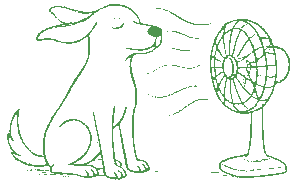
<source format=gbo>
%TF.GenerationSoftware,KiCad,Pcbnew,9.0.6*%
%TF.CreationDate,2025-11-11T11:50:19+01:00*%
%TF.ProjectId,tankuhr,74616e6b-7568-4722-9e6b-696361645f70,rev?*%
%TF.SameCoordinates,Original*%
%TF.FileFunction,Legend,Bot*%
%TF.FilePolarity,Positive*%
%FSLAX46Y46*%
G04 Gerber Fmt 4.6, Leading zero omitted, Abs format (unit mm)*
G04 Created by KiCad (PCBNEW 9.0.6) date 2025-11-11 11:50:19*
%MOMM*%
%LPD*%
G01*
G04 APERTURE LIST*
G04 Aperture macros list*
%AMRoundRect*
0 Rectangle with rounded corners*
0 $1 Rounding radius*
0 $2 $3 $4 $5 $6 $7 $8 $9 X,Y pos of 4 corners*
0 Add a 4 corners polygon primitive as box body*
4,1,4,$2,$3,$4,$5,$6,$7,$8,$9,$2,$3,0*
0 Add four circle primitives for the rounded corners*
1,1,$1+$1,$2,$3*
1,1,$1+$1,$4,$5*
1,1,$1+$1,$6,$7*
1,1,$1+$1,$8,$9*
0 Add four rect primitives between the rounded corners*
20,1,$1+$1,$2,$3,$4,$5,0*
20,1,$1+$1,$4,$5,$6,$7,0*
20,1,$1+$1,$6,$7,$8,$9,0*
20,1,$1+$1,$8,$9,$2,$3,0*%
G04 Aperture macros list end*
%ADD10C,0.000000*%
%ADD11RoundRect,0.250000X0.650000X0.650000X-0.650000X0.650000X-0.650000X-0.650000X0.650000X-0.650000X0*%
%ADD12C,1.800000*%
%ADD13R,1.700000X1.700000*%
%ADD14C,1.700000*%
%ADD15C,2.200000*%
G04 APERTURE END LIST*
D10*
%TO.C,G\u002A\u002A\u002A*%
G36*
X48556629Y-58038837D02*
G01*
X48555988Y-58038900D01*
X48557102Y-58036384D01*
X48556629Y-58038837D01*
G37*
G36*
X33687231Y-65754077D02*
G01*
X33677462Y-65763846D01*
X33667692Y-65754077D01*
X33677462Y-65744308D01*
X33687231Y-65754077D01*
G37*
G36*
X33921692Y-63194538D02*
G01*
X33911923Y-63204308D01*
X33902154Y-63194538D01*
X33911923Y-63184769D01*
X33921692Y-63194538D01*
G37*
G36*
X34058462Y-62022231D02*
G01*
X34048692Y-62032000D01*
X34038923Y-62022231D01*
X34048692Y-62012461D01*
X34058462Y-62022231D01*
G37*
G36*
X34097538Y-61690077D02*
G01*
X34087769Y-61699846D01*
X34078000Y-61690077D01*
X34087769Y-61680308D01*
X34097538Y-61690077D01*
G37*
G36*
X34234308Y-66789615D02*
G01*
X34224538Y-66799384D01*
X34214769Y-66789615D01*
X34224538Y-66779846D01*
X34234308Y-66789615D01*
G37*
G36*
X34527385Y-66731000D02*
G01*
X34517615Y-66740769D01*
X34507846Y-66731000D01*
X34517615Y-66721231D01*
X34527385Y-66731000D01*
G37*
G36*
X34566462Y-64484077D02*
G01*
X34556692Y-64493846D01*
X34546923Y-64484077D01*
X34556692Y-64474308D01*
X34566462Y-64484077D01*
G37*
G36*
X34625077Y-66262077D02*
G01*
X34615308Y-66271846D01*
X34605538Y-66262077D01*
X34615308Y-66252308D01*
X34625077Y-66262077D01*
G37*
G36*
X34742308Y-66809154D02*
G01*
X34732538Y-66818923D01*
X34722769Y-66809154D01*
X34732538Y-66799384D01*
X34742308Y-66809154D01*
G37*
G36*
X35015846Y-65187461D02*
G01*
X35006077Y-65197231D01*
X34996308Y-65187461D01*
X35006077Y-65177692D01*
X35015846Y-65187461D01*
G37*
G36*
X35172154Y-66223000D02*
G01*
X35162385Y-66232769D01*
X35152615Y-66223000D01*
X35162385Y-66213231D01*
X35172154Y-66223000D01*
G37*
G36*
X35230769Y-66750538D02*
G01*
X35221000Y-66760308D01*
X35211231Y-66750538D01*
X35221000Y-66740769D01*
X35230769Y-66750538D01*
G37*
G36*
X35269846Y-66223000D02*
G01*
X35260077Y-66232769D01*
X35250308Y-66223000D01*
X35260077Y-66213231D01*
X35269846Y-66223000D01*
G37*
G36*
X35269846Y-66887308D02*
G01*
X35260077Y-66897077D01*
X35250308Y-66887308D01*
X35260077Y-66877538D01*
X35269846Y-66887308D01*
G37*
G36*
X35445692Y-66262077D02*
G01*
X35435923Y-66271846D01*
X35426154Y-66262077D01*
X35435923Y-66252308D01*
X35445692Y-66262077D01*
G37*
G36*
X35523846Y-66262077D02*
G01*
X35514077Y-66271846D01*
X35504308Y-66262077D01*
X35514077Y-66252308D01*
X35523846Y-66262077D01*
G37*
G36*
X35777846Y-67082692D02*
G01*
X35768077Y-67092461D01*
X35758308Y-67082692D01*
X35768077Y-67072923D01*
X35777846Y-67082692D01*
G37*
G36*
X35953692Y-66926384D02*
G01*
X35943923Y-66936154D01*
X35934154Y-66926384D01*
X35943923Y-66916615D01*
X35953692Y-66926384D01*
G37*
G36*
X36012308Y-66926384D02*
G01*
X36002538Y-66936154D01*
X35992769Y-66926384D01*
X36002538Y-66916615D01*
X36012308Y-66926384D01*
G37*
G36*
X36051385Y-67082692D02*
G01*
X36041615Y-67092461D01*
X36031846Y-67082692D01*
X36041615Y-67072923D01*
X36051385Y-67082692D01*
G37*
G36*
X36070923Y-65070231D02*
G01*
X36061154Y-65080000D01*
X36051385Y-65070231D01*
X36061154Y-65060461D01*
X36070923Y-65070231D01*
G37*
G36*
X36090462Y-67082692D02*
G01*
X36080692Y-67092461D01*
X36070923Y-67082692D01*
X36080692Y-67072923D01*
X36090462Y-67082692D01*
G37*
G36*
X36129538Y-65480538D02*
G01*
X36119769Y-65490308D01*
X36110000Y-65480538D01*
X36119769Y-65470769D01*
X36129538Y-65480538D01*
G37*
G36*
X36520308Y-62706077D02*
G01*
X36510538Y-62715846D01*
X36500769Y-62706077D01*
X36510538Y-62696308D01*
X36520308Y-62706077D01*
G37*
G36*
X36618000Y-62569308D02*
G01*
X36608231Y-62579077D01*
X36598462Y-62569308D01*
X36608231Y-62559538D01*
X36618000Y-62569308D01*
G37*
G36*
X36637538Y-66731000D02*
G01*
X36627769Y-66740769D01*
X36618000Y-66731000D01*
X36627769Y-66721231D01*
X36637538Y-66731000D01*
G37*
G36*
X36735231Y-55711308D02*
G01*
X36725462Y-55721077D01*
X36715692Y-55711308D01*
X36725462Y-55701538D01*
X36735231Y-55711308D01*
G37*
G36*
X36813385Y-55730846D02*
G01*
X36803615Y-55740615D01*
X36793846Y-55730846D01*
X36803615Y-55721077D01*
X36813385Y-55730846D01*
G37*
G36*
X36852462Y-55730846D02*
G01*
X36842692Y-55740615D01*
X36832923Y-55730846D01*
X36842692Y-55721077D01*
X36852462Y-55730846D01*
G37*
G36*
X37282308Y-61494692D02*
G01*
X37272538Y-61504461D01*
X37262769Y-61494692D01*
X37272538Y-61484923D01*
X37282308Y-61494692D01*
G37*
G36*
X37399538Y-54050538D02*
G01*
X37389769Y-54060308D01*
X37380000Y-54050538D01*
X37389769Y-54040769D01*
X37399538Y-54050538D01*
G37*
G36*
X37653538Y-54265461D02*
G01*
X37643769Y-54275231D01*
X37634000Y-54265461D01*
X37643769Y-54255692D01*
X37653538Y-54265461D01*
G37*
G36*
X37770769Y-61064846D02*
G01*
X37761000Y-61074615D01*
X37751231Y-61064846D01*
X37761000Y-61055077D01*
X37770769Y-61064846D01*
G37*
G36*
X37868462Y-60928077D02*
G01*
X37858692Y-60937846D01*
X37848923Y-60928077D01*
X37858692Y-60918308D01*
X37868462Y-60928077D01*
G37*
G36*
X38102923Y-66320692D02*
G01*
X38093154Y-66330461D01*
X38083385Y-66320692D01*
X38093154Y-66310923D01*
X38102923Y-66320692D01*
G37*
G36*
X38181077Y-67121769D02*
G01*
X38171308Y-67131538D01*
X38161538Y-67121769D01*
X38171308Y-67112000D01*
X38181077Y-67121769D01*
G37*
G36*
X38317846Y-60283308D02*
G01*
X38308077Y-60293077D01*
X38298308Y-60283308D01*
X38308077Y-60273538D01*
X38317846Y-60283308D01*
G37*
G36*
X38454615Y-60009769D02*
G01*
X38444846Y-60019538D01*
X38435077Y-60009769D01*
X38444846Y-60000000D01*
X38454615Y-60009769D01*
G37*
G36*
X38474154Y-59951154D02*
G01*
X38464385Y-59960923D01*
X38454615Y-59951154D01*
X38464385Y-59941384D01*
X38474154Y-59951154D01*
G37*
G36*
X38493692Y-59912077D02*
G01*
X38483923Y-59921846D01*
X38474154Y-59912077D01*
X38483923Y-59902308D01*
X38493692Y-59912077D01*
G37*
G36*
X38532769Y-59833923D02*
G01*
X38523000Y-59843692D01*
X38513231Y-59833923D01*
X38523000Y-59824154D01*
X38532769Y-59833923D01*
G37*
G36*
X38630462Y-53249461D02*
G01*
X38620692Y-53259231D01*
X38610923Y-53249461D01*
X38620692Y-53239692D01*
X38630462Y-53249461D01*
G37*
G36*
X38747692Y-54148231D02*
G01*
X38737923Y-54158000D01*
X38728154Y-54148231D01*
X38737923Y-54138461D01*
X38747692Y-54148231D01*
G37*
G36*
X38747692Y-54382692D02*
G01*
X38737923Y-54392461D01*
X38728154Y-54382692D01*
X38737923Y-54372923D01*
X38747692Y-54382692D01*
G37*
G36*
X38943077Y-66183923D02*
G01*
X38933308Y-66193692D01*
X38923538Y-66183923D01*
X38933308Y-66174154D01*
X38943077Y-66183923D01*
G37*
G36*
X39294769Y-58173154D02*
G01*
X39285000Y-58182923D01*
X39275231Y-58173154D01*
X39285000Y-58163384D01*
X39294769Y-58173154D01*
G37*
G36*
X39705077Y-53464384D02*
G01*
X39695308Y-53474154D01*
X39685538Y-53464384D01*
X39695308Y-53454615D01*
X39705077Y-53464384D01*
G37*
G36*
X39783231Y-65285154D02*
G01*
X39773462Y-65294923D01*
X39763692Y-65285154D01*
X39773462Y-65275384D01*
X39783231Y-65285154D01*
G37*
G36*
X40017692Y-64347308D02*
G01*
X40007923Y-64357077D01*
X39998154Y-64347308D01*
X40007923Y-64337538D01*
X40017692Y-64347308D01*
G37*
G36*
X40349846Y-65949461D02*
G01*
X40340077Y-65959231D01*
X40330308Y-65949461D01*
X40340077Y-65939692D01*
X40349846Y-65949461D01*
G37*
G36*
X40642923Y-65949461D02*
G01*
X40633154Y-65959231D01*
X40623385Y-65949461D01*
X40633154Y-65939692D01*
X40642923Y-65949461D01*
G37*
G36*
X40682000Y-64230077D02*
G01*
X40672231Y-64239846D01*
X40662462Y-64230077D01*
X40672231Y-64220308D01*
X40682000Y-64230077D01*
G37*
G36*
X40760154Y-65949461D02*
G01*
X40750385Y-65959231D01*
X40740615Y-65949461D01*
X40750385Y-65939692D01*
X40760154Y-65949461D01*
G37*
G36*
X40779692Y-64503615D02*
G01*
X40769923Y-64513384D01*
X40760154Y-64503615D01*
X40769923Y-64493846D01*
X40779692Y-64503615D01*
G37*
G36*
X40799231Y-65949461D02*
G01*
X40789462Y-65959231D01*
X40779692Y-65949461D01*
X40789462Y-65939692D01*
X40799231Y-65949461D01*
G37*
G36*
X40896923Y-53015000D02*
G01*
X40887154Y-53024769D01*
X40877385Y-53015000D01*
X40887154Y-53005231D01*
X40896923Y-53015000D01*
G37*
G36*
X40896923Y-64073769D02*
G01*
X40887154Y-64083538D01*
X40877385Y-64073769D01*
X40887154Y-64064000D01*
X40896923Y-64073769D01*
G37*
G36*
X40975077Y-65969000D02*
G01*
X40965308Y-65978769D01*
X40955538Y-65969000D01*
X40965308Y-65959231D01*
X40975077Y-65969000D01*
G37*
G36*
X41072769Y-66086231D02*
G01*
X41063000Y-66096000D01*
X41053231Y-66086231D01*
X41063000Y-66076461D01*
X41072769Y-66086231D01*
G37*
G36*
X41209538Y-67297615D02*
G01*
X41199769Y-67307384D01*
X41190000Y-67297615D01*
X41199769Y-67287846D01*
X41209538Y-67297615D01*
G37*
G36*
X42108308Y-63253154D02*
G01*
X42098538Y-63262923D01*
X42088769Y-63253154D01*
X42098538Y-63243384D01*
X42108308Y-63253154D01*
G37*
G36*
X42127846Y-53874692D02*
G01*
X42118077Y-53884461D01*
X42108308Y-53874692D01*
X42118077Y-53864923D01*
X42127846Y-53874692D01*
G37*
G36*
X42166923Y-53855154D02*
G01*
X42157154Y-53864923D01*
X42147385Y-53855154D01*
X42157154Y-53845384D01*
X42166923Y-53855154D01*
G37*
G36*
X42186462Y-63155461D02*
G01*
X42176692Y-63165231D01*
X42166923Y-63155461D01*
X42176692Y-63145692D01*
X42186462Y-63155461D01*
G37*
G36*
X42342769Y-62999154D02*
G01*
X42333000Y-63008923D01*
X42323231Y-62999154D01*
X42333000Y-62989384D01*
X42342769Y-62999154D01*
G37*
G36*
X42381846Y-53835615D02*
G01*
X42372077Y-53845384D01*
X42362308Y-53835615D01*
X42372077Y-53825846D01*
X42381846Y-53835615D01*
G37*
G36*
X42440462Y-53855154D02*
G01*
X42430692Y-53864923D01*
X42420923Y-53855154D01*
X42430692Y-53845384D01*
X42440462Y-53855154D01*
G37*
G36*
X42557692Y-53874692D02*
G01*
X42547923Y-53884461D01*
X42538154Y-53874692D01*
X42547923Y-53864923D01*
X42557692Y-53874692D01*
G37*
G36*
X42596769Y-62803769D02*
G01*
X42587000Y-62813538D01*
X42577231Y-62803769D01*
X42587000Y-62794000D01*
X42596769Y-62803769D01*
G37*
G36*
X42674923Y-63155461D02*
G01*
X42665154Y-63165231D01*
X42655385Y-63155461D01*
X42665154Y-63145692D01*
X42674923Y-63155461D01*
G37*
G36*
X42694462Y-63233615D02*
G01*
X42684692Y-63243384D01*
X42674923Y-63233615D01*
X42684692Y-63223846D01*
X42694462Y-63233615D01*
G37*
G36*
X42694462Y-63292231D02*
G01*
X42684692Y-63302000D01*
X42674923Y-63292231D01*
X42684692Y-63282461D01*
X42694462Y-63292231D01*
G37*
G36*
X42733538Y-63448538D02*
G01*
X42723769Y-63458308D01*
X42714000Y-63448538D01*
X42723769Y-63438769D01*
X42733538Y-63448538D01*
G37*
G36*
X42733538Y-63487615D02*
G01*
X42723769Y-63497384D01*
X42714000Y-63487615D01*
X42723769Y-63477846D01*
X42733538Y-63487615D01*
G37*
G36*
X42733538Y-63526692D02*
G01*
X42723769Y-63536461D01*
X42714000Y-63526692D01*
X42723769Y-63516923D01*
X42733538Y-63526692D01*
G37*
G36*
X42811692Y-66985000D02*
G01*
X42801923Y-66994769D01*
X42792154Y-66985000D01*
X42801923Y-66975231D01*
X42811692Y-66985000D01*
G37*
G36*
X43143846Y-61221154D02*
G01*
X43134077Y-61230923D01*
X43124308Y-61221154D01*
X43134077Y-61211384D01*
X43143846Y-61221154D01*
G37*
G36*
X43143846Y-62198077D02*
G01*
X43134077Y-62207846D01*
X43124308Y-62198077D01*
X43134077Y-62188308D01*
X43143846Y-62198077D01*
G37*
G36*
X43319692Y-66750538D02*
G01*
X43309923Y-66760308D01*
X43300154Y-66750538D01*
X43309923Y-66740769D01*
X43319692Y-66750538D01*
G37*
G36*
X43593231Y-59091461D02*
G01*
X43583462Y-59101231D01*
X43573692Y-59091461D01*
X43583462Y-59081692D01*
X43593231Y-59091461D01*
G37*
G36*
X43730000Y-66945923D02*
G01*
X43720231Y-66955692D01*
X43710462Y-66945923D01*
X43720231Y-66936154D01*
X43730000Y-66945923D01*
G37*
G36*
X43769077Y-66965461D02*
G01*
X43759308Y-66975231D01*
X43749538Y-66965461D01*
X43759308Y-66955692D01*
X43769077Y-66965461D01*
G37*
G36*
X43788615Y-62237154D02*
G01*
X43778846Y-62246923D01*
X43769077Y-62237154D01*
X43778846Y-62227384D01*
X43788615Y-62237154D01*
G37*
G36*
X43866769Y-60810846D02*
G01*
X43857000Y-60820615D01*
X43847231Y-60810846D01*
X43857000Y-60801077D01*
X43866769Y-60810846D01*
G37*
G36*
X44140308Y-66555154D02*
G01*
X44130538Y-66564923D01*
X44120769Y-66555154D01*
X44130538Y-66545384D01*
X44140308Y-66555154D01*
G37*
G36*
X44277077Y-66985000D02*
G01*
X44267308Y-66994769D01*
X44257538Y-66985000D01*
X44267308Y-66975231D01*
X44277077Y-66985000D01*
G37*
G36*
X44492000Y-67024077D02*
G01*
X44482231Y-67033846D01*
X44472462Y-67024077D01*
X44482231Y-67014308D01*
X44492000Y-67024077D01*
G37*
G36*
X45351692Y-60478692D02*
G01*
X45341923Y-60488461D01*
X45332154Y-60478692D01*
X45341923Y-60468923D01*
X45351692Y-60478692D01*
G37*
G36*
X45468923Y-56238846D02*
G01*
X45459154Y-56248615D01*
X45449385Y-56238846D01*
X45459154Y-56229077D01*
X45468923Y-56238846D01*
G37*
G36*
X45664308Y-66985000D02*
G01*
X45654538Y-66994769D01*
X45644769Y-66985000D01*
X45654538Y-66975231D01*
X45664308Y-66985000D01*
G37*
G36*
X46035538Y-53073615D02*
G01*
X46025769Y-53083384D01*
X46016000Y-53073615D01*
X46025769Y-53063846D01*
X46035538Y-53073615D01*
G37*
G36*
X46191846Y-62080846D02*
G01*
X46182077Y-62090615D01*
X46172308Y-62080846D01*
X46182077Y-62071077D01*
X46191846Y-62080846D01*
G37*
G36*
X46387231Y-62061308D02*
G01*
X46377462Y-62071077D01*
X46367692Y-62061308D01*
X46377462Y-62051538D01*
X46387231Y-62061308D01*
G37*
G36*
X46465385Y-62061308D02*
G01*
X46455615Y-62071077D01*
X46445846Y-62061308D01*
X46455615Y-62051538D01*
X46465385Y-62061308D01*
G37*
G36*
X46817077Y-54851615D02*
G01*
X46807308Y-54861384D01*
X46797538Y-54851615D01*
X46807308Y-54841846D01*
X46817077Y-54851615D01*
G37*
G36*
X46856154Y-54851615D02*
G01*
X46846385Y-54861384D01*
X46836615Y-54851615D01*
X46846385Y-54841846D01*
X46856154Y-54851615D01*
G37*
G36*
X46895231Y-60263769D02*
G01*
X46885462Y-60273538D01*
X46875692Y-60263769D01*
X46885462Y-60254000D01*
X46895231Y-60263769D01*
G37*
G36*
X46992923Y-61983154D02*
G01*
X46983154Y-61992923D01*
X46973385Y-61983154D01*
X46983154Y-61973384D01*
X46992923Y-61983154D01*
G37*
G36*
X47227385Y-61983154D02*
G01*
X47217615Y-61992923D01*
X47207846Y-61983154D01*
X47217615Y-61973384D01*
X47227385Y-61983154D01*
G37*
G36*
X47461846Y-61768231D02*
G01*
X47452077Y-61778000D01*
X47442308Y-61768231D01*
X47452077Y-61758461D01*
X47461846Y-61768231D01*
G37*
G36*
X47754923Y-61572846D02*
G01*
X47745154Y-61582615D01*
X47735385Y-61572846D01*
X47745154Y-61563077D01*
X47754923Y-61572846D01*
G37*
G36*
X47833077Y-61553308D02*
G01*
X47823308Y-61563077D01*
X47813538Y-61553308D01*
X47823308Y-61543538D01*
X47833077Y-61553308D01*
G37*
G36*
X48321538Y-61182077D02*
G01*
X48311769Y-61191846D01*
X48302000Y-61182077D01*
X48311769Y-61172308D01*
X48321538Y-61182077D01*
G37*
G36*
X48516923Y-61064846D02*
G01*
X48507154Y-61074615D01*
X48497385Y-61064846D01*
X48507154Y-61055077D01*
X48516923Y-61064846D01*
G37*
G36*
X48575538Y-56590538D02*
G01*
X48565769Y-56600308D01*
X48556000Y-56590538D01*
X48565769Y-56580769D01*
X48575538Y-56590538D01*
G37*
G36*
X48673231Y-56492846D02*
G01*
X48663462Y-56502615D01*
X48653692Y-56492846D01*
X48663462Y-56483077D01*
X48673231Y-56492846D01*
G37*
G36*
X50138615Y-66906846D02*
G01*
X50128846Y-66916615D01*
X50119077Y-66906846D01*
X50128846Y-66897077D01*
X50138615Y-66906846D01*
G37*
G36*
X50158154Y-54382692D02*
G01*
X50148385Y-54392461D01*
X50138615Y-54382692D01*
X50148385Y-54372923D01*
X50158154Y-54382692D01*
G37*
G36*
X50724769Y-67180384D02*
G01*
X50715000Y-67190154D01*
X50705231Y-67180384D01*
X50715000Y-67170615D01*
X50724769Y-67180384D01*
G37*
G36*
X50744308Y-59345461D02*
G01*
X50734538Y-59355231D01*
X50724769Y-59345461D01*
X50734538Y-59335692D01*
X50744308Y-59345461D01*
G37*
G36*
X50763846Y-58896077D02*
G01*
X50754077Y-58905846D01*
X50744308Y-58896077D01*
X50754077Y-58886308D01*
X50763846Y-58896077D01*
G37*
G36*
X50763846Y-59404077D02*
G01*
X50754077Y-59413846D01*
X50744308Y-59404077D01*
X50754077Y-59394308D01*
X50763846Y-59404077D01*
G37*
G36*
X50920154Y-58524846D02*
G01*
X50910385Y-58534615D01*
X50900615Y-58524846D01*
X50910385Y-58515077D01*
X50920154Y-58524846D01*
G37*
G36*
X51037385Y-66770077D02*
G01*
X51027615Y-66779846D01*
X51017846Y-66770077D01*
X51027615Y-66760308D01*
X51037385Y-66770077D01*
G37*
G36*
X51115538Y-56356077D02*
G01*
X51105769Y-56365846D01*
X51096000Y-56356077D01*
X51105769Y-56346308D01*
X51115538Y-56356077D01*
G37*
G36*
X51135077Y-56434231D02*
G01*
X51125308Y-56444000D01*
X51115538Y-56434231D01*
X51125308Y-56424461D01*
X51135077Y-56434231D01*
G37*
G36*
X51213231Y-66945923D02*
G01*
X51203462Y-66955692D01*
X51193692Y-66945923D01*
X51203462Y-66936154D01*
X51213231Y-66945923D01*
G37*
G36*
X51271846Y-58485769D02*
G01*
X51262077Y-58495538D01*
X51252308Y-58485769D01*
X51262077Y-58476000D01*
X51271846Y-58485769D01*
G37*
G36*
X51291385Y-66945923D02*
G01*
X51281615Y-66955692D01*
X51271846Y-66945923D01*
X51281615Y-66936154D01*
X51291385Y-66945923D01*
G37*
G36*
X51584462Y-57333000D02*
G01*
X51574692Y-57342769D01*
X51564923Y-57333000D01*
X51574692Y-57323231D01*
X51584462Y-57333000D01*
G37*
G36*
X51955692Y-58915615D02*
G01*
X51945923Y-58925384D01*
X51936154Y-58915615D01*
X51945923Y-58905846D01*
X51955692Y-58915615D01*
G37*
G36*
X52014308Y-58935154D02*
G01*
X52004538Y-58944923D01*
X51994769Y-58935154D01*
X52004538Y-58925384D01*
X52014308Y-58935154D01*
G37*
G36*
X52151077Y-54558538D02*
G01*
X52141308Y-54568308D01*
X52131538Y-54558538D01*
X52141308Y-54548769D01*
X52151077Y-54558538D01*
G37*
G36*
X52229231Y-54402231D02*
G01*
X52219462Y-54412000D01*
X52209692Y-54402231D01*
X52219462Y-54392461D01*
X52229231Y-54402231D01*
G37*
G36*
X52268308Y-56727308D02*
G01*
X52258538Y-56737077D01*
X52248769Y-56727308D01*
X52258538Y-56717538D01*
X52268308Y-56727308D01*
G37*
G36*
X52463692Y-61182077D02*
G01*
X52453923Y-61191846D01*
X52444154Y-61182077D01*
X52453923Y-61172308D01*
X52463692Y-61182077D01*
G37*
G36*
X52541846Y-67336692D02*
G01*
X52532077Y-67346461D01*
X52522308Y-67336692D01*
X52532077Y-67326923D01*
X52541846Y-67336692D01*
G37*
G36*
X52561385Y-57118077D02*
G01*
X52551615Y-57127846D01*
X52541846Y-57118077D01*
X52551615Y-57108308D01*
X52561385Y-57118077D01*
G37*
G36*
X52795846Y-61670538D02*
G01*
X52786077Y-61680308D01*
X52776308Y-61670538D01*
X52786077Y-61660769D01*
X52795846Y-61670538D01*
G37*
G36*
X53030308Y-59404077D02*
G01*
X53020538Y-59413846D01*
X53010769Y-59404077D01*
X53020538Y-59394308D01*
X53030308Y-59404077D01*
G37*
G36*
X53049846Y-57098538D02*
G01*
X53040077Y-57108308D01*
X53030308Y-57098538D01*
X53040077Y-57088769D01*
X53049846Y-57098538D01*
G37*
G36*
X53049846Y-59228231D02*
G01*
X53040077Y-59238000D01*
X53030308Y-59228231D01*
X53040077Y-59218461D01*
X53049846Y-59228231D01*
G37*
G36*
X53382000Y-54343615D02*
G01*
X53372231Y-54353384D01*
X53362462Y-54343615D01*
X53372231Y-54333846D01*
X53382000Y-54343615D01*
G37*
G36*
X53382000Y-61807308D02*
G01*
X53372231Y-61817077D01*
X53362462Y-61807308D01*
X53372231Y-61797538D01*
X53382000Y-61807308D01*
G37*
G36*
X53538308Y-57039923D02*
G01*
X53528538Y-57049692D01*
X53518769Y-57039923D01*
X53528538Y-57030154D01*
X53538308Y-57039923D01*
G37*
G36*
X53596923Y-56160692D02*
G01*
X53587154Y-56170461D01*
X53577385Y-56160692D01*
X53587154Y-56150923D01*
X53596923Y-56160692D01*
G37*
G36*
X53596923Y-56199769D02*
G01*
X53587154Y-56209538D01*
X53577385Y-56199769D01*
X53587154Y-56190000D01*
X53596923Y-56199769D01*
G37*
G36*
X53616462Y-56707769D02*
G01*
X53606692Y-56717538D01*
X53596923Y-56707769D01*
X53606692Y-56698000D01*
X53616462Y-56707769D01*
G37*
G36*
X53636000Y-56961769D02*
G01*
X53626231Y-56971538D01*
X53616462Y-56961769D01*
X53626231Y-56952000D01*
X53636000Y-56961769D01*
G37*
G36*
X53655538Y-55359615D02*
G01*
X53645769Y-55369384D01*
X53636000Y-55359615D01*
X53645769Y-55349846D01*
X53655538Y-55359615D01*
G37*
G36*
X53733692Y-56883615D02*
G01*
X53723923Y-56893384D01*
X53714154Y-56883615D01*
X53723923Y-56873846D01*
X53733692Y-56883615D01*
G37*
G36*
X53733692Y-66691923D02*
G01*
X53723923Y-66701692D01*
X53714154Y-66691923D01*
X53723923Y-66682154D01*
X53733692Y-66691923D01*
G37*
G36*
X53772769Y-66672384D02*
G01*
X53763000Y-66682154D01*
X53753231Y-66672384D01*
X53763000Y-66662615D01*
X53772769Y-66672384D01*
G37*
G36*
X53890000Y-56004384D02*
G01*
X53880231Y-56014154D01*
X53870462Y-56004384D01*
X53880231Y-55994615D01*
X53890000Y-56004384D01*
G37*
G36*
X54026769Y-56434231D02*
G01*
X54017000Y-56444000D01*
X54007231Y-56434231D01*
X54017000Y-56424461D01*
X54026769Y-56434231D01*
G37*
G36*
X54163538Y-61338384D02*
G01*
X54153769Y-61348154D01*
X54144000Y-61338384D01*
X54153769Y-61328615D01*
X54163538Y-61338384D01*
G37*
G36*
X54222154Y-59091461D02*
G01*
X54212385Y-59101231D01*
X54202615Y-59091461D01*
X54212385Y-59081692D01*
X54222154Y-59091461D01*
G37*
G36*
X54339385Y-59462692D02*
G01*
X54329615Y-59472461D01*
X54319846Y-59462692D01*
X54329615Y-59452923D01*
X54339385Y-59462692D01*
G37*
G36*
X54378462Y-61260231D02*
G01*
X54368692Y-61270000D01*
X54358923Y-61260231D01*
X54368692Y-61250461D01*
X54378462Y-61260231D01*
G37*
G36*
X54417538Y-60889000D02*
G01*
X54407769Y-60898769D01*
X54398000Y-60889000D01*
X54407769Y-60879231D01*
X54417538Y-60889000D01*
G37*
G36*
X54417538Y-61240692D02*
G01*
X54407769Y-61250461D01*
X54398000Y-61240692D01*
X54407769Y-61230923D01*
X54417538Y-61240692D01*
G37*
G36*
X54456615Y-61240692D02*
G01*
X54446846Y-61250461D01*
X54437077Y-61240692D01*
X54446846Y-61230923D01*
X54456615Y-61240692D01*
G37*
G36*
X54534769Y-61201615D02*
G01*
X54525000Y-61211384D01*
X54515231Y-61201615D01*
X54525000Y-61191846D01*
X54534769Y-61201615D01*
G37*
G36*
X54573846Y-63155461D02*
G01*
X54564077Y-63165231D01*
X54554308Y-63155461D01*
X54564077Y-63145692D01*
X54573846Y-63155461D01*
G37*
G36*
X54593385Y-61455615D02*
G01*
X54583615Y-61465384D01*
X54573846Y-61455615D01*
X54583615Y-61445846D01*
X54593385Y-61455615D01*
G37*
G36*
X54652000Y-55437769D02*
G01*
X54642231Y-55447538D01*
X54632462Y-55437769D01*
X54642231Y-55428000D01*
X54652000Y-55437769D01*
G37*
G36*
X54710615Y-60889000D02*
G01*
X54700846Y-60898769D01*
X54691077Y-60889000D01*
X54700846Y-60879231D01*
X54710615Y-60889000D01*
G37*
G36*
X54730154Y-66574692D02*
G01*
X54720385Y-66584461D01*
X54710615Y-66574692D01*
X54720385Y-66564923D01*
X54730154Y-66574692D01*
G37*
G36*
X54945077Y-56512384D02*
G01*
X54935308Y-56522154D01*
X54925538Y-56512384D01*
X54935308Y-56502615D01*
X54945077Y-56512384D01*
G37*
G36*
X54964615Y-60205154D02*
G01*
X54954846Y-60214923D01*
X54945077Y-60205154D01*
X54954846Y-60195384D01*
X54964615Y-60205154D01*
G37*
G36*
X54964615Y-65910384D02*
G01*
X54954846Y-65920154D01*
X54945077Y-65910384D01*
X54954846Y-65900615D01*
X54964615Y-65910384D01*
G37*
G36*
X55003692Y-56512384D02*
G01*
X54993923Y-56522154D01*
X54984154Y-56512384D01*
X54993923Y-56502615D01*
X55003692Y-56512384D01*
G37*
G36*
X55042769Y-56453769D02*
G01*
X55033000Y-56463538D01*
X55023231Y-56453769D01*
X55033000Y-56444000D01*
X55042769Y-56453769D01*
G37*
G36*
X55101385Y-55496384D02*
G01*
X55091615Y-55506154D01*
X55081846Y-55496384D01*
X55091615Y-55486615D01*
X55101385Y-55496384D01*
G37*
G36*
X55101385Y-60087923D02*
G01*
X55091615Y-60097692D01*
X55081846Y-60087923D01*
X55091615Y-60078154D01*
X55101385Y-60087923D01*
G37*
G36*
X55101385Y-65675923D02*
G01*
X55091615Y-65685692D01*
X55081846Y-65675923D01*
X55091615Y-65666154D01*
X55101385Y-65675923D01*
G37*
G36*
X55140462Y-56610077D02*
G01*
X55130692Y-56619846D01*
X55120923Y-56610077D01*
X55130692Y-56600308D01*
X55140462Y-56610077D01*
G37*
G36*
X55160000Y-56531923D02*
G01*
X55150231Y-56541692D01*
X55140462Y-56531923D01*
X55150231Y-56522154D01*
X55160000Y-56531923D01*
G37*
G36*
X55160000Y-59658077D02*
G01*
X55150231Y-59667846D01*
X55140462Y-59658077D01*
X55150231Y-59648308D01*
X55160000Y-59658077D01*
G37*
G36*
X55179538Y-65636846D02*
G01*
X55169769Y-65646615D01*
X55160000Y-65636846D01*
X55169769Y-65627077D01*
X55179538Y-65636846D01*
G37*
G36*
X55238154Y-58778846D02*
G01*
X55228385Y-58788615D01*
X55218615Y-58778846D01*
X55228385Y-58769077D01*
X55238154Y-58778846D01*
G37*
G36*
X55257692Y-66633308D02*
G01*
X55247923Y-66643077D01*
X55238154Y-66633308D01*
X55247923Y-66623538D01*
X55257692Y-66633308D01*
G37*
G36*
X55277231Y-55515923D02*
G01*
X55267462Y-55525692D01*
X55257692Y-55515923D01*
X55267462Y-55506154D01*
X55277231Y-55515923D01*
G37*
G36*
X55296769Y-56453769D02*
G01*
X55287000Y-56463538D01*
X55277231Y-56453769D01*
X55287000Y-56444000D01*
X55296769Y-56453769D01*
G37*
G36*
X55355385Y-56375615D02*
G01*
X55345615Y-56385384D01*
X55335846Y-56375615D01*
X55345615Y-56365846D01*
X55355385Y-56375615D01*
G37*
G36*
X56176000Y-66535615D02*
G01*
X56166231Y-66545384D01*
X56156462Y-66535615D01*
X56166231Y-66525846D01*
X56176000Y-66535615D01*
G37*
G36*
X56410462Y-66457461D02*
G01*
X56400692Y-66467231D01*
X56390923Y-66457461D01*
X56400692Y-66447692D01*
X56410462Y-66457461D01*
G37*
G36*
X56430000Y-56688231D02*
G01*
X56420231Y-56698000D01*
X56410462Y-56688231D01*
X56420231Y-56678461D01*
X56430000Y-56688231D01*
G37*
G36*
X56762154Y-58290384D02*
G01*
X56752385Y-58300154D01*
X56742615Y-58290384D01*
X56752385Y-58280615D01*
X56762154Y-58290384D01*
G37*
G36*
X56801231Y-58134077D02*
G01*
X56791462Y-58143846D01*
X56781692Y-58134077D01*
X56791462Y-58124308D01*
X56801231Y-58134077D01*
G37*
G36*
X56801231Y-58739769D02*
G01*
X56791462Y-58749538D01*
X56781692Y-58739769D01*
X56791462Y-58730000D01*
X56801231Y-58739769D01*
G37*
G36*
X56820769Y-57450231D02*
G01*
X56811000Y-57460000D01*
X56801231Y-57450231D01*
X56811000Y-57440461D01*
X56820769Y-57450231D01*
G37*
G36*
X33941231Y-63321538D02*
G01*
X33939821Y-63331882D01*
X33928205Y-63334564D01*
X33925867Y-63331700D01*
X33928205Y-63308513D01*
X33934082Y-63305456D01*
X33941231Y-63321538D01*
G37*
G36*
X34078000Y-61953846D02*
G01*
X34076590Y-61964190D01*
X34064974Y-61966872D01*
X34062636Y-61964008D01*
X34064974Y-61940820D01*
X34070851Y-61937764D01*
X34078000Y-61953846D01*
G37*
G36*
X34345026Y-66786359D02*
G01*
X34348082Y-66792236D01*
X34332000Y-66799384D01*
X34321656Y-66797974D01*
X34318974Y-66786359D01*
X34321838Y-66784020D01*
X34345026Y-66786359D01*
G37*
G36*
X34462256Y-66786359D02*
G01*
X34465313Y-66792236D01*
X34449231Y-66799384D01*
X34438887Y-66797974D01*
X34436205Y-66786359D01*
X34439069Y-66784020D01*
X34462256Y-66786359D01*
G37*
G36*
X34570125Y-66786037D02*
G01*
X34579169Y-66793070D01*
X34558321Y-66797842D01*
X34538503Y-66796460D01*
X34532676Y-66787580D01*
X34539589Y-66783708D01*
X34570125Y-66786037D01*
G37*
G36*
X34589663Y-66727422D02*
G01*
X34598707Y-66734455D01*
X34577859Y-66739227D01*
X34558042Y-66737845D01*
X34552215Y-66728965D01*
X34559127Y-66725093D01*
X34589663Y-66727422D01*
G37*
G36*
X34722769Y-66740769D02*
G01*
X34721359Y-66751113D01*
X34709744Y-66753795D01*
X34707405Y-66750931D01*
X34709744Y-66727743D01*
X34715620Y-66724687D01*
X34722769Y-66740769D01*
G37*
G36*
X34872564Y-66747282D02*
G01*
X34875621Y-66753159D01*
X34859538Y-66760308D01*
X34849195Y-66758897D01*
X34846513Y-66747282D01*
X34849377Y-66744943D01*
X34872564Y-66747282D01*
G37*
G36*
X34989795Y-66649590D02*
G01*
X34992852Y-66655466D01*
X34976769Y-66662615D01*
X34966426Y-66661205D01*
X34963744Y-66649590D01*
X34966607Y-66647251D01*
X34989795Y-66649590D01*
G37*
G36*
X35028872Y-66180666D02*
G01*
X35031929Y-66186543D01*
X35015846Y-66193692D01*
X35005503Y-66192282D01*
X35002821Y-66180666D01*
X35005684Y-66178328D01*
X35028872Y-66180666D01*
G37*
G36*
X35126564Y-66200205D02*
G01*
X35129621Y-66206082D01*
X35113538Y-66213231D01*
X35103195Y-66211821D01*
X35100513Y-66200205D01*
X35103377Y-66197867D01*
X35126564Y-66200205D01*
G37*
G36*
X35224256Y-66219743D02*
G01*
X35227313Y-66225620D01*
X35211231Y-66232769D01*
X35200887Y-66231359D01*
X35198205Y-66219743D01*
X35201069Y-66217405D01*
X35224256Y-66219743D01*
G37*
G36*
X35321949Y-66239282D02*
G01*
X35325005Y-66245159D01*
X35308923Y-66252308D01*
X35298580Y-66250897D01*
X35295897Y-66239282D01*
X35298761Y-66236943D01*
X35321949Y-66239282D01*
G37*
G36*
X35400103Y-66649590D02*
G01*
X35403159Y-66655466D01*
X35387077Y-66662615D01*
X35376733Y-66661205D01*
X35374051Y-66649590D01*
X35376915Y-66647251D01*
X35400103Y-66649590D01*
G37*
G36*
X35615026Y-66278359D02*
G01*
X35618082Y-66284236D01*
X35602000Y-66291384D01*
X35591656Y-66289974D01*
X35588974Y-66278359D01*
X35591838Y-66276020D01*
X35615026Y-66278359D01*
G37*
G36*
X36055048Y-55590499D02*
G01*
X36064092Y-55597532D01*
X36043244Y-55602303D01*
X36023427Y-55600922D01*
X36017599Y-55592041D01*
X36024512Y-55588170D01*
X36055048Y-55590499D01*
G37*
G36*
X36657077Y-62481384D02*
G01*
X36655667Y-62491728D01*
X36644051Y-62494410D01*
X36641713Y-62491546D01*
X36644051Y-62468359D01*
X36649928Y-62465302D01*
X36657077Y-62481384D01*
G37*
G36*
X37243231Y-61563077D02*
G01*
X37241821Y-61573420D01*
X37230205Y-61576102D01*
X37227867Y-61573239D01*
X37230205Y-61550051D01*
X37236082Y-61546994D01*
X37243231Y-61563077D01*
G37*
G36*
X37607949Y-54223128D02*
G01*
X37611005Y-54229005D01*
X37594923Y-54236154D01*
X37584580Y-54234744D01*
X37581897Y-54223128D01*
X37584761Y-54220790D01*
X37607949Y-54223128D01*
G37*
G36*
X37813510Y-67254961D02*
G01*
X37822553Y-67261993D01*
X37801705Y-67266765D01*
X37781888Y-67265383D01*
X37776061Y-67256503D01*
X37782973Y-67252631D01*
X37813510Y-67254961D01*
G37*
G36*
X37803333Y-67098974D02*
G01*
X37806390Y-67104851D01*
X37790308Y-67112000D01*
X37779964Y-67110590D01*
X37777282Y-67098974D01*
X37780146Y-67096636D01*
X37803333Y-67098974D01*
G37*
G36*
X38083385Y-67248769D02*
G01*
X38081975Y-67259113D01*
X38070359Y-67261795D01*
X38068021Y-67258931D01*
X38070359Y-67235743D01*
X38076236Y-67232687D01*
X38083385Y-67248769D01*
G37*
G36*
X38487180Y-67216205D02*
G01*
X38490236Y-67222082D01*
X38474154Y-67229231D01*
X38463810Y-67227821D01*
X38461128Y-67216205D01*
X38463992Y-67213867D01*
X38487180Y-67216205D01*
G37*
G36*
X38545795Y-67216205D02*
G01*
X38548852Y-67222082D01*
X38532769Y-67229231D01*
X38522426Y-67227821D01*
X38519744Y-67216205D01*
X38522607Y-67213867D01*
X38545795Y-67216205D01*
G37*
G36*
X38552308Y-59785077D02*
G01*
X38550898Y-59795420D01*
X38539282Y-59798102D01*
X38536944Y-59795239D01*
X38539282Y-59772051D01*
X38545159Y-59768994D01*
X38552308Y-59785077D01*
G37*
G36*
X38741180Y-67196666D02*
G01*
X38744236Y-67202543D01*
X38728154Y-67209692D01*
X38717810Y-67208282D01*
X38715128Y-67196666D01*
X38717992Y-67194328D01*
X38741180Y-67196666D01*
G37*
G36*
X38809971Y-67196345D02*
G01*
X38819015Y-67203378D01*
X38798167Y-67208150D01*
X38778350Y-67206768D01*
X38772522Y-67197888D01*
X38779435Y-67194016D01*
X38809971Y-67196345D01*
G37*
G36*
X39385949Y-58462974D02*
G01*
X39389005Y-58468851D01*
X39372923Y-58476000D01*
X39362580Y-58474590D01*
X39359897Y-58462974D01*
X39362761Y-58460636D01*
X39385949Y-58462974D01*
G37*
G36*
X39503180Y-67352974D02*
G01*
X39506236Y-67358851D01*
X39490154Y-67366000D01*
X39479810Y-67364590D01*
X39477128Y-67352974D01*
X39479992Y-67350636D01*
X39503180Y-67352974D01*
G37*
G36*
X40695026Y-65946205D02*
G01*
X40698082Y-65952082D01*
X40682000Y-65959231D01*
X40671656Y-65957821D01*
X40668974Y-65946205D01*
X40671838Y-65943867D01*
X40695026Y-65946205D01*
G37*
G36*
X40714564Y-64187743D02*
G01*
X40717621Y-64193620D01*
X40701538Y-64200769D01*
X40691195Y-64199359D01*
X40688513Y-64187743D01*
X40691377Y-64185405D01*
X40714564Y-64187743D01*
G37*
G36*
X41007641Y-65887590D02*
G01*
X41010698Y-65893466D01*
X40994615Y-65900615D01*
X40984272Y-65899205D01*
X40981590Y-65887590D01*
X40984453Y-65885251D01*
X41007641Y-65887590D01*
G37*
G36*
X41163949Y-67294359D02*
G01*
X41167005Y-67300236D01*
X41150923Y-67307384D01*
X41140580Y-67305974D01*
X41137897Y-67294359D01*
X41140761Y-67292020D01*
X41163949Y-67294359D01*
G37*
G36*
X41190000Y-66858000D02*
G01*
X41188590Y-66868343D01*
X41176974Y-66871025D01*
X41174636Y-66868162D01*
X41176974Y-66844974D01*
X41182851Y-66841917D01*
X41190000Y-66858000D01*
G37*
G36*
X41261641Y-67294359D02*
G01*
X41264698Y-67300236D01*
X41248615Y-67307384D01*
X41238272Y-67305974D01*
X41235590Y-67294359D01*
X41238453Y-67292020D01*
X41261641Y-67294359D01*
G37*
G36*
X42297180Y-66376051D02*
G01*
X42300236Y-66381928D01*
X42284154Y-66389077D01*
X42273810Y-66387667D01*
X42271128Y-66376051D01*
X42273992Y-66373713D01*
X42297180Y-66376051D01*
G37*
G36*
X42492564Y-53851897D02*
G01*
X42495621Y-53857774D01*
X42479538Y-53864923D01*
X42469195Y-53863513D01*
X42466513Y-53851897D01*
X42469377Y-53849559D01*
X42492564Y-53851897D01*
G37*
G36*
X42712458Y-63368756D02*
G01*
X42711076Y-63388573D01*
X42702196Y-63394400D01*
X42698324Y-63387488D01*
X42700653Y-63356952D01*
X42707686Y-63347908D01*
X42712458Y-63368756D01*
G37*
G36*
X43226885Y-67235829D02*
G01*
X43230199Y-67242614D01*
X43202462Y-67245684D01*
X43175584Y-67242960D01*
X43178038Y-67235829D01*
X43186883Y-67233248D01*
X43226885Y-67235829D01*
G37*
G36*
X43202462Y-67190154D02*
G01*
X43201052Y-67200497D01*
X43189436Y-67203179D01*
X43187098Y-67200316D01*
X43189436Y-67177128D01*
X43195313Y-67174071D01*
X43202462Y-67190154D01*
G37*
G36*
X43222000Y-66955692D02*
G01*
X43220590Y-66966036D01*
X43208974Y-66968718D01*
X43206636Y-66965854D01*
X43208974Y-66942666D01*
X43214851Y-66939610D01*
X43222000Y-66955692D01*
G37*
G36*
X43358769Y-67053384D02*
G01*
X43357359Y-67063728D01*
X43345744Y-67066410D01*
X43343405Y-67063546D01*
X43345744Y-67040359D01*
X43351620Y-67037302D01*
X43358769Y-67053384D01*
G37*
G36*
X43456462Y-67053384D02*
G01*
X43455052Y-67063728D01*
X43443436Y-67066410D01*
X43441098Y-67063546D01*
X43443436Y-67040359D01*
X43449313Y-67037302D01*
X43456462Y-67053384D01*
G37*
G36*
X43650304Y-59246141D02*
G01*
X43648922Y-59265958D01*
X43640042Y-59271785D01*
X43636170Y-59264873D01*
X43638499Y-59234336D01*
X43645532Y-59225293D01*
X43650304Y-59246141D01*
G37*
G36*
X43684410Y-66962205D02*
G01*
X43687467Y-66968082D01*
X43671385Y-66975231D01*
X43661041Y-66973821D01*
X43658359Y-66962205D01*
X43661223Y-66959867D01*
X43684410Y-66962205D01*
G37*
G36*
X43821180Y-66962205D02*
G01*
X43824236Y-66968082D01*
X43808154Y-66975231D01*
X43797810Y-66973821D01*
X43795128Y-66962205D01*
X43797992Y-66959867D01*
X43821180Y-66962205D01*
G37*
G36*
X44026740Y-67040037D02*
G01*
X44035784Y-67047070D01*
X44014936Y-67051842D01*
X43995119Y-67050460D01*
X43989292Y-67041580D01*
X43996204Y-67037708D01*
X44026740Y-67040037D01*
G37*
G36*
X44261202Y-67176807D02*
G01*
X44270246Y-67183839D01*
X44249397Y-67188611D01*
X44229580Y-67187230D01*
X44223753Y-67178349D01*
X44230666Y-67174477D01*
X44261202Y-67176807D01*
G37*
G36*
X44290103Y-67020820D02*
G01*
X44293159Y-67026697D01*
X44277077Y-67033846D01*
X44266733Y-67032436D01*
X44264051Y-67020820D01*
X44266915Y-67018482D01*
X44290103Y-67020820D01*
G37*
G36*
X44358894Y-67040037D02*
G01*
X44367938Y-67047070D01*
X44347090Y-67051842D01*
X44327273Y-67050460D01*
X44321446Y-67041580D01*
X44328358Y-67037708D01*
X44358894Y-67040037D01*
G37*
G36*
X44554279Y-67020499D02*
G01*
X44563323Y-67027532D01*
X44542474Y-67032303D01*
X44522657Y-67030922D01*
X44516830Y-67022041D01*
X44523743Y-67018170D01*
X44554279Y-67020499D01*
G37*
G36*
X44837180Y-67020820D02*
G01*
X44840236Y-67026697D01*
X44824154Y-67033846D01*
X44813810Y-67032436D01*
X44811128Y-67020820D01*
X44813992Y-67018482D01*
X44837180Y-67020820D01*
G37*
G36*
X45345180Y-53011743D02*
G01*
X45348236Y-53017620D01*
X45332154Y-53024769D01*
X45321810Y-53023359D01*
X45319128Y-53011743D01*
X45321992Y-53009405D01*
X45345180Y-53011743D01*
G37*
G36*
X45433510Y-66981422D02*
G01*
X45442553Y-66988455D01*
X45421705Y-66993227D01*
X45401888Y-66991845D01*
X45396061Y-66982965D01*
X45402973Y-66979093D01*
X45433510Y-66981422D01*
G37*
G36*
X45481949Y-60534051D02*
G01*
X45485005Y-60539928D01*
X45468923Y-60547077D01*
X45458580Y-60545667D01*
X45455897Y-60534051D01*
X45458761Y-60531713D01*
X45481949Y-60534051D01*
G37*
G36*
X46341641Y-62058051D02*
G01*
X46344698Y-62063928D01*
X46328615Y-62071077D01*
X46318272Y-62069667D01*
X46315590Y-62058051D01*
X46318453Y-62055713D01*
X46341641Y-62058051D01*
G37*
G36*
X46908256Y-54848359D02*
G01*
X46911313Y-54854236D01*
X46895231Y-54861384D01*
X46884887Y-54859974D01*
X46882205Y-54848359D01*
X46885069Y-54846020D01*
X46908256Y-54848359D01*
G37*
G36*
X47162256Y-61999436D02*
G01*
X47165313Y-62005313D01*
X47149231Y-62012461D01*
X47138887Y-62011051D01*
X47136205Y-61999436D01*
X47139069Y-61997097D01*
X47162256Y-61999436D01*
G37*
G36*
X48569026Y-56528666D02*
G01*
X48572082Y-56534543D01*
X48556000Y-56541692D01*
X48545656Y-56540282D01*
X48542974Y-56528666D01*
X48545838Y-56526328D01*
X48569026Y-56528666D01*
G37*
G36*
X48940256Y-60807590D02*
G01*
X48943313Y-60813466D01*
X48927231Y-60820615D01*
X48916887Y-60819205D01*
X48914205Y-60807590D01*
X48917069Y-60805251D01*
X48940256Y-60807590D01*
G37*
G36*
X50200894Y-66903268D02*
G01*
X50209938Y-66910301D01*
X50189090Y-66915073D01*
X50169273Y-66913691D01*
X50163446Y-66904811D01*
X50170358Y-66900939D01*
X50200894Y-66903268D01*
G37*
G36*
X50210256Y-54359897D02*
G01*
X50213313Y-54365774D01*
X50197231Y-54372923D01*
X50186887Y-54371513D01*
X50184205Y-54359897D01*
X50187069Y-54357559D01*
X50210256Y-54359897D01*
G37*
G36*
X50288410Y-56763128D02*
G01*
X50291467Y-56769005D01*
X50275385Y-56776154D01*
X50265041Y-56774744D01*
X50262359Y-56763128D01*
X50265223Y-56760790D01*
X50288410Y-56763128D01*
G37*
G36*
X50377962Y-66805983D02*
G01*
X50381276Y-66812767D01*
X50353538Y-66815838D01*
X50326661Y-66813114D01*
X50329115Y-66805983D01*
X50337960Y-66803402D01*
X50377962Y-66805983D01*
G37*
G36*
X50573346Y-66786444D02*
G01*
X50576661Y-66793229D01*
X50548923Y-66796299D01*
X50522046Y-66793576D01*
X50524500Y-66786444D01*
X50533344Y-66783864D01*
X50573346Y-66786444D01*
G37*
G36*
X50776872Y-67177128D02*
G01*
X50779929Y-67183005D01*
X50763846Y-67190154D01*
X50753503Y-67188744D01*
X50750821Y-67177128D01*
X50753684Y-67174790D01*
X50776872Y-67177128D01*
G37*
G36*
X51096000Y-66779846D02*
G01*
X51094590Y-66790190D01*
X51082974Y-66792872D01*
X51080636Y-66790008D01*
X51082974Y-66766820D01*
X51088851Y-66763764D01*
X51096000Y-66779846D01*
G37*
G36*
X51113996Y-56295833D02*
G01*
X51112614Y-56315650D01*
X51103734Y-56321477D01*
X51099862Y-56314565D01*
X51102192Y-56284029D01*
X51109224Y-56274985D01*
X51113996Y-56295833D01*
G37*
G36*
X51135077Y-56483077D02*
G01*
X51133667Y-56493420D01*
X51122051Y-56496102D01*
X51119713Y-56493239D01*
X51122051Y-56470051D01*
X51127928Y-56466994D01*
X51135077Y-56483077D01*
G37*
G36*
X51226256Y-67020820D02*
G01*
X51229313Y-67026697D01*
X51213231Y-67033846D01*
X51202887Y-67032436D01*
X51200205Y-67020820D01*
X51203069Y-67018482D01*
X51226256Y-67020820D01*
G37*
G36*
X51695180Y-67216205D02*
G01*
X51698236Y-67222082D01*
X51682154Y-67229231D01*
X51671810Y-67227821D01*
X51669128Y-67216205D01*
X51671992Y-67213867D01*
X51695180Y-67216205D01*
G37*
G36*
X51724894Y-67294037D02*
G01*
X51733938Y-67301070D01*
X51713090Y-67305842D01*
X51693273Y-67304460D01*
X51687446Y-67295580D01*
X51694358Y-67291708D01*
X51724894Y-67294037D01*
G37*
G36*
X51753795Y-67157590D02*
G01*
X51756852Y-67163466D01*
X51740769Y-67170615D01*
X51730426Y-67169205D01*
X51727744Y-67157590D01*
X51730607Y-67155251D01*
X51753795Y-67157590D01*
G37*
G36*
X51812410Y-67138051D02*
G01*
X51815467Y-67143928D01*
X51799385Y-67151077D01*
X51789041Y-67149667D01*
X51786359Y-67138051D01*
X51789223Y-67135713D01*
X51812410Y-67138051D01*
G37*
G36*
X51818923Y-67209692D02*
G01*
X51817513Y-67220036D01*
X51805897Y-67222718D01*
X51803559Y-67219854D01*
X51805897Y-67196666D01*
X51811774Y-67193610D01*
X51818923Y-67209692D01*
G37*
G36*
X52105487Y-56763128D02*
G01*
X52108544Y-56769005D01*
X52092462Y-56776154D01*
X52082118Y-56774744D01*
X52079436Y-56763128D01*
X52082300Y-56760790D01*
X52105487Y-56763128D01*
G37*
G36*
X52209692Y-54451077D02*
G01*
X52208282Y-54461420D01*
X52196667Y-54464102D01*
X52194328Y-54461239D01*
X52196667Y-54438051D01*
X52202544Y-54434994D01*
X52209692Y-54451077D01*
G37*
G36*
X52266765Y-56784295D02*
G01*
X52265384Y-56804112D01*
X52256503Y-56809939D01*
X52252631Y-56803026D01*
X52254961Y-56772490D01*
X52261994Y-56763446D01*
X52266765Y-56784295D01*
G37*
G36*
X52437641Y-67313897D02*
G01*
X52440698Y-67319774D01*
X52424615Y-67326923D01*
X52414272Y-67325513D01*
X52411590Y-67313897D01*
X52414453Y-67311559D01*
X52437641Y-67313897D01*
G37*
G36*
X52476718Y-57075743D02*
G01*
X52479775Y-57081620D01*
X52463692Y-57088769D01*
X52453349Y-57087359D01*
X52450667Y-57075743D01*
X52453530Y-57073405D01*
X52476718Y-57075743D01*
G37*
G36*
X52574410Y-61159282D02*
G01*
X52577467Y-61165159D01*
X52561385Y-61172308D01*
X52551041Y-61170897D01*
X52548359Y-61159282D01*
X52551223Y-61156943D01*
X52574410Y-61159282D01*
G37*
G36*
X52652564Y-58013590D02*
G01*
X52655621Y-58019466D01*
X52639538Y-58026615D01*
X52629195Y-58025205D01*
X52626513Y-58013590D01*
X52629377Y-58011251D01*
X52652564Y-58013590D01*
G37*
G36*
X52717692Y-55388923D02*
G01*
X52716282Y-55399266D01*
X52704667Y-55401949D01*
X52702328Y-55399085D01*
X52704667Y-55375897D01*
X52710544Y-55372841D01*
X52717692Y-55388923D01*
G37*
G36*
X53121487Y-59674359D02*
G01*
X53124544Y-59680236D01*
X53108462Y-59687384D01*
X53098118Y-59685974D01*
X53095436Y-59674359D01*
X53098300Y-59672020D01*
X53121487Y-59674359D01*
G37*
G36*
X53297333Y-56978051D02*
G01*
X53300390Y-56983928D01*
X53284308Y-56991077D01*
X53273964Y-56989667D01*
X53271282Y-56978051D01*
X53274146Y-56975713D01*
X53297333Y-56978051D01*
G37*
G36*
X53437530Y-58163384D02*
G01*
X53434807Y-58190262D01*
X53427675Y-58187808D01*
X53425095Y-58178963D01*
X53427675Y-58138961D01*
X53434460Y-58135647D01*
X53437530Y-58163384D01*
G37*
G36*
X53557846Y-58593231D02*
G01*
X53556436Y-58603574D01*
X53544821Y-58606256D01*
X53542482Y-58603393D01*
X53544821Y-58580205D01*
X53550697Y-58577148D01*
X53557846Y-58593231D01*
G37*
G36*
X53991356Y-66649268D02*
G01*
X54000400Y-66656301D01*
X53979551Y-66661073D01*
X53959734Y-66659691D01*
X53953907Y-66650811D01*
X53960820Y-66646939D01*
X53991356Y-66649268D01*
G37*
G36*
X53986150Y-56178602D02*
G01*
X53984768Y-56198419D01*
X53975888Y-56204247D01*
X53972016Y-56197334D01*
X53974345Y-56166798D01*
X53981378Y-56157754D01*
X53986150Y-56178602D01*
G37*
G36*
X54004146Y-56346308D02*
G01*
X54001422Y-56373185D01*
X53994291Y-56370731D01*
X53991710Y-56361886D01*
X53994291Y-56321884D01*
X54001075Y-56318570D01*
X54004146Y-56346308D01*
G37*
G36*
X54117949Y-61745436D02*
G01*
X54121005Y-61751313D01*
X54104923Y-61758461D01*
X54094580Y-61757051D01*
X54091897Y-61745436D01*
X54094761Y-61743097D01*
X54117949Y-61745436D01*
G37*
G36*
X54104923Y-66643077D02*
G01*
X54103513Y-66653420D01*
X54091897Y-66656102D01*
X54089559Y-66653239D01*
X54091897Y-66630051D01*
X54097774Y-66626994D01*
X54104923Y-66643077D01*
G37*
G36*
X54101838Y-59687384D02*
G01*
X54099115Y-59714262D01*
X54091983Y-59711808D01*
X54089403Y-59702963D01*
X54091983Y-59662961D01*
X54098768Y-59659647D01*
X54101838Y-59687384D01*
G37*
G36*
X54219069Y-59003538D02*
G01*
X54216345Y-59030416D01*
X54209214Y-59027961D01*
X54206633Y-59019117D01*
X54209214Y-58979115D01*
X54215998Y-58975801D01*
X54219069Y-59003538D01*
G37*
G36*
X54241692Y-58925384D02*
G01*
X54240282Y-58935728D01*
X54228667Y-58938410D01*
X54226328Y-58935546D01*
X54228667Y-58912359D01*
X54234544Y-58909302D01*
X54241692Y-58925384D01*
G37*
G36*
X54489180Y-58697436D02*
G01*
X54492236Y-58703313D01*
X54476154Y-58710461D01*
X54465810Y-58709051D01*
X54463128Y-58697436D01*
X54465992Y-58695097D01*
X54489180Y-58697436D01*
G37*
G36*
X54538433Y-66590653D02*
G01*
X54547476Y-66597686D01*
X54526628Y-66602457D01*
X54506811Y-66601076D01*
X54500984Y-66592195D01*
X54507896Y-66588324D01*
X54538433Y-66590653D01*
G37*
G36*
X55094872Y-60123743D02*
G01*
X55097929Y-60129620D01*
X55081846Y-60136769D01*
X55071503Y-60135359D01*
X55068821Y-60123743D01*
X55071684Y-60121405D01*
X55094872Y-60123743D01*
G37*
G36*
X55218615Y-56385384D02*
G01*
X55217205Y-56395728D01*
X55205590Y-56398410D01*
X55203251Y-56395546D01*
X55205590Y-56372359D01*
X55211467Y-56369302D01*
X55218615Y-56385384D01*
G37*
G36*
X55407487Y-59615743D02*
G01*
X55410544Y-59621620D01*
X55394462Y-59628769D01*
X55384118Y-59627359D01*
X55381436Y-59615743D01*
X55384300Y-59613405D01*
X55407487Y-59615743D01*
G37*
G36*
X34096425Y-61847606D02*
G01*
X34085356Y-61884706D01*
X34077354Y-61900342D01*
X34064026Y-61907308D01*
X34062671Y-61894880D01*
X34075615Y-61862504D01*
X34091880Y-61840204D01*
X34096425Y-61847606D01*
G37*
G36*
X37333020Y-61755442D02*
G01*
X37330424Y-61759420D01*
X37311119Y-61777414D01*
X37301846Y-61769384D01*
X37303593Y-61764989D01*
X37324404Y-61746826D01*
X37335323Y-61742072D01*
X37333020Y-61755442D01*
G37*
G36*
X37482926Y-54143864D02*
G01*
X37512350Y-54166330D01*
X37531073Y-54186579D01*
X37531501Y-54193086D01*
X37500442Y-54178238D01*
X37472648Y-54159168D01*
X37466715Y-54142926D01*
X37482926Y-54143864D01*
G37*
G36*
X38622558Y-54174519D02*
G01*
X38619962Y-54178497D01*
X38600657Y-54196491D01*
X38591385Y-54188461D01*
X38593131Y-54184066D01*
X38613942Y-54165903D01*
X38624861Y-54161149D01*
X38622558Y-54174519D01*
G37*
G36*
X43038250Y-62361135D02*
G01*
X43032219Y-62369814D01*
X43015693Y-62383692D01*
X43012962Y-62383502D01*
X43008659Y-62372192D01*
X43029634Y-62352519D01*
X43040553Y-62347765D01*
X43038250Y-62361135D01*
G37*
G36*
X46275210Y-62107729D02*
G01*
X46277735Y-62110302D01*
X46287099Y-62124615D01*
X46264273Y-62118667D01*
X46246039Y-62108923D01*
X46240175Y-62094389D01*
X46249593Y-62092296D01*
X46275210Y-62107729D01*
G37*
G36*
X47086098Y-61938161D02*
G01*
X47071077Y-61953846D01*
X47053378Y-61964800D01*
X47034892Y-61971419D01*
X47041769Y-61953846D01*
X47045952Y-61948525D01*
X47077115Y-61934607D01*
X47086098Y-61938161D01*
G37*
G36*
X49375512Y-57733231D02*
G01*
X49356511Y-57753840D01*
X49332133Y-57767962D01*
X49320520Y-57768125D01*
X49337930Y-57742835D01*
X49354374Y-57727673D01*
X49373949Y-57724359D01*
X49375512Y-57733231D01*
G37*
G36*
X51113577Y-54738380D02*
G01*
X51093823Y-54764817D01*
X51078364Y-54772108D01*
X51080942Y-54757619D01*
X51104231Y-54729035D01*
X51123992Y-54710562D01*
X51130262Y-54709062D01*
X51113577Y-54738380D01*
G37*
G36*
X53335020Y-55698519D02*
G01*
X53332424Y-55702497D01*
X53313119Y-55720491D01*
X53303846Y-55712461D01*
X53305593Y-55708066D01*
X53326404Y-55689903D01*
X53337323Y-55685149D01*
X53335020Y-55698519D01*
G37*
G36*
X53393635Y-55620366D02*
G01*
X53387604Y-55629045D01*
X53371078Y-55642923D01*
X53368346Y-55642733D01*
X53364043Y-55631423D01*
X53385019Y-55611749D01*
X53395938Y-55606995D01*
X53393635Y-55620366D01*
G37*
G36*
X53478589Y-57713693D02*
G01*
X53459588Y-57734301D01*
X53435210Y-57748423D01*
X53423597Y-57748586D01*
X53441007Y-57723297D01*
X53457451Y-57708135D01*
X53477026Y-57704821D01*
X53478589Y-57713693D01*
G37*
G36*
X54028655Y-61749857D02*
G01*
X54039680Y-61764454D01*
X54015703Y-61778918D01*
X53985657Y-61786601D01*
X53968026Y-61779995D01*
X53982408Y-61755930D01*
X53994981Y-61747840D01*
X54028655Y-61749857D01*
G37*
G36*
X54214250Y-59313135D02*
G01*
X54208219Y-59321814D01*
X54191693Y-59335692D01*
X54188962Y-59335502D01*
X54184659Y-59324192D01*
X54205634Y-59304519D01*
X54216553Y-59299765D01*
X54214250Y-59313135D01*
G37*
G36*
X55108715Y-56461025D02*
G01*
X55120923Y-56486622D01*
X55115711Y-56495285D01*
X55091143Y-56482685D01*
X55075570Y-56466721D01*
X55070305Y-56449028D01*
X55084458Y-56445973D01*
X55108715Y-56461025D01*
G37*
G36*
X55126271Y-56399120D02*
G01*
X55140462Y-56425614D01*
X55139430Y-56436572D01*
X55129235Y-56441179D01*
X55113468Y-56413677D01*
X55110044Y-56398437D01*
X55121147Y-56395292D01*
X55126271Y-56399120D01*
G37*
G36*
X55131496Y-65703931D02*
G01*
X55126487Y-65710465D01*
X55099461Y-65724769D01*
X55093045Y-65719480D01*
X55105499Y-65697432D01*
X55124663Y-65680766D01*
X55139524Y-65679707D01*
X55131496Y-65703931D01*
G37*
G36*
X34766364Y-66721981D02*
G01*
X34781385Y-66740769D01*
X34781161Y-66745191D01*
X34772769Y-66760308D01*
X34769634Y-66759408D01*
X34752077Y-66740769D01*
X34749024Y-66733201D01*
X34760693Y-66721231D01*
X34766364Y-66721981D01*
G37*
G36*
X35135881Y-66652202D02*
G01*
X35152615Y-66665058D01*
X35140500Y-66676296D01*
X35103769Y-66682154D01*
X35071658Y-66677913D01*
X35054923Y-66665058D01*
X35067038Y-66653819D01*
X35103769Y-66647961D01*
X35135881Y-66652202D01*
G37*
G36*
X35162385Y-66384295D02*
G01*
X35194636Y-66392337D01*
X35211231Y-66401124D01*
X35199149Y-66406043D01*
X35162385Y-66408615D01*
X35130275Y-66404442D01*
X35113538Y-66391786D01*
X35126078Y-66382955D01*
X35162385Y-66384295D01*
G37*
G36*
X35232549Y-66651600D02*
G01*
X35238526Y-66665872D01*
X35236933Y-66668156D01*
X35210078Y-66682154D01*
X35206495Y-66681841D01*
X35191692Y-66665872D01*
X35194671Y-66658640D01*
X35220141Y-66649590D01*
X35232549Y-66651600D01*
G37*
G36*
X35334021Y-66645710D02*
G01*
X35338231Y-66662615D01*
X35330605Y-66670689D01*
X35296848Y-66682154D01*
X35283826Y-66679520D01*
X35279615Y-66662615D01*
X35287241Y-66654541D01*
X35320999Y-66643077D01*
X35334021Y-66645710D01*
G37*
G36*
X35378441Y-66879373D02*
G01*
X35372498Y-66891393D01*
X35339384Y-66897077D01*
X35339300Y-66897077D01*
X35297972Y-66893663D01*
X35294088Y-66884657D01*
X35328442Y-66871882D01*
X35353171Y-66869264D01*
X35378441Y-66879373D01*
G37*
G36*
X35450363Y-66643644D02*
G01*
X35465231Y-66662615D01*
X35464663Y-66667285D01*
X35445692Y-66682154D01*
X35441022Y-66681586D01*
X35426154Y-66662615D01*
X35426722Y-66657945D01*
X35445692Y-66643077D01*
X35450363Y-66643644D01*
G37*
G36*
X35929269Y-67078993D02*
G01*
X35934813Y-67080820D01*
X35930624Y-67085891D01*
X35895077Y-67087928D01*
X35881820Y-67087739D01*
X35854804Y-67084656D01*
X35860885Y-67078993D01*
X35879715Y-67075954D01*
X35929269Y-67078993D01*
G37*
G36*
X36058992Y-64888729D02*
G01*
X36074210Y-64908565D01*
X36063876Y-64928278D01*
X36046805Y-64938603D01*
X36033885Y-64936563D01*
X36031846Y-64903383D01*
X36031947Y-64895843D01*
X36038007Y-64875421D01*
X36058992Y-64888729D01*
G37*
G36*
X36055903Y-64983058D02*
G01*
X36070923Y-65001846D01*
X36070699Y-65006268D01*
X36062307Y-65021384D01*
X36059173Y-65020485D01*
X36041615Y-65001846D01*
X36038562Y-64994277D01*
X36050232Y-64982308D01*
X36055903Y-64983058D01*
G37*
G36*
X36202808Y-67078993D02*
G01*
X36208351Y-67080820D01*
X36204162Y-67085891D01*
X36168615Y-67087928D01*
X36155359Y-67087739D01*
X36128342Y-67084656D01*
X36134423Y-67078993D01*
X36153254Y-67075954D01*
X36202808Y-67078993D01*
G37*
G36*
X36690897Y-66922614D02*
G01*
X36694257Y-66923581D01*
X36697149Y-66929527D01*
X36666846Y-66932345D01*
X36662219Y-66932371D01*
X36631633Y-66929752D01*
X36632282Y-66923338D01*
X36648337Y-66919753D01*
X36690897Y-66922614D01*
G37*
G36*
X37360462Y-61425154D02*
G01*
X37359711Y-61430826D01*
X37340923Y-61445846D01*
X37336501Y-61445622D01*
X37321385Y-61437230D01*
X37322284Y-61434096D01*
X37340923Y-61416538D01*
X37348492Y-61413485D01*
X37360462Y-61425154D01*
G37*
G36*
X37438316Y-67077808D02*
G01*
X37433497Y-67096089D01*
X37406051Y-67112000D01*
X37391000Y-67109533D01*
X37391170Y-67097346D01*
X37395426Y-67093636D01*
X37423435Y-67063154D01*
X37432050Y-67057820D01*
X37438316Y-67077808D01*
G37*
G36*
X37960897Y-67117998D02*
G01*
X37964257Y-67118965D01*
X37967149Y-67124912D01*
X37936846Y-67127729D01*
X37932219Y-67127756D01*
X37901633Y-67125136D01*
X37902282Y-67118722D01*
X37918337Y-67115138D01*
X37960897Y-67117998D01*
G37*
G36*
X37990349Y-67254489D02*
G01*
X37999963Y-67257044D01*
X37994223Y-67261457D01*
X37956385Y-67263380D01*
X37935686Y-67263128D01*
X37907628Y-67260164D01*
X37912195Y-67254883D01*
X37939439Y-67251343D01*
X37990349Y-67254489D01*
G37*
G36*
X38107580Y-67117719D02*
G01*
X38117194Y-67120274D01*
X38111453Y-67124687D01*
X38073615Y-67126611D01*
X38052917Y-67126359D01*
X38024859Y-67123395D01*
X38029426Y-67118114D01*
X38056670Y-67114574D01*
X38107580Y-67117719D01*
G37*
G36*
X38224824Y-67229798D02*
G01*
X38239692Y-67248769D01*
X38239125Y-67253439D01*
X38220154Y-67268308D01*
X38215484Y-67267740D01*
X38200615Y-67248769D01*
X38201183Y-67244099D01*
X38220154Y-67229231D01*
X38224824Y-67229798D01*
G37*
G36*
X38317846Y-67229844D02*
G01*
X38314545Y-67238544D01*
X38288538Y-67248769D01*
X38275186Y-67247920D01*
X38259231Y-67241090D01*
X38262830Y-67236033D01*
X38288538Y-67222165D01*
X38303524Y-67219093D01*
X38317846Y-67229844D01*
G37*
G36*
X38418713Y-67213356D02*
G01*
X38435077Y-67229231D01*
X38427749Y-67240587D01*
X38396000Y-67248769D01*
X38373288Y-67245105D01*
X38356923Y-67229231D01*
X38364251Y-67217874D01*
X38396000Y-67209692D01*
X38418713Y-67213356D01*
G37*
G36*
X38670469Y-67200107D02*
G01*
X38678251Y-67211402D01*
X38658489Y-67223084D01*
X38616283Y-67229231D01*
X38592209Y-67227624D01*
X38577804Y-67219245D01*
X38594915Y-67208049D01*
X38639687Y-67199016D01*
X38670469Y-67200107D01*
G37*
G36*
X40623385Y-64603913D02*
G01*
X40623241Y-64607049D01*
X40610359Y-64637128D01*
X40607652Y-64639454D01*
X40587238Y-64640059D01*
X40585336Y-64631713D01*
X40600264Y-64606843D01*
X40613472Y-64596648D01*
X40623385Y-64603913D01*
G37*
G36*
X40656845Y-64273613D02*
G01*
X40650738Y-64306277D01*
X40642093Y-64322874D01*
X40628326Y-64329454D01*
X40625094Y-64319402D01*
X40631200Y-64286738D01*
X40639846Y-64270141D01*
X40653612Y-64263561D01*
X40656845Y-64273613D01*
G37*
G36*
X41096978Y-67288414D02*
G01*
X41111846Y-67307384D01*
X41111278Y-67312055D01*
X41092308Y-67326923D01*
X41087638Y-67326355D01*
X41072769Y-67307384D01*
X41073337Y-67302714D01*
X41092308Y-67287846D01*
X41096978Y-67288414D01*
G37*
G36*
X42318346Y-53831916D02*
G01*
X42323890Y-53833743D01*
X42319701Y-53838814D01*
X42284154Y-53840851D01*
X42270897Y-53840662D01*
X42243881Y-53837579D01*
X42249962Y-53831916D01*
X42268792Y-53828877D01*
X42318346Y-53831916D01*
G37*
G36*
X42607668Y-53885341D02*
G01*
X42626077Y-53904000D01*
X42629716Y-53910917D01*
X42628383Y-53923538D01*
X42624948Y-53922659D01*
X42606538Y-53904000D01*
X42602899Y-53897082D01*
X42604232Y-53884461D01*
X42607668Y-53885341D01*
G37*
G36*
X43285272Y-67059104D02*
G01*
X43294886Y-67061659D01*
X43289146Y-67066072D01*
X43251308Y-67067996D01*
X43230609Y-67067743D01*
X43202551Y-67064780D01*
X43207118Y-67059498D01*
X43234362Y-67055958D01*
X43285272Y-67059104D01*
G37*
G36*
X43249759Y-67172149D02*
G01*
X43251308Y-67190154D01*
X43247298Y-67196001D01*
X43230616Y-67209692D01*
X43228666Y-67209184D01*
X43222000Y-67190154D01*
X43222795Y-67184798D01*
X43242692Y-67170615D01*
X43249759Y-67172149D01*
G37*
G36*
X43331522Y-66936914D02*
G01*
X43352220Y-66942224D01*
X43339231Y-66955692D01*
X43328075Y-66962545D01*
X43293350Y-66973685D01*
X43270846Y-66955692D01*
X43277412Y-66941938D01*
X43313655Y-66936453D01*
X43331522Y-66936914D01*
G37*
G36*
X43596370Y-66947396D02*
G01*
X43612769Y-66959879D01*
X43605467Y-66968788D01*
X43573692Y-66975231D01*
X43551015Y-66972362D01*
X43534615Y-66959879D01*
X43541918Y-66950970D01*
X43573692Y-66944527D01*
X43596370Y-66947396D01*
G37*
G36*
X43967687Y-66959199D02*
G01*
X43984000Y-66975231D01*
X43971268Y-66988222D01*
X43934001Y-66994769D01*
X43902994Y-66989719D01*
X43896077Y-66975231D01*
X43908673Y-66964664D01*
X43946076Y-66955692D01*
X43967687Y-66959199D01*
G37*
G36*
X44137800Y-67027720D02*
G01*
X44147058Y-67038731D01*
X44135881Y-67046748D01*
X44100078Y-67053384D01*
X44078509Y-67050766D01*
X44062154Y-67038731D01*
X44073294Y-67029283D01*
X44109134Y-67024077D01*
X44137800Y-67027720D01*
G37*
G36*
X44223132Y-66956260D02*
G01*
X44238000Y-66975231D01*
X44237432Y-66979901D01*
X44218462Y-66994769D01*
X44213791Y-66994201D01*
X44198923Y-66975231D01*
X44199491Y-66970560D01*
X44218462Y-66955692D01*
X44223132Y-66956260D01*
G37*
G36*
X44711580Y-67020027D02*
G01*
X44721194Y-67022582D01*
X44715453Y-67026995D01*
X44677615Y-67028919D01*
X44656917Y-67028666D01*
X44628859Y-67025703D01*
X44633426Y-67020421D01*
X44660670Y-67016881D01*
X44711580Y-67020027D01*
G37*
G36*
X45402520Y-60489360D02*
G01*
X45420077Y-60508000D01*
X45423130Y-60515568D01*
X45411461Y-60527538D01*
X45405790Y-60526787D01*
X45390769Y-60508000D01*
X45390993Y-60503578D01*
X45399385Y-60488461D01*
X45402520Y-60489360D01*
G37*
G36*
X45493118Y-52991412D02*
G01*
X45502732Y-52993967D01*
X45496992Y-52998380D01*
X45459154Y-53000303D01*
X45438456Y-53000051D01*
X45410397Y-52997087D01*
X45414965Y-52991806D01*
X45442208Y-52988266D01*
X45493118Y-52991412D01*
G37*
G36*
X45561731Y-66981301D02*
G01*
X45567274Y-66983127D01*
X45563085Y-66988199D01*
X45527538Y-66990236D01*
X45514282Y-66990047D01*
X45487265Y-66986964D01*
X45493346Y-66981301D01*
X45512177Y-66978262D01*
X45561731Y-66981301D01*
G37*
G36*
X46157439Y-53083952D02*
G01*
X46172308Y-53102923D01*
X46171740Y-53107593D01*
X46152769Y-53122461D01*
X46148099Y-53121894D01*
X46133231Y-53102923D01*
X46133799Y-53098253D01*
X46152769Y-53083384D01*
X46157439Y-53083952D01*
G37*
G36*
X46274518Y-60508751D02*
G01*
X46289538Y-60527538D01*
X46289314Y-60531960D01*
X46280922Y-60547077D01*
X46277788Y-60546178D01*
X46260231Y-60527538D01*
X46257178Y-60519970D01*
X46268847Y-60508000D01*
X46274518Y-60508751D01*
G37*
G36*
X46436077Y-60439537D02*
G01*
X46416715Y-60448325D01*
X46371632Y-60465033D01*
X46350487Y-60466527D01*
X46358900Y-60451907D01*
X46388157Y-60436913D01*
X46436077Y-60423402D01*
X46494692Y-60411913D01*
X46436077Y-60439537D01*
G37*
G36*
X46622404Y-54959442D02*
G01*
X46640002Y-54963441D01*
X46621692Y-54978615D01*
X46594567Y-54993006D01*
X46571270Y-54995875D01*
X46572846Y-54978615D01*
X46582633Y-54969332D01*
X46617961Y-54959376D01*
X46622404Y-54959442D01*
G37*
G36*
X46667440Y-56504854D02*
G01*
X46677804Y-56509188D01*
X46651000Y-56522154D01*
X46621787Y-56533623D01*
X46591186Y-56538727D01*
X46592385Y-56522154D01*
X46607923Y-56510844D01*
X46647269Y-56503988D01*
X46667440Y-56504854D01*
G37*
G36*
X46753205Y-54847844D02*
G01*
X46756564Y-54848811D01*
X46759457Y-54854758D01*
X46729154Y-54857575D01*
X46724527Y-54857602D01*
X46693940Y-54854983D01*
X46694590Y-54848568D01*
X46710644Y-54844984D01*
X46753205Y-54847844D01*
G37*
G36*
X46786220Y-60294611D02*
G01*
X46787769Y-60312615D01*
X46783759Y-60318462D01*
X46767078Y-60332154D01*
X46765128Y-60331646D01*
X46758462Y-60312615D01*
X46759257Y-60307260D01*
X46779153Y-60293077D01*
X46786220Y-60294611D01*
G37*
G36*
X46929051Y-54906460D02*
G01*
X46932411Y-54907427D01*
X46935303Y-54913373D01*
X46905000Y-54916191D01*
X46900373Y-54916218D01*
X46869786Y-54913598D01*
X46870436Y-54907184D01*
X46886490Y-54903599D01*
X46929051Y-54906460D01*
G37*
G36*
X47520462Y-61737770D02*
G01*
X47519711Y-61743441D01*
X47500923Y-61758461D01*
X47496501Y-61758237D01*
X47481385Y-61749845D01*
X47482284Y-61746711D01*
X47500923Y-61729154D01*
X47508492Y-61726101D01*
X47520462Y-61737770D01*
G37*
G36*
X50451231Y-67035675D02*
G01*
X50443915Y-67045961D01*
X50412154Y-67053384D01*
X50389519Y-67051991D01*
X50373077Y-67045894D01*
X50380589Y-67039527D01*
X50412154Y-67028185D01*
X50435671Y-67025625D01*
X50451231Y-67035675D01*
G37*
G36*
X50474473Y-66781978D02*
G01*
X50490308Y-66798771D01*
X50486159Y-66806856D01*
X50461000Y-66806450D01*
X50446971Y-66800123D01*
X50431692Y-66787525D01*
X50434932Y-66784026D01*
X50461000Y-66779846D01*
X50474473Y-66781978D01*
G37*
G36*
X50572165Y-66899209D02*
G01*
X50588000Y-66916002D01*
X50583851Y-66924087D01*
X50558692Y-66923681D01*
X50544663Y-66917354D01*
X50529385Y-66904756D01*
X50532624Y-66901257D01*
X50558692Y-66897077D01*
X50572165Y-66899209D01*
G37*
G36*
X51040199Y-67179706D02*
G01*
X51056923Y-67192596D01*
X51050133Y-67202328D01*
X51018999Y-67209692D01*
X50996659Y-67206923D01*
X50970509Y-67192596D01*
X50975991Y-67181147D01*
X51008433Y-67175500D01*
X51040199Y-67179706D01*
G37*
G36*
X51154615Y-66897077D02*
G01*
X51144958Y-66909195D01*
X51110654Y-66916316D01*
X51100061Y-66916099D01*
X51080656Y-66911329D01*
X51096000Y-66897077D01*
X51106729Y-66890534D01*
X51142316Y-66878896D01*
X51154615Y-66897077D01*
G37*
G36*
X51131268Y-56571000D02*
G01*
X51131295Y-56575627D01*
X51128675Y-56606213D01*
X51122261Y-56605564D01*
X51118677Y-56589509D01*
X51121537Y-56546949D01*
X51122504Y-56543589D01*
X51128451Y-56540697D01*
X51131268Y-56571000D01*
G37*
G36*
X51221451Y-66879072D02*
G01*
X51223000Y-66897077D01*
X51218990Y-66902924D01*
X51202308Y-66916615D01*
X51200359Y-66916107D01*
X51193692Y-66897077D01*
X51194487Y-66891721D01*
X51214384Y-66877538D01*
X51221451Y-66879072D01*
G37*
G36*
X51877538Y-67130385D02*
G01*
X51876788Y-67136056D01*
X51858000Y-67151077D01*
X51853578Y-67150853D01*
X51838462Y-67142461D01*
X51839361Y-67139326D01*
X51858000Y-67121769D01*
X51865569Y-67118716D01*
X51877538Y-67130385D01*
G37*
G36*
X52223614Y-56946690D02*
G01*
X52217508Y-56979354D01*
X52208862Y-56995951D01*
X52195096Y-57002531D01*
X52191863Y-56992479D01*
X52197969Y-56959815D01*
X52206615Y-56943218D01*
X52220381Y-56936638D01*
X52223614Y-56946690D01*
G37*
G36*
X52248175Y-56855936D02*
G01*
X52247118Y-56870767D01*
X52235744Y-56899897D01*
X52219194Y-56908737D01*
X52214344Y-56893317D01*
X52226846Y-56860658D01*
X52231066Y-56853544D01*
X52244501Y-56837764D01*
X52248175Y-56855936D01*
G37*
G36*
X52623768Y-58395753D02*
G01*
X52655704Y-58413059D01*
X52673930Y-58432635D01*
X52667297Y-58443128D01*
X52631127Y-58430769D01*
X52596887Y-58411066D01*
X52581076Y-58393591D01*
X52593705Y-58387271D01*
X52623768Y-58395753D01*
G37*
G36*
X53275974Y-65907938D02*
G01*
X53312465Y-65930544D01*
X53333098Y-65949589D01*
X53332004Y-65958609D01*
X53312180Y-65951908D01*
X53275689Y-65929301D01*
X53255055Y-65910257D01*
X53256150Y-65901237D01*
X53275974Y-65907938D01*
G37*
G36*
X53307827Y-58778176D02*
G01*
X53323385Y-58801641D01*
X53321914Y-58812081D01*
X53305937Y-58827692D01*
X53297919Y-58825399D01*
X53278492Y-58801641D01*
X53277062Y-58789249D01*
X53295940Y-58775590D01*
X53307827Y-58778176D01*
G37*
G36*
X53590077Y-56264972D02*
G01*
X53591602Y-56307231D01*
X53591032Y-56335903D01*
X53587966Y-56360451D01*
X53583134Y-56351192D01*
X53579902Y-56320204D01*
X53583134Y-56263269D01*
X53586180Y-56253371D01*
X53590077Y-56264972D01*
G37*
G36*
X53683297Y-56914457D02*
G01*
X53684846Y-56932461D01*
X53680836Y-56938309D01*
X53664155Y-56952000D01*
X53662205Y-56951492D01*
X53655538Y-56932461D01*
X53656334Y-56927106D01*
X53676230Y-56912923D01*
X53683297Y-56914457D01*
G37*
G36*
X54136350Y-55199045D02*
G01*
X54124462Y-55222846D01*
X54109698Y-55239232D01*
X54093375Y-55252154D01*
X54091511Y-55248280D01*
X54097857Y-55222846D01*
X54105432Y-55209145D01*
X54128944Y-55193538D01*
X54136350Y-55199045D01*
G37*
G36*
X54217269Y-66629608D02*
G01*
X54222813Y-66631435D01*
X54218624Y-66636507D01*
X54183077Y-66638544D01*
X54169820Y-66638355D01*
X54142804Y-66635272D01*
X54148885Y-66629608D01*
X54167715Y-66626570D01*
X54217269Y-66629608D01*
G37*
G36*
X54334128Y-66609998D02*
G01*
X54337488Y-66610965D01*
X54340380Y-66616912D01*
X54310077Y-66619729D01*
X54305450Y-66619756D01*
X54274863Y-66617136D01*
X54275513Y-66610722D01*
X54291567Y-66607138D01*
X54334128Y-66609998D01*
G37*
G36*
X54597903Y-55409212D02*
G01*
X54612923Y-55428000D01*
X54612699Y-55432422D01*
X54604307Y-55447538D01*
X54601173Y-55446639D01*
X54583615Y-55428000D01*
X54580562Y-55420431D01*
X54592232Y-55408461D01*
X54597903Y-55409212D01*
G37*
G36*
X55011912Y-56406457D02*
G01*
X55013462Y-56424461D01*
X55009451Y-56430309D01*
X54992770Y-56444000D01*
X54990820Y-56443492D01*
X54984154Y-56424461D01*
X54984949Y-56419106D01*
X55004845Y-56404923D01*
X55011912Y-56406457D01*
G37*
G36*
X55034981Y-56503514D02*
G01*
X55052538Y-56522154D01*
X55055591Y-56529722D01*
X55043922Y-56541692D01*
X55038251Y-56540941D01*
X55023231Y-56522154D01*
X55023455Y-56517732D01*
X55031847Y-56502615D01*
X55034981Y-56503514D01*
G37*
G36*
X55414000Y-56345154D02*
G01*
X55413249Y-56350826D01*
X55394462Y-56365846D01*
X55390040Y-56365622D01*
X55374923Y-56357230D01*
X55375822Y-56354096D01*
X55394462Y-56336538D01*
X55402030Y-56333485D01*
X55414000Y-56345154D01*
G37*
G36*
X56438720Y-58876223D02*
G01*
X56425466Y-58905846D01*
X56406898Y-58930271D01*
X56386058Y-58944923D01*
X56382203Y-58935469D01*
X56395457Y-58905846D01*
X56414025Y-58881421D01*
X56434866Y-58866769D01*
X56438720Y-58876223D01*
G37*
G36*
X36544381Y-66921994D02*
G01*
X36544848Y-66922052D01*
X36560456Y-66926035D01*
X36541141Y-66928925D01*
X36491000Y-66930099D01*
X36439605Y-66929107D01*
X36416358Y-66926264D01*
X36427150Y-66922193D01*
X36480663Y-66918803D01*
X36544381Y-66921994D01*
G37*
G36*
X43489686Y-66938781D02*
G01*
X43505195Y-66943656D01*
X43486741Y-66953809D01*
X43454704Y-66964023D01*
X43413668Y-66967136D01*
X43397846Y-66952436D01*
X43398030Y-66951198D01*
X43418138Y-66940970D01*
X43461346Y-66937527D01*
X43489686Y-66938781D01*
G37*
G36*
X50851888Y-67177414D02*
G01*
X50900615Y-67190154D01*
X50949462Y-67205797D01*
X50900615Y-67207445D01*
X50864566Y-67204469D01*
X50822462Y-67190154D01*
X50817480Y-67186904D01*
X50803015Y-67174184D01*
X50822462Y-67172862D01*
X50851888Y-67177414D01*
G37*
G36*
X51961973Y-67172895D02*
G01*
X51972292Y-67177310D01*
X51945923Y-67190154D01*
X51921471Y-67200515D01*
X51901962Y-67208319D01*
X51900817Y-67208095D01*
X51897077Y-67190154D01*
X51906769Y-67178254D01*
X51941038Y-67171988D01*
X51961973Y-67172895D01*
G37*
G36*
X34759235Y-66100812D02*
G01*
X34810692Y-66115538D01*
X34829476Y-66124104D01*
X34833485Y-66131274D01*
X34800923Y-66133404D01*
X34764918Y-66130085D01*
X34722769Y-66115538D01*
X34717437Y-66112004D01*
X34706971Y-66099817D01*
X34732538Y-66097672D01*
X34759235Y-66100812D01*
G37*
G36*
X35108654Y-66746074D02*
G01*
X35118999Y-66747381D01*
X35123322Y-66750629D01*
X35094091Y-66752890D01*
X35035385Y-66753739D01*
X35011476Y-66753626D01*
X34962743Y-66752229D01*
X34944931Y-66749569D01*
X34962115Y-66746074D01*
X35035288Y-66742913D01*
X35108654Y-66746074D01*
G37*
G36*
X40556292Y-67288479D02*
G01*
X40590432Y-67293721D01*
X40587929Y-67304733D01*
X40562726Y-67311623D01*
X40521348Y-67312241D01*
X40483585Y-67306355D01*
X40467077Y-67295337D01*
X40468266Y-67293998D01*
X40493216Y-67289720D01*
X40540346Y-67288145D01*
X40556292Y-67288479D01*
G37*
G36*
X41160692Y-67039985D02*
G01*
X41063000Y-67053384D01*
X41027612Y-67058410D01*
X40981294Y-67065689D01*
X40961576Y-67069853D01*
X40959675Y-67069772D01*
X40945769Y-67053384D01*
X40948137Y-67045506D01*
X40981353Y-67038069D01*
X41047193Y-67036916D01*
X41160692Y-67039985D01*
G37*
G36*
X43124704Y-61250466D02*
G01*
X43145153Y-61265475D01*
X43151112Y-61294446D01*
X43137864Y-61314947D01*
X43129782Y-61317201D01*
X43100738Y-61315584D01*
X43100569Y-61315487D01*
X43094563Y-61294190D01*
X43105159Y-61265100D01*
X43124308Y-61250461D01*
X43124704Y-61250466D01*
G37*
G36*
X51066692Y-66903446D02*
G01*
X50959231Y-66916615D01*
X50915164Y-66922131D01*
X50863306Y-66928991D01*
X50837115Y-66932969D01*
X50833383Y-66933134D01*
X50822462Y-66916615D01*
X50834748Y-66907990D01*
X50878157Y-66901411D01*
X50944577Y-66900261D01*
X51066692Y-66903446D01*
G37*
G36*
X53306301Y-65852935D02*
G01*
X53362462Y-65882567D01*
X53380801Y-65893597D01*
X53401464Y-65910131D01*
X53391769Y-65912606D01*
X53318223Y-65893618D01*
X53277265Y-65876790D01*
X53264769Y-65860222D01*
X53265158Y-65854657D01*
X53275967Y-65844112D01*
X53306301Y-65852935D01*
G37*
G36*
X36321178Y-67072924D02*
G01*
X36366498Y-67077588D01*
X36390928Y-67088612D01*
X36391097Y-67092804D01*
X36371193Y-67099197D01*
X36334282Y-67099600D01*
X36295857Y-67094538D01*
X36271413Y-67084541D01*
X36270733Y-67083703D01*
X36282249Y-67076062D01*
X36320514Y-67072923D01*
X36321178Y-67072924D01*
G37*
G36*
X37922535Y-60850755D02*
G01*
X37918111Y-60877931D01*
X37915517Y-60882007D01*
X37896548Y-60897413D01*
X37876365Y-60876212D01*
X37871611Y-60865293D01*
X37884981Y-60867596D01*
X37895371Y-60871308D01*
X37907538Y-60857589D01*
X37908562Y-60848853D01*
X37919264Y-60845367D01*
X37922535Y-60850755D01*
G37*
G36*
X45611765Y-60546301D02*
G01*
X45653601Y-60557342D01*
X45677463Y-60572094D01*
X45679498Y-60583024D01*
X45656146Y-60579705D01*
X45627162Y-60572040D01*
X45574787Y-60566615D01*
X45544232Y-60562887D01*
X45527538Y-60551000D01*
X45534770Y-60543883D01*
X45567105Y-60541105D01*
X45611765Y-60546301D01*
G37*
G36*
X46682535Y-62048004D02*
G01*
X46699846Y-62055907D01*
X46688620Y-62062271D01*
X46647841Y-62067638D01*
X46587500Y-62068810D01*
X46553334Y-62067814D01*
X46511887Y-62064525D01*
X46508905Y-62059800D01*
X46544006Y-62053921D01*
X46616808Y-62047171D01*
X46638975Y-62046006D01*
X46682535Y-62048004D01*
G37*
G36*
X46826846Y-54906831D02*
G01*
X46719385Y-54920000D01*
X46688019Y-54923849D01*
X46618374Y-54932234D01*
X46579229Y-54936042D01*
X46564366Y-54935272D01*
X46567567Y-54929925D01*
X46582615Y-54920000D01*
X46601796Y-54913035D01*
X46653871Y-54905621D01*
X46719385Y-54903945D01*
X46826846Y-54906831D01*
G37*
G36*
X49294129Y-57781394D02*
G01*
X49286700Y-57800323D01*
X49257268Y-57830092D01*
X49256520Y-57830713D01*
X49214102Y-57860888D01*
X49191914Y-57868034D01*
X49194760Y-57853801D01*
X49227447Y-57819842D01*
X49238267Y-57810679D01*
X49274122Y-57785768D01*
X49293715Y-57780894D01*
X49294129Y-57781394D01*
G37*
G36*
X50322832Y-67034619D02*
G01*
X50349791Y-67043124D01*
X50347272Y-67046758D01*
X50317869Y-67051520D01*
X50265615Y-67053384D01*
X50232695Y-67052524D01*
X50193782Y-67047841D01*
X50184118Y-67040446D01*
X50189378Y-67037392D01*
X50224763Y-67031464D01*
X50275201Y-67030636D01*
X50322832Y-67034619D01*
G37*
G36*
X50904845Y-66784957D02*
G01*
X50928725Y-66787525D01*
X50921800Y-66789949D01*
X50882021Y-66791610D01*
X50812692Y-66792248D01*
X50750253Y-66791819D01*
X50703852Y-66790310D01*
X50689000Y-66787966D01*
X50709460Y-66785050D01*
X50737459Y-66783381D01*
X50822523Y-66782089D01*
X50904845Y-66784957D01*
G37*
G36*
X53193358Y-58563080D02*
G01*
X53196422Y-58578891D01*
X53184849Y-58593231D01*
X53178047Y-58594749D01*
X53176846Y-58612769D01*
X53179908Y-58620330D01*
X53168353Y-58632308D01*
X53157401Y-58624902D01*
X53153670Y-58593734D01*
X53162365Y-58558827D01*
X53177468Y-58542945D01*
X53193358Y-58563080D01*
G37*
G36*
X53906552Y-66658498D02*
G01*
X53916784Y-66666699D01*
X53914202Y-66669218D01*
X53886915Y-66677704D01*
X53845930Y-66682145D01*
X53808607Y-66681448D01*
X53792308Y-66674522D01*
X53792774Y-66673568D01*
X53814706Y-66666225D01*
X53859322Y-66659067D01*
X53869085Y-66658083D01*
X53906552Y-66658498D01*
G37*
G36*
X43434658Y-67172022D02*
G01*
X43476308Y-67177343D01*
X43488784Y-67185269D01*
X43481177Y-67190192D01*
X43445484Y-67197192D01*
X43393890Y-67200354D01*
X43340087Y-67199617D01*
X43297765Y-67194918D01*
X43280615Y-67186198D01*
X43290565Y-67179702D01*
X43330015Y-67173152D01*
X43389230Y-67170615D01*
X43434658Y-67172022D01*
G37*
G36*
X43703496Y-67176355D02*
G01*
X43745965Y-67182978D01*
X43758612Y-67191279D01*
X43737422Y-67198905D01*
X43691361Y-67202871D01*
X43633364Y-67203140D01*
X43576165Y-67200039D01*
X43532500Y-67193895D01*
X43515103Y-67185034D01*
X43531542Y-67178073D01*
X43577142Y-67173585D01*
X43641679Y-67172890D01*
X43703496Y-67176355D01*
G37*
G36*
X44948059Y-60254617D02*
G01*
X44990231Y-60276127D01*
X45005605Y-60285441D01*
X45043463Y-60311076D01*
X45058615Y-60325943D01*
X45058472Y-60327194D01*
X45043962Y-60328270D01*
X45017604Y-60315305D01*
X44960222Y-60285235D01*
X44930394Y-60265289D01*
X44921846Y-60251523D01*
X44923997Y-60248880D01*
X44948059Y-60254617D01*
G37*
G36*
X46707229Y-53292836D02*
G01*
X46748858Y-53304311D01*
X46780064Y-53321264D01*
X46786593Y-53339288D01*
X46785170Y-53341451D01*
X46757076Y-53356153D01*
X46729154Y-53337384D01*
X46714262Y-53326015D01*
X46675247Y-53317846D01*
X46649692Y-53313778D01*
X46653210Y-53298051D01*
X46669434Y-53291247D01*
X46707229Y-53292836D01*
G37*
G36*
X50740418Y-66902864D02*
G01*
X50785351Y-66907797D01*
X50802923Y-66916191D01*
X50802795Y-66916999D01*
X50783262Y-66924603D01*
X50740571Y-66928039D01*
X50689222Y-66927432D01*
X50643712Y-66922907D01*
X50618541Y-66914592D01*
X50621497Y-66910323D01*
X50651919Y-66904871D01*
X50705139Y-66902257D01*
X50740418Y-66902864D01*
G37*
G36*
X52223145Y-67243926D02*
G01*
X52255848Y-67261371D01*
X52270565Y-67272704D01*
X52281814Y-67285063D01*
X52261825Y-67280481D01*
X52234202Y-67274950D01*
X52175862Y-67269121D01*
X52105517Y-67265925D01*
X51985000Y-67263542D01*
X52099540Y-67246815D01*
X52115182Y-67244605D01*
X52180518Y-67238734D01*
X52223145Y-67243926D01*
G37*
G36*
X40673532Y-64463032D02*
G01*
X40678570Y-64483921D01*
X40648225Y-64510806D01*
X40626213Y-64519067D01*
X40594494Y-64516685D01*
X40594135Y-64505783D01*
X40623385Y-64496320D01*
X40648302Y-64492079D01*
X40658075Y-64485293D01*
X40633154Y-64473246D01*
X40614933Y-64465641D01*
X40607721Y-64458390D01*
X40638038Y-64456142D01*
X40673532Y-64463032D01*
G37*
G36*
X45112997Y-60343051D02*
G01*
X45160512Y-60355091D01*
X45173417Y-60359300D01*
X45214251Y-60380706D01*
X45220107Y-60405441D01*
X45219257Y-60407630D01*
X45207825Y-60424102D01*
X45192723Y-60404858D01*
X45169528Y-60382631D01*
X45124944Y-60362691D01*
X45091809Y-60351543D01*
X45081727Y-60341607D01*
X45084218Y-60340515D01*
X45112997Y-60343051D01*
G37*
G36*
X45762000Y-60482114D02*
G01*
X45804972Y-60487850D01*
X45863590Y-60499461D01*
X45898769Y-60511440D01*
X45902016Y-60513851D01*
X45894942Y-60519816D01*
X45862319Y-60520042D01*
X45814522Y-60515704D01*
X45761928Y-60507979D01*
X45714911Y-60498043D01*
X45683846Y-60487072D01*
X45680805Y-60480778D01*
X45707048Y-60478196D01*
X45762000Y-60482114D01*
G37*
G36*
X40617579Y-64370097D02*
G01*
X40607657Y-64403494D01*
X40585274Y-64452876D01*
X40572346Y-64477233D01*
X40548208Y-64517158D01*
X40533911Y-64532923D01*
X40532363Y-64532744D01*
X40531023Y-64518269D01*
X40533659Y-64512971D01*
X40549824Y-64478775D01*
X40572923Y-64428759D01*
X40582356Y-64409234D01*
X40603717Y-64373235D01*
X40616648Y-64363366D01*
X40617579Y-64370097D01*
G37*
G36*
X48275209Y-61214532D02*
G01*
X48242323Y-61246519D01*
X48190293Y-61287991D01*
X48127298Y-61332072D01*
X48097300Y-61350824D01*
X48070827Y-61364101D01*
X48071672Y-61358061D01*
X48103119Y-61332630D01*
X48113097Y-61325176D01*
X48162187Y-61286867D01*
X48215465Y-61243553D01*
X48236006Y-61227129D01*
X48269314Y-61204380D01*
X48282462Y-61201664D01*
X48275209Y-61214532D01*
G37*
G36*
X48628530Y-59659306D02*
G01*
X48605222Y-59671971D01*
X48560499Y-59682886D01*
X48523036Y-59689809D01*
X48499366Y-59698429D01*
X48497479Y-59699977D01*
X48470682Y-59706923D01*
X48461136Y-59704427D01*
X48470740Y-59686675D01*
X48476710Y-59682139D01*
X48508678Y-59668852D01*
X48552101Y-59657799D01*
X48594722Y-59651107D01*
X48624284Y-59650901D01*
X48628530Y-59659306D01*
G37*
G36*
X50444681Y-66900267D02*
G01*
X50491937Y-66905696D01*
X50509846Y-66913516D01*
X50508238Y-66917199D01*
X50481879Y-66926974D01*
X50432739Y-66932197D01*
X50373248Y-66932624D01*
X50315838Y-66928014D01*
X50272939Y-66918126D01*
X50258977Y-66911056D01*
X50262551Y-66903982D01*
X50297713Y-66899993D01*
X50368192Y-66898315D01*
X50377783Y-66898269D01*
X50444681Y-66900267D01*
G37*
G36*
X51938206Y-67265600D02*
G01*
X51955704Y-67272122D01*
X51950446Y-67277031D01*
X51916993Y-67286192D01*
X51862885Y-67293023D01*
X51832463Y-67295593D01*
X51785744Y-67300406D01*
X51765192Y-67303863D01*
X51764290Y-67304209D01*
X51760308Y-67289732D01*
X51766892Y-67282921D01*
X51802267Y-67272348D01*
X51858012Y-67265309D01*
X51893433Y-67263783D01*
X51938206Y-67265600D01*
G37*
G36*
X53099369Y-65773824D02*
G01*
X53142085Y-65789177D01*
X53189895Y-65810606D01*
X53228858Y-65831910D01*
X53245032Y-65846884D01*
X53245034Y-65847171D01*
X53236063Y-65861538D01*
X53233912Y-65861305D01*
X53206678Y-65850726D01*
X53164721Y-65829451D01*
X53120491Y-65804459D01*
X53086438Y-65782730D01*
X53075011Y-65771245D01*
X53075691Y-65770750D01*
X53099369Y-65773824D01*
G37*
G36*
X35805273Y-66648852D02*
G01*
X35879106Y-66649382D01*
X35916278Y-66650401D01*
X35918674Y-66652391D01*
X35888183Y-66655834D01*
X35826692Y-66661213D01*
X35739387Y-66668200D01*
X35637896Y-66674501D01*
X35572418Y-66675793D01*
X35543866Y-66672070D01*
X35553154Y-66663325D01*
X35566914Y-66659838D01*
X35618355Y-66653881D01*
X35692344Y-66649938D01*
X35777846Y-66648726D01*
X35805273Y-66648852D01*
G37*
G36*
X36333818Y-66631788D02*
G01*
X36356898Y-66635071D01*
X36344462Y-66640548D01*
X36311950Y-66645949D01*
X36248981Y-66652695D01*
X36177611Y-66657504D01*
X36107306Y-66660081D01*
X36047530Y-66660127D01*
X36007750Y-66657346D01*
X35997432Y-66651440D01*
X36010661Y-66647154D01*
X36056741Y-66641092D01*
X36126777Y-66635833D01*
X36211869Y-66632177D01*
X36278733Y-66630921D01*
X36333818Y-66631788D01*
G37*
G36*
X36470254Y-66725877D02*
G01*
X36530724Y-66729679D01*
X36562098Y-66734746D01*
X36559385Y-66740566D01*
X36547435Y-66743456D01*
X36491137Y-66751287D01*
X36419621Y-66755825D01*
X36343718Y-66757062D01*
X36274257Y-66754988D01*
X36222070Y-66749595D01*
X36197987Y-66740872D01*
X36198757Y-66736218D01*
X36228078Y-66728412D01*
X36294566Y-66724299D01*
X36397011Y-66723981D01*
X36470254Y-66725877D01*
G37*
G36*
X40571835Y-64581769D02*
G01*
X40564384Y-64595500D01*
X40541987Y-64611077D01*
X40536377Y-64612123D01*
X40534430Y-64628946D01*
X40536782Y-64637502D01*
X40520929Y-64656712D01*
X40511289Y-64660534D01*
X40490395Y-64668150D01*
X40489901Y-64667809D01*
X40497710Y-64649315D01*
X40519031Y-64611077D01*
X40540274Y-64579666D01*
X40564015Y-64555700D01*
X40576719Y-64555189D01*
X40571835Y-64581769D01*
G37*
G36*
X40884055Y-67290671D02*
G01*
X40949862Y-67293986D01*
X40990526Y-67298833D01*
X40999080Y-67304625D01*
X40977619Y-67310259D01*
X40925715Y-67315033D01*
X40856495Y-67317320D01*
X40781224Y-67317177D01*
X40711169Y-67314662D01*
X40657596Y-67309833D01*
X40631772Y-67302748D01*
X40637868Y-67298193D01*
X40674827Y-67293378D01*
X40737824Y-67290315D01*
X40819484Y-67289524D01*
X40884055Y-67290671D01*
G37*
G36*
X43995551Y-67173819D02*
G01*
X44071267Y-67175820D01*
X44127859Y-67179413D01*
X44155880Y-67184023D01*
X44150077Y-67189129D01*
X44143586Y-67190369D01*
X44090664Y-67195902D01*
X44020732Y-67198533D01*
X43944997Y-67198438D01*
X43874666Y-67195793D01*
X43820947Y-67190774D01*
X43795045Y-67183558D01*
X43804164Y-67179321D01*
X43844936Y-67175676D01*
X43911166Y-67173724D01*
X43995551Y-67173819D01*
G37*
G36*
X45843740Y-60556540D02*
G01*
X45907801Y-60558890D01*
X45950956Y-60564237D01*
X45964124Y-60571500D01*
X45962373Y-60573224D01*
X45934435Y-60580481D01*
X45884023Y-60584678D01*
X45823425Y-60585829D01*
X45764927Y-60583951D01*
X45720818Y-60579059D01*
X45703385Y-60571169D01*
X45703440Y-60570737D01*
X45723122Y-60563437D01*
X45771385Y-60558336D01*
X45838278Y-60556515D01*
X45843740Y-60556540D01*
G37*
G36*
X55234907Y-56622266D02*
G01*
X55231544Y-56624361D01*
X55194185Y-56638137D01*
X55170604Y-56621196D01*
X55169363Y-56610077D01*
X55199077Y-56610077D01*
X55208846Y-56619846D01*
X55218615Y-56610077D01*
X55208846Y-56600308D01*
X55199077Y-56610077D01*
X55169363Y-56610077D01*
X55168404Y-56601479D01*
X55190594Y-56588388D01*
X55228260Y-56593194D01*
X55249082Y-56606287D01*
X55245720Y-56610077D01*
X55234907Y-56622266D01*
G37*
G36*
X53406423Y-65957286D02*
G01*
X53427018Y-65963648D01*
X53485030Y-65976658D01*
X53552962Y-65987944D01*
X53592894Y-65994666D01*
X53637990Y-66006597D01*
X53655538Y-66017850D01*
X53649984Y-66025324D01*
X53621346Y-66026505D01*
X53597633Y-66021679D01*
X53542222Y-66010734D01*
X53474808Y-65997642D01*
X53425382Y-65986307D01*
X53379977Y-65971148D01*
X53362462Y-65958329D01*
X53372333Y-65950528D01*
X53406423Y-65957286D01*
G37*
G36*
X48042330Y-59831509D02*
G01*
X48043411Y-59838239D01*
X48020796Y-59843692D01*
X48003131Y-59847304D01*
X48001020Y-59866249D01*
X48005676Y-59876649D01*
X47993754Y-59875700D01*
X47984698Y-59872204D01*
X47960274Y-59882450D01*
X47955871Y-59889251D01*
X47941518Y-59900380D01*
X47937282Y-59874085D01*
X47938486Y-59861712D01*
X47948680Y-59847879D01*
X47960684Y-59846470D01*
X47995112Y-59834611D01*
X48016728Y-59828173D01*
X48042330Y-59831509D01*
G37*
G36*
X55338932Y-56426099D02*
G01*
X55338373Y-56449785D01*
X55322224Y-56492674D01*
X55316078Y-56505440D01*
X55295721Y-56540731D01*
X55278408Y-56546680D01*
X55254036Y-56528614D01*
X55233773Y-56504651D01*
X55230940Y-56484825D01*
X55237058Y-56482243D01*
X55252168Y-56497556D01*
X55264193Y-56510751D01*
X55288570Y-56494067D01*
X55303756Y-56475442D01*
X55316308Y-56445395D01*
X55317083Y-56439520D01*
X55335530Y-56424461D01*
X55338932Y-56426099D01*
G37*
G36*
X43829660Y-67029734D02*
G01*
X43898514Y-67031246D01*
X43946485Y-67034016D01*
X43964489Y-67038091D01*
X43949691Y-67043503D01*
X43903023Y-67049329D01*
X43832078Y-67054269D01*
X43744654Y-67057629D01*
X43646204Y-67059184D01*
X43558956Y-67058264D01*
X43501175Y-67054684D01*
X43476047Y-67048659D01*
X43486757Y-67040400D01*
X43490155Y-67039534D01*
X43527135Y-67035406D01*
X43588662Y-67032319D01*
X43665648Y-67030315D01*
X43749010Y-67029439D01*
X43829660Y-67029734D01*
G37*
G36*
X45298876Y-60402526D02*
G01*
X45357131Y-60412618D01*
X45428536Y-60426718D01*
X45502977Y-60442694D01*
X45570340Y-60458413D01*
X45620508Y-60471741D01*
X45643368Y-60480547D01*
X45643137Y-60482411D01*
X45620593Y-60483446D01*
X45574910Y-60479534D01*
X45517325Y-60471836D01*
X45459078Y-60461513D01*
X45435657Y-60456485D01*
X45369157Y-60440091D01*
X45310787Y-60423045D01*
X45270541Y-60408445D01*
X45258413Y-60399382D01*
X45263887Y-60398575D01*
X45298876Y-60402526D01*
G37*
G36*
X54003826Y-57463042D02*
G01*
X54007231Y-57474838D01*
X54000535Y-57489574D01*
X53964275Y-57515679D01*
X53905215Y-57539849D01*
X53833249Y-57557388D01*
X53806858Y-57561355D01*
X53751433Y-57566494D01*
X53717440Y-57565106D01*
X53695932Y-57560605D01*
X53649056Y-57555310D01*
X53643555Y-57551884D01*
X53670274Y-57544883D01*
X53723923Y-57535898D01*
X53774066Y-57527199D01*
X53853068Y-57508927D01*
X53914819Y-57489435D01*
X53949542Y-57475774D01*
X53987601Y-57462879D01*
X54003826Y-57463042D01*
G37*
G36*
X53063621Y-66731392D02*
G01*
X53137873Y-66734067D01*
X53187851Y-66738063D01*
X53206154Y-66742999D01*
X53205928Y-66743569D01*
X53183848Y-66748740D01*
X53130888Y-66753377D01*
X53054447Y-66756992D01*
X52961923Y-66759098D01*
X52951305Y-66759212D01*
X52860199Y-66758911D01*
X52785983Y-66756443D01*
X52736049Y-66752188D01*
X52717787Y-66746528D01*
X52718014Y-66745863D01*
X52740101Y-66740015D01*
X52793066Y-66735168D01*
X52869506Y-66731810D01*
X52962018Y-66730430D01*
X52972493Y-66730417D01*
X53063621Y-66731392D01*
G37*
G36*
X40733519Y-64222950D02*
G01*
X40736987Y-64248618D01*
X40731443Y-64288598D01*
X40719909Y-64326734D01*
X40705404Y-64346869D01*
X40695034Y-64353490D01*
X40691684Y-64376477D01*
X40694698Y-64384233D01*
X40682000Y-64396154D01*
X40674850Y-64397238D01*
X40670218Y-64412436D01*
X40671859Y-64419808D01*
X40653555Y-64428718D01*
X40652240Y-64428700D01*
X40636445Y-64418166D01*
X40644212Y-64382995D01*
X40646301Y-64377592D01*
X40668285Y-64326962D01*
X40693621Y-64275790D01*
X40715989Y-64236198D01*
X40729066Y-64220308D01*
X40733519Y-64222950D01*
G37*
G36*
X46836615Y-62086935D02*
G01*
X46836438Y-62088510D01*
X46816354Y-62104580D01*
X46773115Y-62115477D01*
X46758833Y-62116970D01*
X46702362Y-62120566D01*
X46630215Y-62123082D01*
X46551513Y-62124469D01*
X46475377Y-62124679D01*
X46410930Y-62123661D01*
X46367293Y-62121367D01*
X46353586Y-62117747D01*
X46359175Y-62115804D01*
X46395692Y-62111070D01*
X46457738Y-62106450D01*
X46535949Y-62102717D01*
X46563853Y-62101542D01*
X46650006Y-62096110D01*
X46724294Y-62088949D01*
X46773115Y-62081288D01*
X46819688Y-62075329D01*
X46836615Y-62086935D01*
G37*
G36*
X48497809Y-56553538D02*
G01*
X48524013Y-56560612D01*
X48529166Y-56568008D01*
X48527745Y-56598605D01*
X48525360Y-56602170D01*
X48496427Y-56619099D01*
X48468991Y-56601786D01*
X48466599Y-56593300D01*
X48482492Y-56575001D01*
X48484496Y-56574241D01*
X48481607Y-56571340D01*
X48448538Y-56574779D01*
X48337470Y-56589513D01*
X48261576Y-56596187D01*
X48218146Y-56594906D01*
X48204308Y-56585801D01*
X48214649Y-56577793D01*
X48254462Y-56567916D01*
X48313816Y-56559675D01*
X48381579Y-56553947D01*
X48446621Y-56551609D01*
X48497809Y-56553538D01*
G37*
G36*
X50928419Y-67024499D02*
G01*
X51026524Y-67026316D01*
X51104361Y-67029175D01*
X51155661Y-67032834D01*
X51174154Y-67037052D01*
X51174079Y-67037395D01*
X51153658Y-67042400D01*
X51102347Y-67046406D01*
X51027843Y-67049387D01*
X50937844Y-67051316D01*
X50840046Y-67052167D01*
X50742146Y-67051914D01*
X50651841Y-67050531D01*
X50576829Y-67047991D01*
X50524807Y-67044269D01*
X50503471Y-67039337D01*
X50514571Y-67034977D01*
X50558724Y-67030544D01*
X50630707Y-67027041D01*
X50724484Y-67024751D01*
X50834020Y-67023953D01*
X50928419Y-67024499D01*
G37*
G36*
X51640475Y-67161849D02*
G01*
X51679192Y-67167461D01*
X51685928Y-67176154D01*
X51658377Y-67185665D01*
X51594231Y-67193733D01*
X51569473Y-67195521D01*
X51484831Y-67199769D01*
X51392374Y-67202253D01*
X51299912Y-67203028D01*
X51215256Y-67202149D01*
X51146218Y-67199672D01*
X51100608Y-67195651D01*
X51086238Y-67190142D01*
X51089665Y-67187615D01*
X51122768Y-67180096D01*
X51181968Y-67174299D01*
X51257375Y-67171314D01*
X51357186Y-67169170D01*
X51467083Y-67165821D01*
X51561902Y-67162019D01*
X51572083Y-67161580D01*
X51640475Y-67161849D01*
G37*
G36*
X53526381Y-65907852D02*
G01*
X53553949Y-65911131D01*
X53624628Y-65917588D01*
X53679894Y-65920154D01*
X53689140Y-65920290D01*
X53723949Y-65927567D01*
X53727111Y-65948199D01*
X53724813Y-65962600D01*
X53739675Y-65985733D01*
X53752362Y-65992363D01*
X53739973Y-65996765D01*
X53724985Y-65994245D01*
X53691126Y-65973884D01*
X53677411Y-65965610D01*
X53629737Y-65951546D01*
X53567615Y-65943258D01*
X53533879Y-65939991D01*
X53480109Y-65929541D01*
X53450385Y-65916302D01*
X53446981Y-65907732D01*
X53469026Y-65902889D01*
X53526381Y-65907852D01*
G37*
G36*
X53681088Y-66685752D02*
G01*
X53693078Y-66689726D01*
X53691853Y-66690627D01*
X53663529Y-66698125D01*
X53608305Y-66706427D01*
X53536770Y-66713894D01*
X53525466Y-66714879D01*
X53456370Y-66721827D01*
X53405661Y-66728481D01*
X53383628Y-66733523D01*
X53379815Y-66735078D01*
X53347529Y-66738320D01*
X53295705Y-66738522D01*
X53215923Y-66736275D01*
X53294077Y-66720550D01*
X53295071Y-66720351D01*
X53352086Y-66711081D01*
X53423952Y-66702291D01*
X53501728Y-66694672D01*
X53576471Y-66688916D01*
X53639238Y-66685712D01*
X53681088Y-66685752D01*
G37*
G36*
X54183077Y-65900384D02*
G01*
X54177895Y-65910897D01*
X54148885Y-65920695D01*
X54136321Y-65921091D01*
X54086665Y-65923967D01*
X54020865Y-65928774D01*
X53949946Y-65934582D01*
X53884934Y-65940460D01*
X53836854Y-65945479D01*
X53816731Y-65948710D01*
X53798792Y-65953688D01*
X53768656Y-65949151D01*
X53753231Y-65936436D01*
X53753406Y-65935221D01*
X53773481Y-65924097D01*
X53816731Y-65918761D01*
X53865934Y-65916641D01*
X53980146Y-65906929D01*
X54109808Y-65890939D01*
X54120435Y-65889611D01*
X54165789Y-65889477D01*
X54183077Y-65900384D01*
G37*
G36*
X36151132Y-66734879D02*
G01*
X36168615Y-66743312D01*
X36168529Y-66743740D01*
X36147896Y-66750196D01*
X36096160Y-66756266D01*
X36020793Y-66761286D01*
X35929269Y-66764591D01*
X35838775Y-66766491D01*
X35704351Y-66768319D01*
X35603762Y-66768029D01*
X35533666Y-66765541D01*
X35490727Y-66760777D01*
X35471604Y-66753655D01*
X35471715Y-66752272D01*
X35494884Y-66747480D01*
X35548584Y-66743262D01*
X35626136Y-66740031D01*
X35720859Y-66738202D01*
X35729887Y-66738112D01*
X35836712Y-66736788D01*
X35937263Y-66735122D01*
X36020606Y-66733317D01*
X36075808Y-66731577D01*
X36106644Y-66731131D01*
X36151132Y-66734879D01*
G37*
G36*
X36983246Y-67082975D02*
G01*
X37104805Y-67084306D01*
X37208645Y-67086575D01*
X37289427Y-67089616D01*
X37341812Y-67093262D01*
X37360461Y-67097346D01*
X37351395Y-67100212D01*
X37308827Y-67104011D01*
X37236218Y-67107256D01*
X37138907Y-67109780D01*
X37022234Y-67111417D01*
X36891538Y-67112000D01*
X36799829Y-67111717D01*
X36678270Y-67110386D01*
X36574430Y-67108117D01*
X36493648Y-67105076D01*
X36441263Y-67101430D01*
X36422615Y-67097346D01*
X36431680Y-67094480D01*
X36474248Y-67090681D01*
X36546857Y-67087436D01*
X36644168Y-67084912D01*
X36760841Y-67083275D01*
X36891537Y-67082692D01*
X36983246Y-67082975D01*
G37*
G36*
X45782153Y-66819915D02*
G01*
X45797805Y-66824681D01*
X45778263Y-66839126D01*
X45773786Y-66841036D01*
X45734332Y-66848833D01*
X45666137Y-66856534D01*
X45577429Y-66863341D01*
X45476431Y-66868453D01*
X45445911Y-66869676D01*
X45351194Y-66874193D01*
X45273500Y-66878984D01*
X45220173Y-66883551D01*
X45198558Y-66887391D01*
X45196134Y-66889080D01*
X45172802Y-66885426D01*
X45159630Y-66871867D01*
X45173887Y-66856595D01*
X45223719Y-66845739D01*
X45307179Y-66839958D01*
X45373474Y-66837540D01*
X45461473Y-66833373D01*
X45532423Y-66829001D01*
X45563445Y-66827693D01*
X45607804Y-66830682D01*
X45625231Y-66839548D01*
X45638687Y-66846525D01*
X45675349Y-66837978D01*
X45716451Y-66826123D01*
X45768157Y-66819517D01*
X45782153Y-66819915D01*
G37*
G36*
X47226837Y-54913020D02*
G01*
X47229853Y-54913990D01*
X47245795Y-54924128D01*
X47242997Y-54926513D01*
X47226837Y-54940290D01*
X47223366Y-54942459D01*
X47199647Y-54953864D01*
X47172225Y-54956083D01*
X47129859Y-54948431D01*
X47069456Y-54932389D01*
X47172225Y-54932389D01*
X47188308Y-54939538D01*
X47198651Y-54938128D01*
X47201333Y-54926513D01*
X47198470Y-54924174D01*
X47175282Y-54926513D01*
X47172225Y-54932389D01*
X47069456Y-54932389D01*
X47061308Y-54930225D01*
X47009634Y-54914183D01*
X47007517Y-54912851D01*
X47074533Y-54912851D01*
X47090615Y-54920000D01*
X47100959Y-54918590D01*
X47103641Y-54906974D01*
X47100777Y-54904636D01*
X47077590Y-54906974D01*
X47074533Y-54912851D01*
X47007517Y-54912851D01*
X46993716Y-54904167D01*
X47012462Y-54899208D01*
X47036813Y-54896045D01*
X47032974Y-54890540D01*
X46992923Y-54880923D01*
X46968967Y-54875424D01*
X46950509Y-54867797D01*
X46969617Y-54863956D01*
X47013652Y-54866900D01*
X47081925Y-54877945D01*
X47158038Y-54894281D01*
X47204640Y-54906974D01*
X47226837Y-54913020D01*
G37*
G36*
X54845853Y-58746677D02*
G01*
X54854581Y-58766277D01*
X54847403Y-58780019D01*
X54809103Y-58781135D01*
X54766620Y-58775586D01*
X54739260Y-58765158D01*
X54720755Y-58760678D01*
X54681870Y-58768863D01*
X54635054Y-58778155D01*
X54567206Y-58779745D01*
X54489948Y-58774287D01*
X54412978Y-58763197D01*
X54345993Y-58747892D01*
X54298692Y-58729787D01*
X54280769Y-58710298D01*
X54281533Y-58705107D01*
X54300308Y-58681154D01*
X54307784Y-58677998D01*
X54319846Y-58688217D01*
X54323644Y-58697614D01*
X54345287Y-58709833D01*
X54392102Y-58722837D01*
X54470858Y-58738898D01*
X54499894Y-58740152D01*
X54500787Y-58739769D01*
X54554308Y-58739769D01*
X54564077Y-58749538D01*
X54573846Y-58739769D01*
X54564077Y-58730000D01*
X54554308Y-58739769D01*
X54500787Y-58739769D01*
X54525514Y-58729168D01*
X54541972Y-58722113D01*
X54585772Y-58718739D01*
X54641419Y-58720891D01*
X54694044Y-58727855D01*
X54728778Y-58738918D01*
X54743671Y-58738932D01*
X54767436Y-58715757D01*
X54780867Y-58698279D01*
X54788175Y-58706730D01*
X54790326Y-58716774D01*
X54807327Y-58720836D01*
X54822926Y-58721691D01*
X54839514Y-58739769D01*
X54845853Y-58746677D01*
G37*
G36*
X53901560Y-55345935D02*
G01*
X53826615Y-55398440D01*
X53754686Y-55456041D01*
X53751200Y-55459052D01*
X53690321Y-55509023D01*
X53642511Y-55543804D01*
X53611450Y-55561799D01*
X53600814Y-55561409D01*
X53614284Y-55541039D01*
X53655538Y-55499090D01*
X53673355Y-55481944D01*
X53724064Y-55430419D01*
X53763000Y-55387272D01*
X53802077Y-55340077D01*
X53811846Y-55340077D01*
X53821615Y-55349846D01*
X53831385Y-55340077D01*
X53821615Y-55330308D01*
X53811846Y-55340077D01*
X53802077Y-55340077D01*
X53757654Y-55377715D01*
X53722699Y-55400077D01*
X53693506Y-55395629D01*
X53690022Y-55390320D01*
X53702329Y-55368420D01*
X53752583Y-55340369D01*
X53774585Y-55329914D01*
X53815256Y-55306816D01*
X53831385Y-55291458D01*
X53840636Y-55280543D01*
X53876358Y-55257277D01*
X53928267Y-55229371D01*
X53984865Y-55202535D01*
X54034652Y-55182478D01*
X54066127Y-55174910D01*
X54069842Y-55179665D01*
X54048810Y-55197346D01*
X54003690Y-55223447D01*
X53954911Y-55250866D01*
X53911034Y-55281478D01*
X53893235Y-55302779D01*
X53905993Y-55310769D01*
X53918410Y-55306992D01*
X53946820Y-55283625D01*
X53947893Y-55282389D01*
X53976853Y-55262753D01*
X54016229Y-55247989D01*
X54050926Y-55242352D01*
X54065846Y-55250093D01*
X54058915Y-55257834D01*
X54025250Y-55278674D01*
X53973038Y-55304732D01*
X53964978Y-55308603D01*
X53911511Y-55340077D01*
X53901560Y-55345935D01*
G37*
G36*
X46972791Y-57782384D02*
G01*
X46973003Y-57783815D01*
X46993444Y-57797163D01*
X47036885Y-57803535D01*
X47093107Y-57807735D01*
X47149231Y-57816737D01*
X47190533Y-57824149D01*
X47251808Y-57829779D01*
X47288649Y-57835955D01*
X47305538Y-57850156D01*
X47300087Y-57858521D01*
X47273026Y-57856605D01*
X47253693Y-57852315D01*
X47254640Y-57866987D01*
X47253869Y-57883265D01*
X47218769Y-57889846D01*
X47185517Y-57884574D01*
X47168769Y-57869154D01*
X47171751Y-57860993D01*
X47193192Y-57862518D01*
X47203499Y-57867330D01*
X47202396Y-57859849D01*
X47200016Y-57857367D01*
X47171056Y-57840746D01*
X47146987Y-57842667D01*
X47142905Y-57862466D01*
X47145997Y-57881255D01*
X47127871Y-57886618D01*
X47080846Y-57870308D01*
X47041769Y-57853516D01*
X47080846Y-57850769D01*
X47119923Y-57848023D01*
X47080846Y-57831231D01*
X47054348Y-57821774D01*
X47012462Y-57813365D01*
X47008973Y-57813252D01*
X46993169Y-57815959D01*
X47011896Y-57830467D01*
X47024912Y-57842777D01*
X47024952Y-57864330D01*
X47008039Y-57865360D01*
X46981556Y-57842119D01*
X46962961Y-57822745D01*
X46953846Y-57827496D01*
X46953189Y-57830989D01*
X46928960Y-57845425D01*
X46875692Y-57850769D01*
X46858170Y-57850259D01*
X46814871Y-57843293D01*
X46797538Y-57830770D01*
X46798059Y-57828277D01*
X46820325Y-57818246D01*
X46866428Y-57818363D01*
X46866849Y-57818409D01*
X46923587Y-57816724D01*
X46953757Y-57794400D01*
X46964760Y-57779564D01*
X46972791Y-57782384D01*
G37*
G36*
X46778000Y-57826299D02*
G01*
X46769946Y-57832448D01*
X46732714Y-57838846D01*
X46675423Y-57840419D01*
X46644680Y-57840666D01*
X46640413Y-57841000D01*
X46554365Y-57847735D01*
X46470269Y-57861467D01*
X46418496Y-57871748D01*
X46379371Y-57873739D01*
X46367393Y-57862858D01*
X46365361Y-57851666D01*
X46352739Y-57862498D01*
X46318797Y-57891981D01*
X46260898Y-57923472D01*
X46229539Y-57935436D01*
X46192987Y-57949381D01*
X46161111Y-57957529D01*
X46119254Y-57957342D01*
X46105215Y-57941313D01*
X46117148Y-57941313D01*
X46133231Y-57948461D01*
X46143574Y-57947051D01*
X46146256Y-57935436D01*
X46143393Y-57933097D01*
X46120205Y-57935436D01*
X46117148Y-57941313D01*
X46105215Y-57941313D01*
X46099283Y-57934540D01*
X46098852Y-57932511D01*
X46114766Y-57918600D01*
X46159805Y-57913292D01*
X46161636Y-57913284D01*
X46219030Y-57906380D01*
X46263359Y-57890456D01*
X46279444Y-57879827D01*
X46283566Y-57872341D01*
X46252532Y-57877639D01*
X46235398Y-57880917D01*
X46213195Y-57881446D01*
X46219935Y-57872610D01*
X46250029Y-57857448D01*
X46292704Y-57841000D01*
X46426308Y-57841000D01*
X46436077Y-57850769D01*
X46445846Y-57841000D01*
X46436077Y-57831231D01*
X46426308Y-57841000D01*
X46292704Y-57841000D01*
X46297888Y-57839002D01*
X46345808Y-57824082D01*
X46468841Y-57824082D01*
X46484923Y-57831231D01*
X46495267Y-57829821D01*
X46497949Y-57818205D01*
X46495085Y-57815867D01*
X46471897Y-57818205D01*
X46468841Y-57824082D01*
X46345808Y-57824082D01*
X46357923Y-57820310D01*
X46372511Y-57816560D01*
X46462099Y-57800634D01*
X46575416Y-57788979D01*
X46699846Y-57782972D01*
X46777301Y-57781329D01*
X46841898Y-57780213D01*
X46869934Y-57780403D01*
X46862810Y-57782134D01*
X46821929Y-57785642D01*
X46748692Y-57791160D01*
X46699417Y-57795234D01*
X46648095Y-57801273D01*
X46631185Y-57806434D01*
X46651000Y-57810267D01*
X46665216Y-57811289D01*
X46719351Y-57813761D01*
X46753577Y-57813151D01*
X46762864Y-57813177D01*
X46768664Y-57818205D01*
X46778000Y-57826299D01*
G37*
G36*
X47000598Y-60350939D02*
G01*
X46973456Y-60370536D01*
X46933452Y-60382541D01*
X46894493Y-60380766D01*
X46871416Y-60377010D01*
X46856154Y-60386196D01*
X46853166Y-60394024D01*
X46827706Y-60403795D01*
X46815297Y-60401785D01*
X46809320Y-60387513D01*
X46811477Y-60383010D01*
X46803392Y-60371231D01*
X46788035Y-60379836D01*
X46762996Y-60410308D01*
X46739491Y-60441929D01*
X46725281Y-60444278D01*
X46725517Y-60410811D01*
X46728180Y-60395168D01*
X46739025Y-60367851D01*
X46746156Y-60363774D01*
X46902872Y-60363774D01*
X46915821Y-60369968D01*
X46951048Y-60353835D01*
X46962881Y-60343133D01*
X46958146Y-60325042D01*
X46943025Y-60323365D01*
X46914591Y-60342138D01*
X46902872Y-60363774D01*
X46746156Y-60363774D01*
X46764906Y-60353055D01*
X46817671Y-60341925D01*
X46825326Y-60340478D01*
X46870188Y-60326984D01*
X46891974Y-60311582D01*
X46900602Y-60301912D01*
X46933689Y-60293077D01*
X46966833Y-60279532D01*
X47000896Y-60244231D01*
X47031161Y-60210393D01*
X47061758Y-60195384D01*
X47071016Y-60195947D01*
X47090054Y-60207479D01*
X47080622Y-60225436D01*
X47046654Y-60238572D01*
X47023334Y-60242885D01*
X47021960Y-60248316D01*
X47056889Y-60256849D01*
X47097442Y-60259239D01*
X47123408Y-60248361D01*
X47126835Y-60240912D01*
X47116505Y-60240306D01*
X47105062Y-60238371D01*
X47100369Y-60210248D01*
X47106357Y-60184060D01*
X47124807Y-60161192D01*
X47136640Y-60165402D01*
X47134784Y-60197564D01*
X47132833Y-60205510D01*
X47133027Y-60230804D01*
X47155234Y-60228841D01*
X47173338Y-60225237D01*
X47198604Y-60235315D01*
X47196725Y-60246957D01*
X47168769Y-60254000D01*
X47144195Y-60258330D01*
X47141327Y-60276557D01*
X47146081Y-60287476D01*
X47132711Y-60285173D01*
X47122432Y-60281236D01*
X47110154Y-60293077D01*
X47107933Y-60301298D01*
X47088431Y-60301496D01*
X47075261Y-60298415D01*
X47049653Y-60314997D01*
X47036579Y-60331020D01*
X47032299Y-60316347D01*
X47030100Y-60306297D01*
X47012143Y-60303043D01*
X47005958Y-60308327D01*
X47002921Y-60332523D01*
X47001583Y-60343133D01*
X47000598Y-60350939D01*
G37*
G36*
X53125358Y-58927139D02*
G01*
X53106512Y-58968104D01*
X53096719Y-58992272D01*
X53104465Y-58996239D01*
X53115805Y-58994191D01*
X53135109Y-59013420D01*
X53135563Y-59033493D01*
X53106695Y-59042615D01*
X53084771Y-59045967D01*
X53077152Y-59058915D01*
X53078291Y-59067792D01*
X53068835Y-59105173D01*
X53046825Y-59156872D01*
X53033586Y-59187139D01*
X53022624Y-59246722D01*
X53041831Y-59283833D01*
X53090628Y-59296615D01*
X53100246Y-59297741D01*
X53136092Y-59321566D01*
X53158797Y-59363939D01*
X53158365Y-59408367D01*
X53157039Y-59411895D01*
X53154882Y-59428471D01*
X53175238Y-59415181D01*
X53189011Y-59397848D01*
X53193133Y-59363571D01*
X53190691Y-59349786D01*
X53204063Y-59335692D01*
X53216973Y-59339846D01*
X53224592Y-59368708D01*
X53213435Y-59428280D01*
X53201883Y-59453898D01*
X53184618Y-59461458D01*
X53177323Y-59460073D01*
X53178285Y-59478935D01*
X53179661Y-59484568D01*
X53176077Y-59525099D01*
X53159520Y-59577642D01*
X53153374Y-59591408D01*
X53129369Y-59631984D01*
X53109459Y-59648308D01*
X53091900Y-59634313D01*
X53091377Y-59604873D01*
X53108462Y-59579923D01*
X53117133Y-59562308D01*
X53124977Y-59514936D01*
X53128000Y-59450617D01*
X53126071Y-59397862D01*
X53119651Y-59355964D01*
X53110130Y-59344430D01*
X53103726Y-59346926D01*
X53085335Y-59334696D01*
X53075100Y-59325225D01*
X53042951Y-59327524D01*
X53042715Y-59327614D01*
X53020111Y-59341767D01*
X53033554Y-59357650D01*
X53034174Y-59358046D01*
X53043693Y-59370538D01*
X53016696Y-59374470D01*
X53001756Y-59373928D01*
X52984201Y-59365178D01*
X52979669Y-59337861D01*
X52984696Y-59281961D01*
X52988955Y-59254647D01*
X53005311Y-59194607D01*
X53025759Y-59154961D01*
X53038146Y-59140350D01*
X53044466Y-59123999D01*
X53021320Y-59120769D01*
X53001427Y-59119070D01*
X52998210Y-59106524D01*
X53018291Y-59072610D01*
X53039635Y-59032085D01*
X53049846Y-58994456D01*
X53052306Y-58980316D01*
X53070538Y-58964461D01*
X53076854Y-58963441D01*
X53080419Y-58946970D01*
X53078964Y-58936668D01*
X53098805Y-58918276D01*
X53121221Y-58913037D01*
X53125358Y-58927139D01*
G37*
G36*
X45866851Y-58092763D02*
G01*
X45840803Y-58095401D01*
X45830597Y-58093220D01*
X45807162Y-58109712D01*
X45788028Y-58130686D01*
X45742190Y-58165203D01*
X45669000Y-58211281D01*
X45565779Y-58270587D01*
X45429846Y-58344793D01*
X45379102Y-58372418D01*
X45329530Y-58400327D01*
X45302846Y-58416550D01*
X45291402Y-58422782D01*
X45248137Y-58441989D01*
X45184099Y-58468290D01*
X45109465Y-58497703D01*
X45034413Y-58526250D01*
X44969122Y-58549948D01*
X44923769Y-58564818D01*
X44881772Y-58573455D01*
X44814862Y-58583575D01*
X44738153Y-58592834D01*
X44731414Y-58593548D01*
X44663935Y-58600990D01*
X44614921Y-58606922D01*
X44594577Y-58610116D01*
X44592690Y-58609188D01*
X44589692Y-58587749D01*
X44596667Y-58576325D01*
X44634142Y-58565585D01*
X44706951Y-58561559D01*
X44755738Y-58559417D01*
X44839228Y-58550007D01*
X44907220Y-58535890D01*
X44911293Y-58534673D01*
X44991383Y-58506998D01*
X45089518Y-58467980D01*
X45194728Y-58422517D01*
X45296046Y-58375511D01*
X45382505Y-58331861D01*
X45443136Y-58296467D01*
X45472533Y-58277278D01*
X45515650Y-58251600D01*
X45538463Y-58241538D01*
X45544200Y-58239513D01*
X45576805Y-58221094D01*
X45629827Y-58187595D01*
X45695133Y-58144075D01*
X45706710Y-58136263D01*
X45780892Y-58090412D01*
X45811934Y-58075461D01*
X45840154Y-58075461D01*
X45849923Y-58085231D01*
X45859692Y-58075461D01*
X45849923Y-58065692D01*
X45840154Y-58075461D01*
X45811934Y-58075461D01*
X45836882Y-58063445D01*
X45868682Y-58058327D01*
X45889830Y-58059756D01*
X45887379Y-58033675D01*
X45886668Y-58031474D01*
X45882341Y-58010854D01*
X45894790Y-58024312D01*
X45898420Y-58029153D01*
X45914026Y-58036988D01*
X45927270Y-58009620D01*
X45930467Y-58000589D01*
X45950835Y-57977641D01*
X45990936Y-57980580D01*
X46024731Y-57984985D01*
X46028365Y-57972199D01*
X46023924Y-57948319D01*
X46041913Y-57942143D01*
X46069376Y-57959077D01*
X46081961Y-57981800D01*
X46059607Y-57995870D01*
X46040556Y-58000999D01*
X46008415Y-58005174D01*
X46004678Y-58005229D01*
X45979108Y-58020513D01*
X45951232Y-58046752D01*
X45908618Y-58073863D01*
X45905087Y-58075461D01*
X45866851Y-58092763D01*
G37*
G36*
X49014908Y-57999886D02*
G01*
X48976430Y-58023148D01*
X48940897Y-58037482D01*
X48911116Y-58049496D01*
X48828342Y-58075019D01*
X48803547Y-58081545D01*
X48720873Y-58101306D01*
X48649199Y-58115662D01*
X48601791Y-58121870D01*
X48568507Y-58121568D01*
X48547808Y-58110631D01*
X48548568Y-58081974D01*
X48595077Y-58081974D01*
X48595925Y-58089508D01*
X48609731Y-58103227D01*
X48615306Y-58102499D01*
X48656221Y-58086910D01*
X48673231Y-58061672D01*
X48669534Y-58052544D01*
X48647010Y-58063130D01*
X48631427Y-58072583D01*
X48607933Y-58072035D01*
X48602920Y-58068837D01*
X48595077Y-58081974D01*
X48548568Y-58081974D01*
X48548611Y-58080346D01*
X48556629Y-58038837D01*
X48599733Y-58034545D01*
X48655746Y-58032655D01*
X48693318Y-58036240D01*
X48702481Y-58046247D01*
X48699323Y-58053611D01*
X48705823Y-58061672D01*
X48709064Y-58065692D01*
X48717719Y-58063287D01*
X48737807Y-58039265D01*
X48742613Y-58035226D01*
X48769179Y-58035226D01*
X48779557Y-58039654D01*
X48819769Y-58041226D01*
X48841078Y-58040720D01*
X48864563Y-58037482D01*
X48853734Y-58032335D01*
X48822500Y-58029090D01*
X48775580Y-58032729D01*
X48769179Y-58035226D01*
X48742613Y-58035226D01*
X48754830Y-58024958D01*
X48772056Y-58017954D01*
X48913967Y-58017954D01*
X48917462Y-58026017D01*
X48930689Y-58023610D01*
X48966308Y-58007077D01*
X48979572Y-57996199D01*
X48976077Y-57988137D01*
X48962850Y-57990544D01*
X48927231Y-58007077D01*
X48913967Y-58017954D01*
X48772056Y-58017954D01*
X48801186Y-58006110D01*
X48864657Y-57989876D01*
X48912646Y-57978572D01*
X48998755Y-57951607D01*
X49070818Y-57921629D01*
X49105206Y-57905141D01*
X49140547Y-57891371D01*
X49150058Y-57892864D01*
X49152135Y-57906003D01*
X49177462Y-57904819D01*
X49214648Y-57892918D01*
X49252275Y-57873958D01*
X49278923Y-57851596D01*
X49291965Y-57838209D01*
X49332427Y-57808767D01*
X49378209Y-57783403D01*
X49411666Y-57772615D01*
X49413135Y-57772622D01*
X49428146Y-57777718D01*
X49412203Y-57798198D01*
X49399947Y-57808635D01*
X49355940Y-57837698D01*
X49295700Y-57871546D01*
X49227612Y-57906192D01*
X49160060Y-57937650D01*
X49101428Y-57961935D01*
X49060101Y-57975059D01*
X49044462Y-57973038D01*
X49038602Y-57973113D01*
X49018842Y-57995568D01*
X49018267Y-57996199D01*
X49014908Y-57999886D01*
G37*
G36*
X46218282Y-60559806D02*
G01*
X46179084Y-60570133D01*
X46164789Y-60571780D01*
X46081776Y-60580052D01*
X46030215Y-60581789D01*
X46003859Y-60576814D01*
X45996462Y-60564950D01*
X46006793Y-60552267D01*
X46043259Y-60551467D01*
X46083215Y-60551255D01*
X46127175Y-60537308D01*
X46191846Y-60537308D01*
X46201615Y-60547077D01*
X46211385Y-60537308D01*
X46201615Y-60527538D01*
X46191846Y-60537308D01*
X46127175Y-60537308D01*
X46136067Y-60534487D01*
X46153983Y-60523737D01*
X46160148Y-60514875D01*
X46137252Y-60513341D01*
X46080412Y-60517659D01*
X46041705Y-60519686D01*
X45991599Y-60516970D01*
X45967116Y-60507939D01*
X45967791Y-60501712D01*
X45994923Y-60493345D01*
X46050492Y-60491262D01*
X46078785Y-60491295D01*
X46143712Y-60487358D01*
X46190155Y-60479229D01*
X46224784Y-60469721D01*
X46275051Y-60460947D01*
X46310045Y-60460566D01*
X46318530Y-60469435D01*
X46324775Y-60481462D01*
X46357469Y-60493157D01*
X46390123Y-60495694D01*
X46410972Y-60488204D01*
X46425401Y-60475775D01*
X46462947Y-60459643D01*
X46494176Y-60453848D01*
X46496124Y-60466606D01*
X46493637Y-60478300D01*
X46517113Y-60474883D01*
X46534400Y-60465133D01*
X46527897Y-60453940D01*
X46516622Y-60445918D01*
X46506004Y-60413564D01*
X46508858Y-60396312D01*
X46517724Y-60406392D01*
X46521319Y-60413409D01*
X46539548Y-60419425D01*
X46576227Y-60400120D01*
X46607539Y-60380586D01*
X46615821Y-60381997D01*
X46602896Y-60408920D01*
X46592021Y-60440200D01*
X46605733Y-60446592D01*
X46642946Y-60424340D01*
X46659179Y-60406995D01*
X46666543Y-60378522D01*
X46667772Y-60364634D01*
X46692015Y-60343883D01*
X46698642Y-60341422D01*
X46714403Y-60339874D01*
X46700217Y-60361014D01*
X46698705Y-60362849D01*
X46685507Y-60385275D01*
X46701641Y-60390769D01*
X46702700Y-60390774D01*
X46716553Y-60396501D01*
X46699148Y-60417765D01*
X46690943Y-60424229D01*
X46653913Y-60445012D01*
X46602751Y-60467997D01*
X46547393Y-60489496D01*
X46497773Y-60505822D01*
X46463826Y-60513288D01*
X46455489Y-60508204D01*
X46455544Y-60508115D01*
X46460250Y-60489962D01*
X46443187Y-60494106D01*
X46413073Y-60518443D01*
X46411025Y-60520467D01*
X46382142Y-60537936D01*
X46352103Y-60523328D01*
X46350297Y-60521872D01*
X46330678Y-60508808D01*
X46335787Y-60522654D01*
X46342821Y-60536563D01*
X46339872Y-60546861D01*
X46319325Y-60534714D01*
X46288436Y-60503115D01*
X46287058Y-60501479D01*
X46261478Y-60478527D01*
X46251112Y-60484730D01*
X46249046Y-60494776D01*
X46232745Y-60499357D01*
X46224008Y-60500516D01*
X46224868Y-60526031D01*
X46227004Y-60536807D01*
X46226814Y-60537308D01*
X46218282Y-60559806D01*
G37*
G36*
X49156808Y-59595442D02*
G01*
X49136053Y-59599821D01*
X49132098Y-59603937D01*
X49139971Y-59604559D01*
X49165424Y-59606570D01*
X49203695Y-59603007D01*
X49230929Y-59588313D01*
X49239245Y-59582447D01*
X49277618Y-59577607D01*
X49332524Y-59581768D01*
X49389787Y-59593365D01*
X49435231Y-59610837D01*
X49439015Y-59612988D01*
X49448285Y-59618904D01*
X49449505Y-59623382D01*
X49438242Y-59626699D01*
X49410065Y-59629132D01*
X49360542Y-59630957D01*
X49285241Y-59632451D01*
X49179730Y-59633892D01*
X49039577Y-59635556D01*
X48956696Y-59636036D01*
X48859360Y-59635163D01*
X48781924Y-59632772D01*
X48730777Y-59629083D01*
X48712308Y-59624316D01*
X48719075Y-59615203D01*
X48753084Y-59606449D01*
X48803642Y-59607434D01*
X48811015Y-59607367D01*
X48838987Y-59590210D01*
X48839764Y-59588853D01*
X48838678Y-59586159D01*
X48868615Y-59586159D01*
X48870532Y-59589676D01*
X48897563Y-59598426D01*
X48946355Y-59601709D01*
X48965768Y-59601133D01*
X48988456Y-59597426D01*
X49049753Y-59597426D01*
X49050056Y-59604096D01*
X49075397Y-59607688D01*
X49094603Y-59604559D01*
X49087202Y-59595884D01*
X49075903Y-59592762D01*
X49049753Y-59597426D01*
X48988456Y-59597426D01*
X48999197Y-59595671D01*
X49000086Y-59586004D01*
X48967665Y-59574920D01*
X48923496Y-59570871D01*
X48885050Y-59574624D01*
X48868615Y-59586159D01*
X48838678Y-59586159D01*
X48833989Y-59574521D01*
X48802243Y-59571829D01*
X48754951Y-59580125D01*
X48702538Y-59598756D01*
X48694667Y-59602480D01*
X48666647Y-59619456D01*
X48667733Y-59627182D01*
X48678063Y-59631589D01*
X48680876Y-59656566D01*
X48676936Y-59664924D01*
X48661421Y-59670300D01*
X48632195Y-59646349D01*
X48628621Y-59642842D01*
X48592898Y-59620163D01*
X48556837Y-59628321D01*
X48530810Y-59639000D01*
X48480490Y-59648308D01*
X48455343Y-59655080D01*
X48435244Y-59690717D01*
X48417578Y-59724633D01*
X48370738Y-59740838D01*
X48327483Y-59748686D01*
X48303981Y-59757044D01*
X48290172Y-59765106D01*
X48282462Y-59746000D01*
X48287649Y-59735640D01*
X48316654Y-59726162D01*
X48335797Y-59723696D01*
X48380154Y-59705438D01*
X48389334Y-59698068D01*
X48384837Y-59691914D01*
X48345962Y-59697521D01*
X48321770Y-59701546D01*
X48290709Y-59699193D01*
X48282462Y-59679168D01*
X48287697Y-59662579D01*
X48316654Y-59646813D01*
X48332483Y-59645972D01*
X48350954Y-59643871D01*
X48376866Y-59639003D01*
X48417848Y-59629739D01*
X48481529Y-59614448D01*
X48575538Y-59591501D01*
X48598141Y-59586423D01*
X48678202Y-59572998D01*
X48771894Y-59562235D01*
X48871725Y-59554406D01*
X48970204Y-59549784D01*
X49059839Y-59548639D01*
X49133139Y-59551245D01*
X49182613Y-59557872D01*
X49200769Y-59568795D01*
X49191118Y-59581987D01*
X49180875Y-59586004D01*
X49156808Y-59595442D01*
G37*
G36*
X53460453Y-66793262D02*
G01*
X53460259Y-66794995D01*
X53439997Y-66812707D01*
X53396654Y-66824327D01*
X53396094Y-66824397D01*
X53344377Y-66830843D01*
X53308731Y-66835334D01*
X53299489Y-66835419D01*
X53284607Y-66823808D01*
X53284650Y-66822406D01*
X53294987Y-66794530D01*
X53303146Y-66789615D01*
X53323385Y-66789615D01*
X53333154Y-66799384D01*
X53342923Y-66789615D01*
X53333154Y-66779846D01*
X53323385Y-66789615D01*
X53303146Y-66789615D01*
X53327114Y-66775177D01*
X53386769Y-66762286D01*
X53479692Y-66753799D01*
X53500222Y-66752399D01*
X53606394Y-66742849D01*
X53724084Y-66729458D01*
X53831385Y-66714664D01*
X53873484Y-66708317D01*
X53989137Y-66691966D01*
X54114156Y-66675440D01*
X54227977Y-66661496D01*
X54251685Y-66658701D01*
X54340682Y-66646664D01*
X54396613Y-66635487D01*
X54424374Y-66623933D01*
X54428859Y-66610767D01*
X54427664Y-66597245D01*
X54448613Y-66584461D01*
X54462339Y-66587494D01*
X54465006Y-66606230D01*
X54464829Y-66606544D01*
X54478029Y-66614483D01*
X54523932Y-66618194D01*
X54596599Y-66617839D01*
X54690089Y-66613580D01*
X54798459Y-66605578D01*
X54915769Y-66593993D01*
X54948852Y-66590901D01*
X55021214Y-66585492D01*
X55111941Y-66579675D01*
X55208846Y-66574271D01*
X55278610Y-66570413D01*
X55367225Y-66564714D01*
X55438819Y-66559202D01*
X55482385Y-66554666D01*
X55513985Y-66550524D01*
X55581675Y-66542854D01*
X55656134Y-66535400D01*
X55707493Y-66529911D01*
X55759472Y-66522467D01*
X55784992Y-66516224D01*
X55788654Y-66514604D01*
X55827271Y-66506836D01*
X55901601Y-66497630D01*
X56008967Y-66487283D01*
X56146692Y-66476093D01*
X56219919Y-66469753D01*
X56285891Y-66462572D01*
X56327423Y-66456341D01*
X56355395Y-66454295D01*
X56371385Y-66464038D01*
X56364199Y-66470002D01*
X56323314Y-66480491D01*
X56249667Y-66491450D01*
X56147160Y-66502341D01*
X56019692Y-66512624D01*
X55985187Y-66519225D01*
X55954705Y-66535615D01*
X55944392Y-66543213D01*
X55927917Y-66528520D01*
X55920774Y-66516977D01*
X55904981Y-66521337D01*
X55896782Y-66527581D01*
X55855220Y-66541277D01*
X55787953Y-66554969D01*
X55703974Y-66567421D01*
X55612276Y-66577398D01*
X55521849Y-66583664D01*
X55441686Y-66584985D01*
X55425734Y-66585169D01*
X55362025Y-66589788D01*
X55278627Y-66599009D01*
X55189197Y-66611052D01*
X55107390Y-66624135D01*
X55046860Y-66636478D01*
X55037194Y-66638764D01*
X55010518Y-66639986D01*
X55013566Y-66623369D01*
X55019823Y-66608078D01*
X55001827Y-66615338D01*
X54967536Y-66627745D01*
X54915769Y-66635009D01*
X54789227Y-66641752D01*
X54572562Y-66659718D01*
X54322373Y-66687278D01*
X54036538Y-66724646D01*
X53980549Y-66732430D01*
X53858526Y-66749358D01*
X53751150Y-66764203D01*
X53664434Y-66776137D01*
X53604394Y-66784331D01*
X53577041Y-66787957D01*
X53564075Y-66790444D01*
X53521126Y-66807697D01*
X53505609Y-66813050D01*
X53477807Y-66797003D01*
X53467185Y-66783902D01*
X53463076Y-66789615D01*
X53460453Y-66793262D01*
G37*
G36*
X42915574Y-54337360D02*
G01*
X42891361Y-54399271D01*
X42884966Y-54412000D01*
X42857602Y-54466472D01*
X42837139Y-54499923D01*
X42817915Y-54531348D01*
X42775917Y-54586286D01*
X42742318Y-54617154D01*
X42735226Y-54623670D01*
X42723537Y-54630177D01*
X42717683Y-54633436D01*
X42698061Y-54644359D01*
X42626242Y-54674542D01*
X42560192Y-54695308D01*
X42549610Y-54698635D01*
X42493161Y-54713786D01*
X42489657Y-54714846D01*
X42436632Y-54730887D01*
X42404762Y-54742993D01*
X42394826Y-54746351D01*
X42348255Y-54750968D01*
X42278668Y-54750950D01*
X42196413Y-54747075D01*
X42111839Y-54740122D01*
X42035296Y-54730871D01*
X41977132Y-54720099D01*
X41963700Y-54714846D01*
X42206000Y-54714846D01*
X42215769Y-54724615D01*
X42225538Y-54714846D01*
X42215769Y-54705077D01*
X42206000Y-54714846D01*
X41963700Y-54714846D01*
X41947695Y-54708587D01*
X41947508Y-54708398D01*
X41949313Y-54697170D01*
X41984711Y-54697568D01*
X41986598Y-54697813D01*
X42018883Y-54701359D01*
X42016223Y-54697809D01*
X42008602Y-54695308D01*
X42362308Y-54695308D01*
X42372077Y-54705077D01*
X42381846Y-54695308D01*
X42372077Y-54685538D01*
X42362308Y-54695308D01*
X42008602Y-54695308D01*
X41977385Y-54685063D01*
X41965306Y-54680990D01*
X41923809Y-54661828D01*
X41916895Y-54656231D01*
X42499077Y-54656231D01*
X42508846Y-54666000D01*
X42512100Y-54662746D01*
X42538242Y-54662746D01*
X42557692Y-54665401D01*
X42574488Y-54663263D01*
X42616308Y-54646461D01*
X42621194Y-54643271D01*
X42625596Y-54639313D01*
X42658841Y-54639313D01*
X42674923Y-54646461D01*
X42685267Y-54645051D01*
X42687949Y-54633436D01*
X42685085Y-54631097D01*
X42661897Y-54633436D01*
X42658841Y-54639313D01*
X42625596Y-54639313D01*
X42635758Y-54630177D01*
X42616308Y-54627521D01*
X42599512Y-54629660D01*
X42590113Y-54633436D01*
X42557692Y-54646461D01*
X42552806Y-54649651D01*
X42545488Y-54656231D01*
X42538242Y-54662746D01*
X42512100Y-54662746D01*
X42518615Y-54656231D01*
X42508846Y-54646461D01*
X42499077Y-54656231D01*
X41916895Y-54656231D01*
X41901759Y-54643978D01*
X41904084Y-54633288D01*
X41935709Y-54635603D01*
X41950647Y-54638831D01*
X42036311Y-54651109D01*
X42123384Y-54650659D01*
X42204819Y-54639313D01*
X42346225Y-54639313D01*
X42362308Y-54646461D01*
X42372651Y-54645051D01*
X42375333Y-54633436D01*
X42372470Y-54631097D01*
X42349282Y-54633436D01*
X42346225Y-54639313D01*
X42204819Y-54639313D01*
X42223423Y-54636721D01*
X42309898Y-54617154D01*
X42401385Y-54617154D01*
X42411154Y-54626923D01*
X42420923Y-54617154D01*
X42411154Y-54607384D01*
X42401385Y-54617154D01*
X42309898Y-54617154D01*
X42347985Y-54608536D01*
X42460264Y-54576867D01*
X42561186Y-54537448D01*
X42622771Y-54499923D01*
X42674923Y-54499923D01*
X42684692Y-54509692D01*
X42694462Y-54499923D01*
X42684692Y-54490154D01*
X42674923Y-54499923D01*
X42622771Y-54499923D01*
X42639417Y-54489780D01*
X42703717Y-54428354D01*
X42723147Y-54401838D01*
X42815867Y-54401838D01*
X42818205Y-54425025D01*
X42824082Y-54428082D01*
X42831231Y-54412000D01*
X42829821Y-54401656D01*
X42818205Y-54398974D01*
X42815867Y-54401838D01*
X42723147Y-54401838D01*
X42762846Y-54347662D01*
X42779044Y-54324077D01*
X42811692Y-54324077D01*
X42821462Y-54333846D01*
X42831231Y-54324077D01*
X42821462Y-54314308D01*
X42811692Y-54324077D01*
X42779044Y-54324077D01*
X42787723Y-54311439D01*
X42822703Y-54267868D01*
X42846899Y-54246708D01*
X42857840Y-54244075D01*
X42861235Y-54254566D01*
X42858628Y-54261527D01*
X42869989Y-54284803D01*
X42877833Y-54287958D01*
X42889846Y-54276384D01*
X42890628Y-54270693D01*
X42910053Y-54255692D01*
X42920891Y-54259868D01*
X42926623Y-54288355D01*
X42918569Y-54324077D01*
X42915574Y-54337360D01*
G37*
G36*
X53953670Y-66012351D02*
G01*
X53994814Y-66015354D01*
X54051777Y-66010265D01*
X54114692Y-65997070D01*
X54117176Y-65996379D01*
X54138245Y-65988635D01*
X54123181Y-65987044D01*
X54070731Y-65991446D01*
X54039895Y-65993991D01*
X53986553Y-65992788D01*
X53968154Y-65981126D01*
X53981795Y-65971336D01*
X54031784Y-65965779D01*
X54116484Y-65966899D01*
X54131940Y-65967517D01*
X54196955Y-65967987D01*
X54234404Y-65964294D01*
X54238600Y-65956906D01*
X54225055Y-65943935D01*
X54246577Y-65939991D01*
X54264746Y-65943571D01*
X54281068Y-65964115D01*
X54283889Y-65978058D01*
X54297323Y-65963390D01*
X54312921Y-65953020D01*
X54360781Y-65934525D01*
X54431652Y-65913203D01*
X54516832Y-65891887D01*
X54572114Y-65879046D01*
X54688149Y-65849794D01*
X54769750Y-65825350D01*
X54815532Y-65806160D01*
X54824109Y-65792673D01*
X54812414Y-65791490D01*
X54771865Y-65798335D01*
X54714306Y-65813406D01*
X54696760Y-65818429D01*
X54621880Y-65837180D01*
X54534912Y-65855921D01*
X54444223Y-65873221D01*
X54358182Y-65887648D01*
X54285156Y-65897771D01*
X54233514Y-65902160D01*
X54211623Y-65899383D01*
X54212195Y-65890683D01*
X54237465Y-65878138D01*
X54295021Y-65865377D01*
X54388231Y-65851485D01*
X54391184Y-65851088D01*
X54461222Y-65839000D01*
X54549486Y-65820358D01*
X54637607Y-65799026D01*
X54653932Y-65794878D01*
X54729321Y-65778589D01*
X54791414Y-65769531D01*
X54828107Y-65769575D01*
X54851269Y-65772943D01*
X54866923Y-65766204D01*
X54872057Y-65758874D01*
X54901115Y-65751181D01*
X54903207Y-65751071D01*
X54947328Y-65745852D01*
X55003692Y-65736141D01*
X55015598Y-65733941D01*
X55050891Y-65731380D01*
X55052538Y-65740769D01*
X55042645Y-65747934D01*
X54995682Y-65771215D01*
X54923620Y-65800163D01*
X54835442Y-65831660D01*
X54740136Y-65862588D01*
X54646685Y-65889829D01*
X54564077Y-65910265D01*
X54497334Y-65925242D01*
X54421473Y-65944424D01*
X54375419Y-65959088D01*
X54361270Y-65968302D01*
X54381124Y-65971136D01*
X54437077Y-65966658D01*
X54484841Y-65959401D01*
X54586266Y-65937470D01*
X54703787Y-65906435D01*
X54824871Y-65869936D01*
X54936989Y-65831613D01*
X55027610Y-65795107D01*
X55070533Y-65775728D01*
X55165742Y-65734091D01*
X55228890Y-65709031D01*
X55262041Y-65699777D01*
X55267259Y-65705558D01*
X55266753Y-65706269D01*
X55243031Y-65723508D01*
X55195913Y-65750655D01*
X55136761Y-65781894D01*
X55076936Y-65811409D01*
X55027802Y-65833383D01*
X55000718Y-65842000D01*
X54988786Y-65845050D01*
X54948553Y-65860113D01*
X54892966Y-65883537D01*
X54859843Y-65896997D01*
X54803224Y-65915468D01*
X54808308Y-65910384D01*
X54798538Y-65900615D01*
X54788769Y-65910384D01*
X54796159Y-65917773D01*
X54792596Y-65918936D01*
X54739923Y-65929600D01*
X54685422Y-65938874D01*
X54622692Y-65958174D01*
X54589869Y-65970307D01*
X54550556Y-65981093D01*
X54501008Y-65990461D01*
X54435471Y-65999168D01*
X54348190Y-66007972D01*
X54233413Y-66017629D01*
X54085385Y-66028898D01*
X54054935Y-66031197D01*
X53984963Y-66036884D01*
X53935633Y-66041484D01*
X53916114Y-66044171D01*
X53896154Y-66047631D01*
X53850689Y-66046029D01*
X53793052Y-66040267D01*
X53736041Y-66031944D01*
X53692451Y-66022662D01*
X53675077Y-66014020D01*
X53676919Y-66010697D01*
X53854379Y-66010697D01*
X53870462Y-66017846D01*
X53880805Y-66016436D01*
X53883487Y-66004820D01*
X53880624Y-66002482D01*
X53857436Y-66004820D01*
X53854379Y-66010697D01*
X53676919Y-66010697D01*
X53679952Y-66005226D01*
X53706148Y-66006050D01*
X53723294Y-66009999D01*
X53759719Y-66004067D01*
X53763180Y-66002124D01*
X53799835Y-65990706D01*
X53848427Y-65983966D01*
X53896349Y-65982408D01*
X53930990Y-65986537D01*
X53939742Y-65996859D01*
X53938212Y-66001266D01*
X53943168Y-66004820D01*
X53953670Y-66012351D01*
G37*
G36*
X47604176Y-56476423D02*
G01*
X47634473Y-56485723D01*
X47696725Y-56502870D01*
X47740945Y-56512496D01*
X47743379Y-56512866D01*
X47793566Y-56523668D01*
X47852486Y-56540009D01*
X47897901Y-56549635D01*
X47972675Y-56558008D01*
X48052756Y-56561231D01*
X48054261Y-56561232D01*
X48120061Y-56563828D01*
X48166916Y-56570452D01*
X48184769Y-56579697D01*
X48182724Y-56583775D01*
X48155469Y-56592446D01*
X48106615Y-56593795D01*
X48088943Y-56593164D01*
X48045747Y-56595553D01*
X48028462Y-56603203D01*
X48028508Y-56604316D01*
X48036990Y-56613197D01*
X48040932Y-56617325D01*
X48078474Y-56624020D01*
X48145667Y-56624745D01*
X48247044Y-56619846D01*
X48262319Y-56618953D01*
X48338513Y-56616671D01*
X48400018Y-56618215D01*
X48434712Y-56623357D01*
X48443210Y-56626996D01*
X48449500Y-56635124D01*
X48419231Y-56638648D01*
X48309593Y-56643902D01*
X48224914Y-56649154D01*
X48210854Y-56650026D01*
X48130385Y-56656449D01*
X48075114Y-56662618D01*
X48051969Y-56667980D01*
X48050228Y-56669384D01*
X48026946Y-56667756D01*
X48020385Y-56664978D01*
X47982356Y-56655668D01*
X47943658Y-56649154D01*
X48028462Y-56649154D01*
X48038231Y-56658923D01*
X48048000Y-56649154D01*
X48038231Y-56639384D01*
X48028462Y-56649154D01*
X47943658Y-56649154D01*
X47927095Y-56646366D01*
X47853314Y-56633540D01*
X47793716Y-56616364D01*
X47766328Y-56598265D01*
X47769300Y-56591926D01*
X47818981Y-56591926D01*
X47836808Y-56602246D01*
X47864209Y-56604505D01*
X47912814Y-56608821D01*
X47949891Y-56614957D01*
X47986083Y-56627575D01*
X47998068Y-56631257D01*
X48008923Y-56613197D01*
X48007253Y-56605315D01*
X47980767Y-56587463D01*
X47919305Y-56577576D01*
X47891998Y-56576129D01*
X47843728Y-56577894D01*
X47820459Y-56585378D01*
X47818981Y-56591926D01*
X47769300Y-56591926D01*
X47774558Y-56580710D01*
X47787812Y-56570361D01*
X47793434Y-56554360D01*
X47788199Y-56550664D01*
X47755360Y-56540503D01*
X47711715Y-56535030D01*
X47673570Y-56535557D01*
X47657231Y-56543397D01*
X47664548Y-56553755D01*
X47696308Y-56561231D01*
X47719033Y-56565146D01*
X47735385Y-56582086D01*
X47729505Y-56592051D01*
X47701192Y-56593101D01*
X47691310Y-56590257D01*
X47643463Y-56576495D01*
X47583962Y-56559384D01*
X47537998Y-56542938D01*
X47506015Y-56523602D01*
X47501975Y-56508629D01*
X47530231Y-56502615D01*
X47543680Y-56504552D01*
X47559538Y-56519875D01*
X47565465Y-56530905D01*
X47595359Y-56546502D01*
X47616270Y-56547780D01*
X47631180Y-56530102D01*
X47629541Y-56519870D01*
X47614932Y-56514376D01*
X47593760Y-56513687D01*
X47556961Y-56495194D01*
X47543919Y-56486500D01*
X47514040Y-56476366D01*
X47488456Y-56492752D01*
X47476850Y-56501802D01*
X47443053Y-56511063D01*
X47389075Y-56507585D01*
X47306558Y-56491300D01*
X47293990Y-56488183D01*
X47273413Y-56477321D01*
X47277096Y-56473308D01*
X47325077Y-56473308D01*
X47334846Y-56483077D01*
X47344615Y-56473308D01*
X47342346Y-56471039D01*
X47376694Y-56471039D01*
X47377784Y-56473308D01*
X47379632Y-56477156D01*
X47413000Y-56479268D01*
X47419068Y-56479139D01*
X47445019Y-56475756D01*
X47437051Y-56469537D01*
X47417223Y-56466396D01*
X47378436Y-56470261D01*
X47376694Y-56471039D01*
X47342346Y-56471039D01*
X47334846Y-56463538D01*
X47325077Y-56473308D01*
X47277096Y-56473308D01*
X47287019Y-56462495D01*
X47288750Y-56461392D01*
X47303374Y-56447738D01*
X47281115Y-56444299D01*
X47263058Y-56446795D01*
X47246923Y-56461481D01*
X47246588Y-56463204D01*
X47226041Y-56469837D01*
X47183423Y-56465051D01*
X47130976Y-56460203D01*
X47050339Y-56460994D01*
X46953758Y-56466904D01*
X46852658Y-56477229D01*
X46758462Y-56491263D01*
X46732554Y-56495072D01*
X46717920Y-56493172D01*
X46734531Y-56482887D01*
X46778610Y-56466199D01*
X46846385Y-56445092D01*
X46914465Y-56430143D01*
X47041898Y-56417163D01*
X47186575Y-56415797D01*
X47336505Y-56425549D01*
X47479702Y-56445923D01*
X47601454Y-56475756D01*
X47604176Y-56476423D01*
G37*
G36*
X47890492Y-57976969D02*
G01*
X47996307Y-57999203D01*
X48098369Y-58017828D01*
X48187654Y-58030750D01*
X48241597Y-58037870D01*
X48309557Y-58049689D01*
X48354009Y-58061220D01*
X48367259Y-58070750D01*
X48348213Y-58079326D01*
X48308001Y-58076261D01*
X48276555Y-58072303D01*
X48272208Y-58084447D01*
X48294588Y-58101021D01*
X48340464Y-58100523D01*
X48393641Y-58075547D01*
X48394726Y-58075069D01*
X48423405Y-58075069D01*
X48425744Y-58098256D01*
X48431620Y-58101313D01*
X48434426Y-58095000D01*
X48458308Y-58095000D01*
X48468077Y-58104769D01*
X48477846Y-58095000D01*
X48468077Y-58085231D01*
X48458308Y-58095000D01*
X48434426Y-58095000D01*
X48438769Y-58085231D01*
X48437359Y-58074887D01*
X48425744Y-58072205D01*
X48423405Y-58075069D01*
X48394726Y-58075069D01*
X48420723Y-58063616D01*
X48472254Y-58050971D01*
X48535247Y-58040966D01*
X48555988Y-58038900D01*
X48537642Y-58080346D01*
X48536678Y-58082492D01*
X48528564Y-58095000D01*
X48522153Y-58104884D01*
X48497827Y-58117496D01*
X48453954Y-58123060D01*
X48380783Y-58124308D01*
X48316028Y-58123351D01*
X48270081Y-58118675D01*
X48248060Y-58108263D01*
X48241842Y-58090115D01*
X48239046Y-58073493D01*
X48236576Y-58075461D01*
X48230445Y-58080346D01*
X48227552Y-58085233D01*
X48197621Y-58099553D01*
X48150642Y-58101974D01*
X48100580Y-58094334D01*
X48061400Y-58078469D01*
X48047067Y-58056217D01*
X48039430Y-58048432D01*
X48095270Y-58048432D01*
X48096846Y-58065692D01*
X48106633Y-58074975D01*
X48141961Y-58084931D01*
X48146404Y-58084865D01*
X48164002Y-58080866D01*
X48157480Y-58075461D01*
X48184769Y-58075461D01*
X48190173Y-58080866D01*
X48194538Y-58085231D01*
X48204308Y-58075461D01*
X48194538Y-58065692D01*
X48184769Y-58075461D01*
X48157480Y-58075461D01*
X48145692Y-58065692D01*
X48118567Y-58051301D01*
X48095270Y-58048432D01*
X48039430Y-58048432D01*
X48033315Y-58042198D01*
X47994782Y-58032097D01*
X47977682Y-58030382D01*
X47957028Y-58032391D01*
X47969846Y-58045395D01*
X47977162Y-58050559D01*
X47983905Y-58062300D01*
X47955192Y-58065393D01*
X47927899Y-58060046D01*
X47911231Y-58036384D01*
X47908890Y-58022884D01*
X47890539Y-58007077D01*
X47883472Y-58008611D01*
X47881923Y-58026615D01*
X47884976Y-58034184D01*
X47873307Y-58046154D01*
X47863775Y-58042838D01*
X47852615Y-58016846D01*
X47844111Y-57993519D01*
X47824337Y-57989467D01*
X47811996Y-58011961D01*
X47809426Y-58026359D01*
X47800599Y-58011961D01*
X47795522Y-58002828D01*
X47771680Y-57987538D01*
X47766069Y-57988490D01*
X47763388Y-58004966D01*
X47754348Y-58010148D01*
X47720336Y-58008145D01*
X47674088Y-58000513D01*
X47628811Y-57989464D01*
X47597714Y-57977212D01*
X47595414Y-57976041D01*
X47567978Y-57968224D01*
X47686677Y-57968224D01*
X47690505Y-57973348D01*
X47716999Y-57987538D01*
X47727957Y-57986507D01*
X47732564Y-57976311D01*
X47705062Y-57960545D01*
X47689822Y-57957121D01*
X47686677Y-57968224D01*
X47567978Y-57968224D01*
X47563507Y-57966950D01*
X47513242Y-57957324D01*
X47500573Y-57955135D01*
X47430553Y-57939629D01*
X47359539Y-57919923D01*
X47313611Y-57903948D01*
X47302849Y-57895119D01*
X47325077Y-57891479D01*
X47330677Y-57891176D01*
X47357146Y-57885382D01*
X47347414Y-57872451D01*
X47329206Y-57854454D01*
X47340855Y-57846217D01*
X47374693Y-57848876D01*
X47422769Y-57863387D01*
X47439292Y-57870240D01*
X47459715Y-57881546D01*
X47447192Y-57882182D01*
X47419313Y-57881015D01*
X47403231Y-57891675D01*
X47408407Y-57901055D01*
X47437423Y-57909651D01*
X47468419Y-57911876D01*
X47520462Y-57919821D01*
X47542371Y-57924005D01*
X47553636Y-57923557D01*
X47530231Y-57911159D01*
X47511384Y-57901896D01*
X47504502Y-57893594D01*
X47535115Y-57891219D01*
X47562533Y-57895762D01*
X47579077Y-57919154D01*
X47581209Y-57932627D01*
X47598002Y-57948461D01*
X47606368Y-57943010D01*
X47604451Y-57915948D01*
X47600183Y-57896145D01*
X47615565Y-57898015D01*
X47640742Y-57909543D01*
X47703687Y-57930046D01*
X47789944Y-57953219D01*
X47887706Y-57976311D01*
X47890492Y-57976969D01*
G37*
G36*
X48251474Y-59738405D02*
G01*
X48222309Y-59771469D01*
X48221544Y-59772051D01*
X48191588Y-59794840D01*
X48170422Y-59796780D01*
X48154245Y-59796845D01*
X48127299Y-59814384D01*
X48123221Y-59817038D01*
X48118111Y-59821549D01*
X48087215Y-59838172D01*
X48058389Y-59824668D01*
X48037651Y-59814384D01*
X48087077Y-59814384D01*
X48096846Y-59824154D01*
X48106615Y-59814384D01*
X48096846Y-59804615D01*
X48087077Y-59814384D01*
X48037651Y-59814384D01*
X48033566Y-59812358D01*
X47974985Y-59815408D01*
X47934784Y-59825180D01*
X47909240Y-59828323D01*
X47903761Y-59838927D01*
X47906633Y-59873964D01*
X47907746Y-59905569D01*
X47892817Y-59921846D01*
X47884775Y-59920475D01*
X47880658Y-59904355D01*
X47882213Y-59898873D01*
X47868650Y-59880416D01*
X47840772Y-59868514D01*
X47817255Y-59872540D01*
X47815103Y-59875575D01*
X47826564Y-59882769D01*
X47835487Y-59886001D01*
X47846103Y-59911868D01*
X47836733Y-59930899D01*
X47798800Y-59932390D01*
X47787962Y-59930641D01*
X47762089Y-59933293D01*
X47763820Y-59955926D01*
X47768262Y-59969248D01*
X47763252Y-59974136D01*
X47736225Y-59951915D01*
X47708185Y-59932667D01*
X47696308Y-59936924D01*
X47694604Y-59945244D01*
X47671885Y-59966455D01*
X47664105Y-59970414D01*
X47681654Y-59969717D01*
X47699987Y-59968981D01*
X47715846Y-59977437D01*
X47715163Y-59979364D01*
X47692828Y-59996375D01*
X47669552Y-60009185D01*
X47646655Y-60021786D01*
X47587133Y-60050694D01*
X47554398Y-60065128D01*
X47524754Y-60078199D01*
X47470009Y-60099400D01*
X47433389Y-60109396D01*
X47408668Y-60112221D01*
X47378808Y-60115602D01*
X47372187Y-60119520D01*
X47364154Y-60146538D01*
X47363216Y-60155807D01*
X47356165Y-60162820D01*
X47342291Y-60176620D01*
X47290885Y-60177304D01*
X47279154Y-60179461D01*
X47266462Y-60203878D01*
X47265904Y-60212720D01*
X47254214Y-60223947D01*
X47219667Y-60212303D01*
X47194061Y-60193737D01*
X47181597Y-60168697D01*
X47211302Y-60168697D01*
X47227385Y-60175846D01*
X47237728Y-60174436D01*
X47240410Y-60162820D01*
X47237547Y-60160482D01*
X47214359Y-60162820D01*
X47211302Y-60168697D01*
X47181597Y-60168697D01*
X47179089Y-60163659D01*
X47185795Y-60138990D01*
X47214950Y-60132741D01*
X47231400Y-60133227D01*
X47238822Y-60127516D01*
X47280682Y-60127516D01*
X47286000Y-60136019D01*
X47313278Y-60128948D01*
X47349140Y-60109245D01*
X47376405Y-60086240D01*
X47380995Y-60071005D01*
X47406687Y-60071005D01*
X47422769Y-60078154D01*
X47433113Y-60076744D01*
X47435795Y-60065128D01*
X47432931Y-60062790D01*
X47409744Y-60065128D01*
X47407511Y-60069420D01*
X47406687Y-60071005D01*
X47380995Y-60071005D01*
X47381472Y-60069420D01*
X47379735Y-60068541D01*
X47354973Y-60075524D01*
X47314513Y-60098397D01*
X47303865Y-60105773D01*
X47280682Y-60127516D01*
X47238822Y-60127516D01*
X47246923Y-60121282D01*
X47253040Y-60112077D01*
X47285958Y-60088253D01*
X47338006Y-60058629D01*
X47355926Y-60049764D01*
X47461846Y-60049764D01*
X47462062Y-60051860D01*
X47471070Y-60056561D01*
X47499725Y-60051759D01*
X47556796Y-60036201D01*
X47566060Y-60033428D01*
X47603398Y-60019200D01*
X47614313Y-60009185D01*
X47601602Y-60007741D01*
X47564083Y-60013879D01*
X47517784Y-60025723D01*
X47478456Y-60039082D01*
X47461846Y-60049764D01*
X47355926Y-60049764D01*
X47398480Y-60028713D01*
X47456675Y-60004015D01*
X47501889Y-59990044D01*
X47534029Y-59979537D01*
X47556218Y-59961116D01*
X47558286Y-59956490D01*
X47581649Y-59941384D01*
X47591051Y-59939503D01*
X47629894Y-59924837D01*
X47682598Y-59900389D01*
X47751389Y-59868073D01*
X47841382Y-59829711D01*
X47937679Y-59791741D01*
X47975286Y-59777928D01*
X48090533Y-59777928D01*
X48106615Y-59785077D01*
X48116959Y-59783667D01*
X48119641Y-59772051D01*
X48116777Y-59769713D01*
X48093590Y-59772051D01*
X48090533Y-59777928D01*
X47975286Y-59777928D01*
X48002174Y-59768052D01*
X48141898Y-59768052D01*
X48158800Y-59765186D01*
X48187261Y-59752843D01*
X48215227Y-59735153D01*
X48236628Y-59717493D01*
X48236749Y-59713323D01*
X48204308Y-59728030D01*
X48169219Y-59745595D01*
X48147321Y-59758416D01*
X48141898Y-59768052D01*
X48002174Y-59768052D01*
X48033236Y-59756643D01*
X48121006Y-59726898D01*
X48193945Y-59704987D01*
X48245007Y-59693389D01*
X48267146Y-59694585D01*
X48267976Y-59707385D01*
X48264817Y-59713323D01*
X48251474Y-59738405D01*
G37*
G36*
X47568274Y-61810287D02*
G01*
X47552947Y-61831702D01*
X47520435Y-61853362D01*
X47482578Y-61867987D01*
X47451213Y-61868295D01*
X47436251Y-61864845D01*
X47431842Y-61874566D01*
X47434449Y-61881527D01*
X47423088Y-61904803D01*
X47415430Y-61907387D01*
X47401384Y-61892141D01*
X47400683Y-61851972D01*
X47399223Y-61850139D01*
X47468888Y-61850139D01*
X47483054Y-61854728D01*
X47519896Y-61837378D01*
X47533064Y-61825289D01*
X47534084Y-61804648D01*
X47516916Y-61803082D01*
X47486502Y-61823124D01*
X47483492Y-61826213D01*
X47468888Y-61850139D01*
X47399223Y-61850139D01*
X47396213Y-61846360D01*
X47369792Y-61850673D01*
X47351358Y-61861038D01*
X47361867Y-61871673D01*
X47368548Y-61882048D01*
X47365258Y-61885461D01*
X47349536Y-61901769D01*
X47340186Y-61907201D01*
X47309764Y-61924876D01*
X47258021Y-61946403D01*
X47203096Y-61961385D01*
X47193620Y-61963409D01*
X47142396Y-61982832D01*
X47111279Y-62008362D01*
X47099462Y-62025501D01*
X47091210Y-62027273D01*
X47089022Y-62024656D01*
X47063062Y-62026516D01*
X47017346Y-62040753D01*
X47006324Y-62044874D01*
X46948721Y-62064099D01*
X46905000Y-62075345D01*
X46880900Y-62074122D01*
X46859252Y-62055141D01*
X46856926Y-62049065D01*
X46833355Y-62036480D01*
X46781098Y-62040331D01*
X46763352Y-62043060D01*
X46732510Y-62044232D01*
X46738923Y-62034320D01*
X46742541Y-62032194D01*
X46785685Y-62015962D01*
X46832092Y-62009296D01*
X46868233Y-62012862D01*
X46880577Y-62027329D01*
X46880235Y-62036819D01*
X46895231Y-62051538D01*
X46900586Y-62050743D01*
X46914769Y-62030847D01*
X46915692Y-62024574D01*
X46931084Y-62020238D01*
X46941524Y-62023735D01*
X46984285Y-62019369D01*
X47037058Y-62000504D01*
X47084432Y-61973582D01*
X47110994Y-61945045D01*
X47121874Y-61924876D01*
X47128454Y-61929423D01*
X47129439Y-61934864D01*
X47148200Y-61951385D01*
X47174795Y-61951250D01*
X47188308Y-61933154D01*
X47185845Y-61925304D01*
X47165750Y-61926404D01*
X47155154Y-61931103D01*
X47156607Y-61918641D01*
X47160817Y-61914769D01*
X47246923Y-61914769D01*
X47247147Y-61919191D01*
X47255539Y-61934308D01*
X47258673Y-61933408D01*
X47276231Y-61914769D01*
X47279284Y-61907201D01*
X47267615Y-61895231D01*
X47261943Y-61895981D01*
X47246923Y-61914769D01*
X47160817Y-61914769D01*
X47166267Y-61909757D01*
X47198703Y-61907944D01*
X47213094Y-61910952D01*
X47227385Y-61900448D01*
X47229822Y-61895066D01*
X47243699Y-61885461D01*
X47305538Y-61885461D01*
X47315308Y-61895231D01*
X47325077Y-61885461D01*
X47315308Y-61875692D01*
X47305538Y-61885461D01*
X47243699Y-61885461D01*
X47257311Y-61876039D01*
X47305538Y-61856154D01*
X47324812Y-61849164D01*
X47366906Y-61828127D01*
X47383692Y-61810042D01*
X47386443Y-61801040D01*
X47405208Y-61811238D01*
X47414412Y-61817342D01*
X47446056Y-61814158D01*
X47497506Y-61784720D01*
X47499428Y-61783414D01*
X47545464Y-61750874D01*
X47575069Y-61727707D01*
X47583102Y-61718333D01*
X47564423Y-61727174D01*
X47545153Y-61734873D01*
X47540023Y-61726573D01*
X47554293Y-61705811D01*
X47583962Y-61681868D01*
X47607120Y-61667883D01*
X47617075Y-61665685D01*
X47601108Y-61686938D01*
X47588613Y-61707364D01*
X47593831Y-61719384D01*
X47608273Y-61714705D01*
X47637692Y-61690077D01*
X47649219Y-61672790D01*
X47647462Y-61660769D01*
X47643643Y-61654973D01*
X47657445Y-61631203D01*
X47674536Y-61615614D01*
X47703799Y-61605582D01*
X47744760Y-61605062D01*
X47794726Y-61592368D01*
X47835655Y-61572376D01*
X47852615Y-61550602D01*
X47855625Y-61537250D01*
X47875232Y-61535671D01*
X47889130Y-61537294D01*
X47887212Y-61508978D01*
X47886708Y-61507014D01*
X47885564Y-61479248D01*
X47906878Y-61479936D01*
X47925088Y-61483504D01*
X47921847Y-61466755D01*
X47918408Y-61460798D01*
X47919754Y-61451613D01*
X47948497Y-61464415D01*
X47973032Y-61483660D01*
X47978813Y-61505760D01*
X47974167Y-61511167D01*
X47948958Y-61513396D01*
X47940965Y-61511073D01*
X47930545Y-61527731D01*
X47927318Y-61536399D01*
X47899078Y-61563069D01*
X47851262Y-61591192D01*
X47819171Y-61607886D01*
X47779967Y-61632600D01*
X47757326Y-61651917D01*
X47756762Y-61660716D01*
X47783789Y-61653873D01*
X47791658Y-61650951D01*
X47808357Y-61649067D01*
X47794371Y-61670091D01*
X47772634Y-61691653D01*
X47747004Y-61695039D01*
X47729723Y-61660769D01*
X47718841Y-61638086D01*
X47693252Y-61621991D01*
X47680974Y-61624068D01*
X47687476Y-61636645D01*
X47694578Y-61643070D01*
X47709225Y-61679910D01*
X47704879Y-61721357D01*
X47682442Y-61747561D01*
X47676945Y-61749604D01*
X47662029Y-61750853D01*
X47676398Y-61729601D01*
X47689738Y-61708630D01*
X47678678Y-61699846D01*
X47658924Y-61712422D01*
X47637692Y-61748692D01*
X47622670Y-61781564D01*
X47609481Y-61797538D01*
X47606215Y-61792832D01*
X47611831Y-61766296D01*
X47616092Y-61753746D01*
X47611660Y-61745140D01*
X47582689Y-61760740D01*
X47559114Y-61781157D01*
X47562895Y-61799613D01*
X47565432Y-61804648D01*
X47568274Y-61810287D01*
G37*
G36*
X52020857Y-66516077D02*
G01*
X52053486Y-66530002D01*
X52108618Y-66553696D01*
X52129050Y-66562477D01*
X52180385Y-66584818D01*
X52220505Y-66601863D01*
X52267560Y-66618755D01*
X52358464Y-66651388D01*
X52388290Y-66662095D01*
X52567689Y-66711426D01*
X52591670Y-66717305D01*
X52645008Y-66732531D01*
X52684173Y-66746375D01*
X52703406Y-66756202D01*
X52696947Y-66759373D01*
X52659037Y-66753252D01*
X52652223Y-66751854D01*
X52596191Y-66741339D01*
X52532077Y-66730377D01*
X52517749Y-66727799D01*
X52463680Y-66713528D01*
X52429500Y-66697551D01*
X52414325Y-66687785D01*
X52407209Y-66695479D01*
X52405077Y-66697784D01*
X52407264Y-66705809D01*
X52437582Y-66728664D01*
X52498765Y-66749465D01*
X52584680Y-66767323D01*
X52689197Y-66781351D01*
X52806184Y-66790661D01*
X52929508Y-66794366D01*
X53053037Y-66791579D01*
X53054832Y-66791485D01*
X53152961Y-66787010D01*
X53217998Y-66785977D01*
X53255721Y-66788817D01*
X53271910Y-66795956D01*
X53272274Y-66805897D01*
X53272345Y-66807823D01*
X53269370Y-66812927D01*
X53253456Y-66822318D01*
X53220604Y-66828264D01*
X53165289Y-66831152D01*
X53081988Y-66831368D01*
X52965180Y-66829297D01*
X52918460Y-66828097D01*
X52812912Y-66824393D01*
X52720620Y-66819835D01*
X52650192Y-66814890D01*
X52624597Y-66811774D01*
X53209610Y-66811774D01*
X53225692Y-66818923D01*
X53236036Y-66817513D01*
X53238718Y-66805897D01*
X53235854Y-66803559D01*
X53212667Y-66805897D01*
X53209610Y-66811774D01*
X52624597Y-66811774D01*
X52610231Y-66810025D01*
X52564386Y-66798208D01*
X52485544Y-66774164D01*
X52391592Y-66743051D01*
X52293029Y-66708561D01*
X52200352Y-66674383D01*
X52182954Y-66667502D01*
X52292039Y-66667502D01*
X52307385Y-66682154D01*
X52324290Y-66690794D01*
X52366000Y-66700020D01*
X52378252Y-66695479D01*
X52356231Y-66682154D01*
X52342631Y-66676604D01*
X52306245Y-66665652D01*
X52292039Y-66667502D01*
X52182954Y-66667502D01*
X52124061Y-66644209D01*
X52122065Y-66643301D01*
X52219600Y-66643301D01*
X52223428Y-66648425D01*
X52249922Y-66662615D01*
X52260880Y-66661584D01*
X52265487Y-66651388D01*
X52237985Y-66635622D01*
X52222745Y-66632198D01*
X52219600Y-66643301D01*
X52122065Y-66643301D01*
X52074654Y-66621731D01*
X52061911Y-66615158D01*
X52010713Y-66593288D01*
X51974543Y-66584461D01*
X51960430Y-66582955D01*
X51935008Y-66571579D01*
X52075061Y-66571579D01*
X52101081Y-66593153D01*
X52131205Y-66611660D01*
X52169465Y-66621996D01*
X52170291Y-66621953D01*
X52189404Y-66618755D01*
X52170615Y-66609586D01*
X52148148Y-66600683D01*
X52102231Y-66580743D01*
X52079955Y-66570757D01*
X52075061Y-66571579D01*
X51935008Y-66571579D01*
X51925408Y-66567283D01*
X51919685Y-66563076D01*
X51883645Y-66545608D01*
X52004677Y-66545608D01*
X52008505Y-66550732D01*
X52034999Y-66564923D01*
X52045957Y-66563891D01*
X52050564Y-66553696D01*
X52023062Y-66537929D01*
X52007822Y-66534505D01*
X52007508Y-66535615D01*
X52004677Y-66545608D01*
X51883645Y-66545608D01*
X51882178Y-66544897D01*
X51856576Y-66535615D01*
X51955692Y-66535615D01*
X51965462Y-66545384D01*
X51975231Y-66535615D01*
X51965462Y-66525846D01*
X51955692Y-66535615D01*
X51856576Y-66535615D01*
X51828692Y-66525506D01*
X51804038Y-66516834D01*
X51802165Y-66516077D01*
X51916615Y-66516077D01*
X51926385Y-66525846D01*
X51936154Y-66516077D01*
X51926385Y-66506308D01*
X51916615Y-66516077D01*
X51802165Y-66516077D01*
X51738279Y-66490260D01*
X51656356Y-66454354D01*
X51577354Y-66417574D01*
X51722498Y-66417574D01*
X51736879Y-66430143D01*
X51776956Y-66455592D01*
X51807585Y-66472900D01*
X51855753Y-66495978D01*
X51884417Y-66504041D01*
X51891025Y-66500985D01*
X51872654Y-66492839D01*
X51854524Y-66485677D01*
X51838462Y-66468077D01*
X51833184Y-66458138D01*
X51804269Y-66442418D01*
X51780921Y-66435325D01*
X51731000Y-66418732D01*
X51722498Y-66417574D01*
X51577354Y-66417574D01*
X51570448Y-66414359D01*
X51516360Y-66388787D01*
X51448346Y-66358004D01*
X51399292Y-66337516D01*
X51377248Y-66330805D01*
X51373691Y-66331010D01*
X51352185Y-66316445D01*
X51345713Y-66309672D01*
X51312251Y-66284133D01*
X51263502Y-66252429D01*
X51239204Y-66236363D01*
X51211075Y-66211225D01*
X51210428Y-66197883D01*
X51225318Y-66196815D01*
X51260257Y-66211720D01*
X51276477Y-66220946D01*
X51313892Y-66222906D01*
X51340426Y-66223341D01*
X51379868Y-66243185D01*
X51401513Y-66260867D01*
X51403703Y-66266151D01*
X51372750Y-66251802D01*
X51357170Y-66244635D01*
X51324272Y-66234757D01*
X51319427Y-66242522D01*
X51340762Y-66262689D01*
X51386405Y-66290021D01*
X51419766Y-66306684D01*
X51464623Y-66326195D01*
X51482268Y-66327278D01*
X51477000Y-66310923D01*
X51473947Y-66303354D01*
X51485616Y-66291384D01*
X51497871Y-66299252D01*
X51506308Y-66331614D01*
X51509989Y-66353974D01*
X51523771Y-66361052D01*
X51528784Y-66359495D01*
X51563619Y-66363751D01*
X51613467Y-66380440D01*
X51631810Y-66387579D01*
X51665562Y-66396297D01*
X51673005Y-66390080D01*
X51667255Y-66383198D01*
X51634547Y-66369538D01*
X51615012Y-66363739D01*
X51582133Y-66337425D01*
X51581145Y-66336226D01*
X51572127Y-66320662D01*
X51588101Y-66323390D01*
X51633472Y-66345064D01*
X51663456Y-66359660D01*
X51731912Y-66391137D01*
X51816978Y-66428866D01*
X51906846Y-66467556D01*
X51965472Y-66492441D01*
X51985493Y-66500985D01*
X52020857Y-66516077D01*
G37*
G36*
X49552462Y-60743537D02*
G01*
X49547408Y-60756893D01*
X49524893Y-60743905D01*
X49506655Y-60732738D01*
X49484663Y-60741513D01*
X49466757Y-60752231D01*
X49461479Y-60755390D01*
X49417085Y-60762000D01*
X49417024Y-60762000D01*
X49367473Y-60768575D01*
X49353947Y-60771769D01*
X49295654Y-60785534D01*
X49275786Y-60791308D01*
X49215578Y-60808806D01*
X49141253Y-60834320D01*
X49086690Y-60858005D01*
X49073861Y-60864085D01*
X49042307Y-60868343D01*
X49038602Y-60852086D01*
X49068272Y-60825166D01*
X49079656Y-60818168D01*
X49094454Y-60806284D01*
X49075331Y-60810158D01*
X49051189Y-60812497D01*
X49019757Y-60796854D01*
X49014292Y-60791308D01*
X49122615Y-60791308D01*
X49132385Y-60801077D01*
X49142154Y-60791308D01*
X49132385Y-60781538D01*
X49122615Y-60791308D01*
X49014292Y-60791308D01*
X49008688Y-60785620D01*
X49012981Y-60806701D01*
X49015169Y-60827607D01*
X48995398Y-60852710D01*
X48982458Y-60860455D01*
X48976988Y-60880705D01*
X48970000Y-60895919D01*
X48936157Y-60910496D01*
X48885960Y-60933583D01*
X48873126Y-60943447D01*
X48847704Y-60962985D01*
X48837110Y-60971127D01*
X48832406Y-60975694D01*
X48794658Y-61003948D01*
X48767232Y-61011513D01*
X48765020Y-61011032D01*
X48734943Y-61020927D01*
X48695790Y-61049851D01*
X48691334Y-61053844D01*
X48650890Y-61080131D01*
X48619757Y-61085312D01*
X48607808Y-61082314D01*
X48602769Y-61090792D01*
X48603512Y-61094002D01*
X48588104Y-61115530D01*
X48550053Y-61142634D01*
X48539719Y-61149186D01*
X48505552Y-61170848D01*
X48441692Y-61214852D01*
X48375051Y-61263450D01*
X48356968Y-61276980D01*
X48292440Y-61323156D01*
X48256332Y-61344408D01*
X48247654Y-61341191D01*
X48265415Y-61313961D01*
X48276275Y-61299877D01*
X48281214Y-61289668D01*
X48258254Y-61306406D01*
X48239506Y-61326119D01*
X48234149Y-61349017D01*
X48236325Y-61355244D01*
X48224165Y-61377264D01*
X48216357Y-61380463D01*
X48204308Y-61369458D01*
X48200175Y-61360778D01*
X48175112Y-61360583D01*
X48162105Y-61369079D01*
X48158593Y-61392297D01*
X48162104Y-61400159D01*
X48150925Y-61400234D01*
X48134709Y-61398485D01*
X48105699Y-61417643D01*
X48087188Y-61432766D01*
X48054873Y-61437669D01*
X48043243Y-61434671D01*
X48040783Y-61436077D01*
X48031010Y-61441664D01*
X48030775Y-61470956D01*
X48020109Y-61475835D01*
X47988837Y-61465092D01*
X47962798Y-61443102D01*
X47964321Y-61436077D01*
X47969846Y-61436077D01*
X47979615Y-61445846D01*
X47989385Y-61436077D01*
X47979615Y-61426308D01*
X47969846Y-61436077D01*
X47964321Y-61436077D01*
X47968608Y-61416306D01*
X48012369Y-61385386D01*
X48018913Y-61381948D01*
X48041866Y-61373549D01*
X48037983Y-61387632D01*
X48041265Y-61391893D01*
X48067912Y-61382308D01*
X48111019Y-61360802D01*
X48161379Y-61332354D01*
X48209787Y-61301943D01*
X48247038Y-61274549D01*
X48271755Y-61260710D01*
X48303788Y-61261335D01*
X48315152Y-61266579D01*
X48315003Y-61255694D01*
X48312887Y-61242023D01*
X48341077Y-61242023D01*
X48345931Y-61250008D01*
X48368554Y-61238338D01*
X48413257Y-61199824D01*
X48468077Y-61149186D01*
X48404577Y-61191385D01*
X48392047Y-61199878D01*
X48355695Y-61226937D01*
X48341077Y-61242023D01*
X48312887Y-61242023D01*
X48312699Y-61240805D01*
X48330361Y-61212170D01*
X48343454Y-61195098D01*
X48347842Y-61156225D01*
X48343560Y-61135969D01*
X48356246Y-61149834D01*
X48356620Y-61150351D01*
X48374711Y-61161908D01*
X48404727Y-61153554D01*
X48455781Y-61122814D01*
X48483266Y-61103481D01*
X48521470Y-61071328D01*
X48536462Y-61050390D01*
X48540372Y-61042326D01*
X48565144Y-61042364D01*
X48580169Y-61044974D01*
X48607239Y-61031666D01*
X48611515Y-61020668D01*
X48595077Y-61025769D01*
X48580486Y-61032254D01*
X48584265Y-61017687D01*
X48594355Y-61007863D01*
X48627376Y-61004675D01*
X48640580Y-61007614D01*
X48644299Y-60997070D01*
X48643589Y-60986702D01*
X48643598Y-60986692D01*
X48673231Y-60986692D01*
X48683000Y-60996461D01*
X48691616Y-60987845D01*
X48770923Y-60987845D01*
X48771113Y-60990577D01*
X48782423Y-60994879D01*
X48802097Y-60973904D01*
X48806851Y-60962985D01*
X48793480Y-60965288D01*
X48784801Y-60971319D01*
X48771891Y-60986692D01*
X48770923Y-60987845D01*
X48691616Y-60987845D01*
X48692769Y-60986692D01*
X48683000Y-60976923D01*
X48673231Y-60986692D01*
X48643598Y-60986692D01*
X48660912Y-60968307D01*
X48712308Y-60968307D01*
X48712498Y-60971038D01*
X48723808Y-60975341D01*
X48743481Y-60954366D01*
X48748235Y-60943447D01*
X48734865Y-60945749D01*
X48726185Y-60951781D01*
X48712308Y-60968307D01*
X48660912Y-60968307D01*
X48664646Y-60964342D01*
X48703861Y-60943447D01*
X48748127Y-60930215D01*
X48784339Y-60930844D01*
X48799609Y-60935697D01*
X48805358Y-60932961D01*
X48780692Y-60911119D01*
X48764756Y-60897711D01*
X48755640Y-60886009D01*
X48776607Y-60891349D01*
X48797721Y-60894985D01*
X48805914Y-60879185D01*
X48806242Y-60867288D01*
X48827374Y-60844946D01*
X48840930Y-60842544D01*
X48840874Y-60857157D01*
X48837805Y-60868833D01*
X48857080Y-60879231D01*
X48873984Y-60874155D01*
X48874451Y-60846718D01*
X48870165Y-60827266D01*
X48885008Y-60828440D01*
X48905986Y-60834722D01*
X48941738Y-60831326D01*
X48970092Y-60817958D01*
X48975208Y-60799670D01*
X48972597Y-60793305D01*
X48984693Y-60781538D01*
X48988281Y-60781528D01*
X49027897Y-60777350D01*
X49037196Y-60771769D01*
X49220308Y-60771769D01*
X49230077Y-60781538D01*
X49239846Y-60771769D01*
X49230077Y-60762000D01*
X49220308Y-60771769D01*
X49037196Y-60771769D01*
X49056206Y-60760360D01*
X49074639Y-60752231D01*
X49259385Y-60752231D01*
X49269154Y-60762000D01*
X49278923Y-60752231D01*
X49269154Y-60742461D01*
X49259385Y-60752231D01*
X49074639Y-60752231D01*
X49085659Y-60747371D01*
X49134360Y-60738940D01*
X49177606Y-60732692D01*
X49337538Y-60732692D01*
X49347308Y-60742461D01*
X49357077Y-60732692D01*
X49396154Y-60732692D01*
X49405923Y-60742461D01*
X49415692Y-60732692D01*
X49454769Y-60732692D01*
X49464538Y-60742461D01*
X49474308Y-60732692D01*
X49464538Y-60722923D01*
X49454769Y-60732692D01*
X49415692Y-60732692D01*
X49405923Y-60722923D01*
X49396154Y-60732692D01*
X49357077Y-60732692D01*
X49347308Y-60722923D01*
X49337538Y-60732692D01*
X49177606Y-60732692D01*
X49177987Y-60732637D01*
X49210917Y-60720727D01*
X49225174Y-60714848D01*
X49271443Y-60705161D01*
X49333394Y-60697857D01*
X49372464Y-60693885D01*
X49423379Y-60685580D01*
X49448618Y-60676972D01*
X49449681Y-60676072D01*
X49480960Y-60668298D01*
X49540568Y-60665086D01*
X49618901Y-60666109D01*
X49706354Y-60671039D01*
X49793322Y-60679550D01*
X49870201Y-60691316D01*
X49912937Y-60700162D01*
X49975331Y-60715891D01*
X50013186Y-60729418D01*
X50021915Y-60738892D01*
X49996931Y-60742461D01*
X49977460Y-60743920D01*
X49930175Y-60754074D01*
X49923553Y-60756182D01*
X49906534Y-60759136D01*
X49923692Y-60744604D01*
X49929956Y-60739970D01*
X49939927Y-60726448D01*
X49913923Y-60722955D01*
X49880520Y-60720442D01*
X49826000Y-60711662D01*
X49777154Y-60700935D01*
X49826000Y-60732203D01*
X49874846Y-60763471D01*
X49806462Y-60749831D01*
X49802416Y-60749030D01*
X49746270Y-60739003D01*
X49704283Y-60733211D01*
X49686463Y-60730138D01*
X49657065Y-60716808D01*
X49640804Y-60705756D01*
X49621158Y-60706241D01*
X49622140Y-60725016D01*
X49623028Y-60737595D01*
X49593985Y-60733469D01*
X49567410Y-60729158D01*
X49563736Y-60732692D01*
X49552462Y-60743537D01*
G37*
G36*
X47474364Y-54991312D02*
G01*
X47491449Y-55010027D01*
X47493233Y-55005924D01*
X47492777Y-55000237D01*
X47515578Y-54998460D01*
X47569938Y-55013125D01*
X47584717Y-55018282D01*
X47634926Y-55043743D01*
X47638478Y-55045544D01*
X47652664Y-55066538D01*
X47657530Y-55073739D01*
X47660505Y-55092085D01*
X47673122Y-55081540D01*
X47683835Y-55072262D01*
X47713283Y-55074620D01*
X47765631Y-55098850D01*
X47787877Y-55110530D01*
X47831010Y-55131533D01*
X47852615Y-55139533D01*
X47854302Y-55139683D01*
X47857429Y-55154286D01*
X47857734Y-55155712D01*
X47860665Y-55163008D01*
X47885363Y-55160207D01*
X47905635Y-55156083D01*
X47902220Y-55172773D01*
X47900576Y-55175551D01*
X47900546Y-55189441D01*
X47930769Y-55183769D01*
X47959610Y-55178333D01*
X47961509Y-55191221D01*
X47958399Y-55202427D01*
X47978601Y-55200993D01*
X47994685Y-55198297D01*
X48008923Y-55212139D01*
X48010563Y-55220196D01*
X48028650Y-55222729D01*
X48029278Y-55222373D01*
X48057520Y-55225589D01*
X48086581Y-55242643D01*
X48096865Y-55248678D01*
X48097281Y-55249003D01*
X48120301Y-55261923D01*
X48151737Y-55279566D01*
X48214450Y-55299781D01*
X48225806Y-55302165D01*
X48263411Y-55315384D01*
X48273446Y-55329089D01*
X48271446Y-55335723D01*
X48287556Y-55344562D01*
X48324917Y-55344782D01*
X48364808Y-55351683D01*
X48372972Y-55365198D01*
X48372999Y-55373637D01*
X48396242Y-55382121D01*
X48398191Y-55382235D01*
X48444307Y-55389741D01*
X48511082Y-55405869D01*
X48520342Y-55408461D01*
X48588754Y-55427610D01*
X48621638Y-55437769D01*
X48667558Y-55451955D01*
X48683246Y-55457308D01*
X48730965Y-55473590D01*
X48737732Y-55475899D01*
X48789509Y-55496432D01*
X48813128Y-55510546D01*
X48822108Y-55521580D01*
X48829239Y-55513748D01*
X48840894Y-55501487D01*
X48878385Y-55501372D01*
X48910592Y-55510617D01*
X48927255Y-55523085D01*
X48932432Y-55526587D01*
X48967819Y-55531325D01*
X49029896Y-55533686D01*
X49110596Y-55533866D01*
X49201855Y-55532061D01*
X49295607Y-55528466D01*
X49383786Y-55523278D01*
X49458328Y-55516693D01*
X49511167Y-55508905D01*
X49580559Y-55495135D01*
X49634282Y-55487928D01*
X49661891Y-55490626D01*
X49669692Y-55502994D01*
X49664373Y-55506798D01*
X49629682Y-55516683D01*
X49570761Y-55528900D01*
X49497096Y-55541920D01*
X49418175Y-55554215D01*
X49343482Y-55564256D01*
X49282506Y-55570515D01*
X49244731Y-55571463D01*
X49235606Y-55571631D01*
X49220308Y-55583484D01*
X49219601Y-55585700D01*
X49197061Y-55592558D01*
X49153295Y-55592421D01*
X49102561Y-55586093D01*
X49059115Y-55574380D01*
X49037735Y-55569868D01*
X49024624Y-55587102D01*
X49022624Y-55598746D01*
X49009970Y-55594077D01*
X49002635Y-55588486D01*
X48963986Y-55576289D01*
X48907783Y-55568760D01*
X48887551Y-55566771D01*
X48822361Y-55552973D01*
X48773493Y-55532541D01*
X48772026Y-55531586D01*
X48743861Y-55516652D01*
X48739072Y-55521577D01*
X48740506Y-55524677D01*
X48726789Y-55531398D01*
X48677978Y-55522369D01*
X48660668Y-55518226D01*
X48587409Y-55503878D01*
X48512400Y-55492699D01*
X48481275Y-55488002D01*
X48449184Y-55479466D01*
X48618072Y-55479466D01*
X48634154Y-55486615D01*
X48644497Y-55485205D01*
X48647180Y-55473590D01*
X48644316Y-55471251D01*
X48621128Y-55473590D01*
X48618072Y-55479466D01*
X48449184Y-55479466D01*
X48441052Y-55477303D01*
X48429389Y-55466448D01*
X48427072Y-55459928D01*
X48481302Y-55459928D01*
X48497385Y-55467077D01*
X48507728Y-55465667D01*
X48509658Y-55457308D01*
X48556000Y-55457308D01*
X48565769Y-55467077D01*
X48575538Y-55457308D01*
X48565769Y-55447538D01*
X48559257Y-55454051D01*
X48556000Y-55457308D01*
X48509658Y-55457308D01*
X48510410Y-55454051D01*
X48507547Y-55451713D01*
X48484359Y-55454051D01*
X48481302Y-55459928D01*
X48427072Y-55459928D01*
X48426821Y-55459221D01*
X48399719Y-55461408D01*
X48376025Y-55463320D01*
X48360615Y-55448664D01*
X48359215Y-55440617D01*
X48347372Y-55437769D01*
X48380154Y-55437769D01*
X48389923Y-55447538D01*
X48399692Y-55437769D01*
X48389923Y-55428000D01*
X48380154Y-55437769D01*
X48347372Y-55437769D01*
X48342840Y-55436679D01*
X48313806Y-55441271D01*
X48279022Y-55425554D01*
X48269517Y-55408461D01*
X48292231Y-55408461D01*
X48296241Y-55414309D01*
X48312922Y-55428000D01*
X48314872Y-55427492D01*
X48321538Y-55408461D01*
X48320743Y-55403106D01*
X48300847Y-55388923D01*
X48293780Y-55390457D01*
X48292231Y-55408461D01*
X48269517Y-55408461D01*
X48262923Y-55396602D01*
X48260949Y-55385033D01*
X48242232Y-55369384D01*
X48234083Y-55372163D01*
X48233911Y-55393808D01*
X48235087Y-55401430D01*
X48218479Y-55384342D01*
X48198884Y-55365438D01*
X48180478Y-55360650D01*
X48178247Y-55362228D01*
X48152259Y-55360725D01*
X48116551Y-55345782D01*
X48086862Y-55325538D01*
X48078935Y-55308136D01*
X48079877Y-55301115D01*
X48060055Y-55302826D01*
X48059066Y-55303137D01*
X48026972Y-55299615D01*
X47966601Y-55282724D01*
X47905407Y-55261923D01*
X47969846Y-55261923D01*
X47979615Y-55271692D01*
X47989385Y-55261923D01*
X47979615Y-55252154D01*
X47969846Y-55261923D01*
X47905407Y-55261923D01*
X47884849Y-55254935D01*
X47788614Y-55218719D01*
X47684791Y-55176548D01*
X47649328Y-55161057D01*
X47741814Y-55161057D01*
X47743703Y-55165458D01*
X47769947Y-55181570D01*
X47817613Y-55203006D01*
X47868275Y-55223054D01*
X47915939Y-55240269D01*
X47930226Y-55242643D01*
X47910212Y-55230179D01*
X47854971Y-55202879D01*
X47807069Y-55181413D01*
X47762235Y-55164444D01*
X47741814Y-55161057D01*
X47649328Y-55161057D01*
X47580278Y-55130894D01*
X47538920Y-55112676D01*
X47446723Y-55075335D01*
X47360876Y-55044425D01*
X47295769Y-55025286D01*
X47242834Y-55015033D01*
X47185146Y-55005751D01*
X47356474Y-55005751D01*
X47392294Y-55025720D01*
X47464616Y-55058600D01*
X47573604Y-55104472D01*
X47619069Y-55122856D01*
X47683412Y-55146757D01*
X47714528Y-55154286D01*
X47713731Y-55145833D01*
X47713431Y-55145550D01*
X47688668Y-55131800D01*
X47638145Y-55108581D01*
X47572101Y-55080125D01*
X47539206Y-55066538D01*
X47618154Y-55066538D01*
X47627923Y-55076308D01*
X47637692Y-55066538D01*
X47627923Y-55056769D01*
X47618154Y-55066538D01*
X47539206Y-55066538D01*
X47500778Y-55050666D01*
X47498132Y-55049620D01*
X47562995Y-55049620D01*
X47579077Y-55056769D01*
X47589421Y-55055359D01*
X47592103Y-55043743D01*
X47589239Y-55041405D01*
X47566051Y-55043743D01*
X47562995Y-55049620D01*
X47498132Y-55049620D01*
X47434416Y-55024436D01*
X47383256Y-55005670D01*
X47357538Y-54998599D01*
X47356996Y-54998615D01*
X47356474Y-55005751D01*
X47185146Y-55005751D01*
X47157694Y-55001334D01*
X47055344Y-54986602D01*
X46947125Y-54972390D01*
X46844383Y-54960249D01*
X46758462Y-54951733D01*
X46757480Y-54951650D01*
X46741314Y-54949686D01*
X46759977Y-54949654D01*
X46809387Y-54951452D01*
X46885462Y-54954974D01*
X46921890Y-54956760D01*
X47033251Y-54961879D01*
X47113636Y-54964656D01*
X47169364Y-54965019D01*
X47206756Y-54962900D01*
X47232131Y-54958229D01*
X47251808Y-54950936D01*
X47271990Y-54945056D01*
X47286000Y-54955554D01*
X47280796Y-54967604D01*
X47251808Y-54984771D01*
X47251155Y-54984946D01*
X47242916Y-54990630D01*
X47269167Y-54991892D01*
X47303105Y-54985187D01*
X47309453Y-54968846D01*
X47344615Y-54968846D01*
X47354385Y-54978615D01*
X47364154Y-54968846D01*
X47354385Y-54959077D01*
X47344615Y-54968846D01*
X47309453Y-54968846D01*
X47311038Y-54964765D01*
X47313278Y-54949912D01*
X47336999Y-54939981D01*
X47369340Y-54942781D01*
X47393659Y-54959395D01*
X47399139Y-54965537D01*
X47425419Y-54967208D01*
X47444706Y-54967905D01*
X47445898Y-54968846D01*
X47474364Y-54991312D01*
G37*
G36*
X46518162Y-53148513D02*
G01*
X46529600Y-53152760D01*
X46553915Y-53163617D01*
X46570304Y-53171308D01*
X46580043Y-53175878D01*
X46626722Y-53188310D01*
X46675708Y-53202194D01*
X46733576Y-53227209D01*
X46748338Y-53235031D01*
X46801880Y-53262508D01*
X46874163Y-53298904D01*
X46953846Y-53338491D01*
X46971076Y-53347154D01*
X46994405Y-53358884D01*
X47061423Y-53394472D01*
X47110065Y-53422834D01*
X47131877Y-53439188D01*
X47136104Y-53444613D01*
X47155666Y-53451399D01*
X47173968Y-53455862D01*
X47207213Y-53478847D01*
X47213946Y-53483923D01*
X47234436Y-53499371D01*
X47246923Y-53502670D01*
X47248150Y-53501885D01*
X47269975Y-53511303D01*
X47311880Y-53535278D01*
X47349870Y-53558820D01*
X47364426Y-53567840D01*
X47418178Y-53603021D01*
X47429477Y-53610923D01*
X47463696Y-53634853D01*
X47482431Y-53650000D01*
X47491543Y-53657367D01*
X47507196Y-53669569D01*
X47552367Y-53697535D01*
X47610459Y-53728832D01*
X47648818Y-53749088D01*
X47692799Y-53775374D01*
X47712590Y-53791654D01*
X47717850Y-53797728D01*
X47747395Y-53806308D01*
X47761663Y-53809596D01*
X47786891Y-53835503D01*
X47794875Y-53848693D01*
X47815471Y-53853959D01*
X47821733Y-53852854D01*
X47854112Y-53864604D01*
X47894202Y-53890498D01*
X47898306Y-53893149D01*
X47913752Y-53904510D01*
X47957176Y-53932056D01*
X47984716Y-53943077D01*
X47989757Y-53943501D01*
X48012180Y-53958581D01*
X48012481Y-53959217D01*
X48036547Y-53979411D01*
X48039467Y-53981103D01*
X48086231Y-54008205D01*
X48089230Y-54009943D01*
X48150105Y-54040769D01*
X48162967Y-54047282D01*
X48163022Y-54047310D01*
X48250411Y-54088008D01*
X48254118Y-54089615D01*
X48343890Y-54128533D01*
X48344287Y-54128692D01*
X48393098Y-54148231D01*
X48435948Y-54165384D01*
X48513374Y-54193020D01*
X48519075Y-54195055D01*
X48560148Y-54208247D01*
X48676662Y-54243242D01*
X48686519Y-54245923D01*
X48789262Y-54273867D01*
X48835219Y-54285000D01*
X48891298Y-54298585D01*
X48920534Y-54304538D01*
X48976119Y-54315856D01*
X49012632Y-54320820D01*
X49037074Y-54324143D01*
X49067510Y-54321907D01*
X49077928Y-54317421D01*
X49075635Y-54330827D01*
X49072330Y-54343203D01*
X49073132Y-54343615D01*
X49092155Y-54353384D01*
X49106822Y-54356340D01*
X49108082Y-54357900D01*
X49124158Y-54377808D01*
X49125040Y-54382692D01*
X49126737Y-54392083D01*
X49135596Y-54377686D01*
X49141520Y-54368293D01*
X49163361Y-54364185D01*
X49169869Y-54366699D01*
X49181231Y-54353384D01*
X49182292Y-54346242D01*
X49197252Y-54341441D01*
X49198109Y-54341921D01*
X49229910Y-54349605D01*
X49290573Y-54357629D01*
X49370537Y-54365202D01*
X49460239Y-54371533D01*
X49550119Y-54375830D01*
X49630615Y-54377302D01*
X49679907Y-54376683D01*
X49814851Y-54370484D01*
X49942670Y-54358595D01*
X50052734Y-54342175D01*
X50134414Y-54322384D01*
X50161060Y-54314069D01*
X50231489Y-54297963D01*
X50278080Y-54297063D01*
X50294923Y-54311762D01*
X50289739Y-54320710D01*
X50260731Y-54328622D01*
X50200592Y-54331788D01*
X50156220Y-54347064D01*
X50112501Y-54381444D01*
X50110540Y-54382692D01*
X50094222Y-54393075D01*
X50056613Y-54417005D01*
X50018398Y-54427482D01*
X49967994Y-54441301D01*
X49939297Y-54445130D01*
X49881711Y-54453125D01*
X49845538Y-54458583D01*
X49844846Y-54458691D01*
X49812978Y-54460209D01*
X49751131Y-54460769D01*
X49667930Y-54460358D01*
X49572000Y-54458964D01*
X49450951Y-54456028D01*
X49353503Y-54451668D01*
X49266207Y-54444755D01*
X49174545Y-54434135D01*
X49155997Y-54431538D01*
X49425462Y-54431538D01*
X49429466Y-54437449D01*
X49445000Y-54451077D01*
X49447826Y-54450157D01*
X49450946Y-54446681D01*
X49498243Y-54446681D01*
X49519566Y-54446073D01*
X49572000Y-54431538D01*
X49590837Y-54425188D01*
X49593469Y-54423590D01*
X49632244Y-54423590D01*
X49635435Y-54426382D01*
X49665792Y-54430087D01*
X49718538Y-54431538D01*
X49751517Y-54430594D01*
X49789920Y-54425499D01*
X49798901Y-54417465D01*
X49792757Y-54414280D01*
X49756824Y-54409613D01*
X49706391Y-54410039D01*
X49659013Y-54414913D01*
X49651754Y-54417266D01*
X49632244Y-54423590D01*
X49593469Y-54423590D01*
X49603886Y-54417266D01*
X49581769Y-54414247D01*
X49557673Y-54416079D01*
X49543031Y-54421190D01*
X49513385Y-54431538D01*
X49510618Y-54433363D01*
X49498243Y-54446681D01*
X49450946Y-54446681D01*
X49464538Y-54431538D01*
X49466103Y-54421190D01*
X49445000Y-54412000D01*
X49430101Y-54414985D01*
X49425462Y-54431538D01*
X49155997Y-54431538D01*
X49064000Y-54418657D01*
X49041751Y-54415483D01*
X48980293Y-54407510D01*
X48937000Y-54402990D01*
X48927702Y-54402263D01*
X48913031Y-54400358D01*
X49239187Y-54400358D01*
X49243376Y-54405430D01*
X49278923Y-54407467D01*
X49292180Y-54407278D01*
X49313448Y-54404851D01*
X49360533Y-54404851D01*
X49376615Y-54412000D01*
X49386959Y-54410590D01*
X49389641Y-54398974D01*
X49386777Y-54396636D01*
X49363590Y-54398974D01*
X49360874Y-54404195D01*
X49360533Y-54404851D01*
X49313448Y-54404851D01*
X49319196Y-54404195D01*
X49313115Y-54398531D01*
X49300638Y-54396518D01*
X49829899Y-54396518D01*
X49832380Y-54398974D01*
X49845538Y-54412000D01*
X49855468Y-54417465D01*
X49862276Y-54421212D01*
X49894385Y-54430940D01*
X49900254Y-54427482D01*
X49884615Y-54412000D01*
X49868961Y-54403384D01*
X49943231Y-54403384D01*
X49943739Y-54405334D01*
X49962769Y-54412000D01*
X49968125Y-54411205D01*
X49973032Y-54404321D01*
X50001846Y-54404321D01*
X50005086Y-54407820D01*
X50031154Y-54412000D01*
X50044627Y-54409868D01*
X50060462Y-54393075D01*
X50056313Y-54384990D01*
X50031154Y-54385396D01*
X50018042Y-54391308D01*
X50017124Y-54391722D01*
X50001846Y-54404321D01*
X49973032Y-54404321D01*
X49982308Y-54391308D01*
X49980774Y-54384241D01*
X49962769Y-54382692D01*
X50080000Y-54382692D01*
X50089769Y-54392461D01*
X50099538Y-54382692D01*
X50089769Y-54372923D01*
X50080000Y-54382692D01*
X49962769Y-54382692D01*
X49956922Y-54386702D01*
X49943231Y-54403384D01*
X49868961Y-54403384D01*
X49867878Y-54402788D01*
X49835769Y-54393060D01*
X49829899Y-54396518D01*
X49300638Y-54396518D01*
X49294285Y-54395493D01*
X49244731Y-54398531D01*
X49239187Y-54400358D01*
X48913031Y-54400358D01*
X48858222Y-54393241D01*
X48795216Y-54379766D01*
X48763213Y-54369153D01*
X48913217Y-54369153D01*
X48940287Y-54372624D01*
X48968171Y-54374604D01*
X49011580Y-54384024D01*
X49027161Y-54386183D01*
X49033022Y-54382692D01*
X49083538Y-54382692D01*
X49093308Y-54392461D01*
X49103077Y-54382692D01*
X49093308Y-54372923D01*
X49083538Y-54382692D01*
X49033022Y-54382692D01*
X49055387Y-54369370D01*
X49060950Y-54357900D01*
X49055354Y-54357022D01*
X49036267Y-54361742D01*
X48996860Y-54353858D01*
X48965581Y-54347307D01*
X48925600Y-54354806D01*
X48922065Y-54357112D01*
X48913217Y-54369153D01*
X48763213Y-54369153D01*
X48749489Y-54364602D01*
X48731846Y-54350514D01*
X48730247Y-54344074D01*
X48711927Y-54343850D01*
X48688920Y-54344876D01*
X48682561Y-54343615D01*
X48770923Y-54343615D01*
X48780692Y-54353384D01*
X48790462Y-54343615D01*
X48780692Y-54333846D01*
X48770923Y-54343615D01*
X48682561Y-54343615D01*
X48638963Y-54334970D01*
X48611542Y-54326697D01*
X48813456Y-54326697D01*
X48829538Y-54333846D01*
X48839882Y-54332436D01*
X48842564Y-54320820D01*
X48839700Y-54318482D01*
X48816513Y-54320820D01*
X48813456Y-54326697D01*
X48611542Y-54326697D01*
X48575080Y-54315696D01*
X48518476Y-54297229D01*
X48461978Y-54281342D01*
X48428922Y-54275231D01*
X48415366Y-54272076D01*
X48411103Y-54265461D01*
X48497385Y-54265461D01*
X48507154Y-54275231D01*
X48516923Y-54265461D01*
X48515278Y-54263816D01*
X48605795Y-54263816D01*
X48605906Y-54265461D01*
X48607160Y-54283985D01*
X48613467Y-54298188D01*
X48627875Y-54313675D01*
X48631107Y-54304538D01*
X48770923Y-54304538D01*
X48780692Y-54314308D01*
X48790462Y-54304538D01*
X48780692Y-54294769D01*
X48779539Y-54295922D01*
X48770923Y-54304538D01*
X48631107Y-54304538D01*
X48634154Y-54295922D01*
X48633460Y-54290615D01*
X48631231Y-54287620D01*
X48657148Y-54287620D01*
X48673231Y-54294769D01*
X48683574Y-54293359D01*
X48685504Y-54285000D01*
X48712308Y-54285000D01*
X48722077Y-54294769D01*
X48731846Y-54285000D01*
X48722077Y-54275231D01*
X48715565Y-54281743D01*
X48712308Y-54285000D01*
X48685504Y-54285000D01*
X48686256Y-54281743D01*
X48683393Y-54279405D01*
X48660205Y-54281743D01*
X48657148Y-54287620D01*
X48631231Y-54287620D01*
X48614839Y-54265600D01*
X48605795Y-54263816D01*
X48515278Y-54263816D01*
X48507154Y-54255692D01*
X48497385Y-54265461D01*
X48411103Y-54265461D01*
X48399692Y-54247752D01*
X48398966Y-54245923D01*
X48458308Y-54245923D01*
X48468077Y-54255692D01*
X48477846Y-54245923D01*
X48468077Y-54236154D01*
X48458308Y-54245923D01*
X48398966Y-54245923D01*
X48393577Y-54232355D01*
X48361937Y-54230147D01*
X48351021Y-54230610D01*
X48304744Y-54219961D01*
X48237070Y-54195353D01*
X48161965Y-54162057D01*
X48286361Y-54162057D01*
X48302000Y-54177538D01*
X48318737Y-54186750D01*
X48350846Y-54196478D01*
X48356716Y-54193020D01*
X48341077Y-54177538D01*
X48324340Y-54168327D01*
X48292231Y-54158598D01*
X48286361Y-54162057D01*
X48161965Y-54162057D01*
X48157174Y-54159933D01*
X48132440Y-54148231D01*
X48243385Y-54148231D01*
X48253154Y-54158000D01*
X48262923Y-54148231D01*
X48253154Y-54138461D01*
X48243385Y-54148231D01*
X48132440Y-54148231D01*
X48115845Y-54140380D01*
X48090120Y-54128692D01*
X48165231Y-54128692D01*
X48175000Y-54138461D01*
X48184769Y-54128692D01*
X48175000Y-54118923D01*
X48165231Y-54128692D01*
X48090120Y-54128692D01*
X48047379Y-54109273D01*
X48000696Y-54089615D01*
X48106615Y-54089615D01*
X48116385Y-54099384D01*
X48126154Y-54089615D01*
X48116385Y-54079846D01*
X48106615Y-54089615D01*
X48000696Y-54089615D01*
X47996467Y-54087834D01*
X47971866Y-54079846D01*
X47969379Y-54079716D01*
X47947051Y-54065192D01*
X47944378Y-54061505D01*
X47917122Y-54040036D01*
X47901738Y-54030607D01*
X47993559Y-54030607D01*
X47995897Y-54053795D01*
X48001774Y-54056851D01*
X48003415Y-54053159D01*
X48031918Y-54053159D01*
X48048000Y-54060308D01*
X48058344Y-54058897D01*
X48061026Y-54047282D01*
X48058162Y-54044943D01*
X48034974Y-54047282D01*
X48031918Y-54053159D01*
X48003415Y-54053159D01*
X48008923Y-54040769D01*
X48007513Y-54030425D01*
X47995897Y-54027743D01*
X47993559Y-54030607D01*
X47901738Y-54030607D01*
X47874777Y-54014082D01*
X47934225Y-54014082D01*
X47950308Y-54021231D01*
X47960651Y-54019821D01*
X47963333Y-54008205D01*
X47960470Y-54005867D01*
X47937282Y-54008205D01*
X47934225Y-54014082D01*
X47874777Y-54014082D01*
X47872154Y-54012474D01*
X47836592Y-53991409D01*
X47772701Y-53951518D01*
X47700278Y-53905050D01*
X47802096Y-53905050D01*
X47805322Y-53917362D01*
X47833077Y-53943077D01*
X47833604Y-53943488D01*
X47873557Y-53970197D01*
X47901462Y-53981285D01*
X47903135Y-53981103D01*
X47899909Y-53968791D01*
X47872154Y-53943077D01*
X47871627Y-53942665D01*
X47831674Y-53915957D01*
X47803769Y-53904869D01*
X47802096Y-53905050D01*
X47700278Y-53905050D01*
X47694184Y-53901140D01*
X47610678Y-53846397D01*
X47538321Y-53798856D01*
X47463118Y-53750369D01*
X47402919Y-53712548D01*
X47366447Y-53690945D01*
X47341088Y-53675205D01*
X47430128Y-53675205D01*
X47431551Y-53682536D01*
X47453404Y-53705445D01*
X47488913Y-53733483D01*
X47525664Y-53757222D01*
X47551247Y-53767231D01*
X47565226Y-53771864D01*
X47597077Y-53793316D01*
X47627693Y-53816778D01*
X47676324Y-53848510D01*
X47723920Y-53875167D01*
X47760095Y-53891060D01*
X47774462Y-53890498D01*
X47772169Y-53885153D01*
X47746394Y-53862596D01*
X47701192Y-53835197D01*
X47655322Y-53810041D01*
X47579651Y-53765194D01*
X47511893Y-53721507D01*
X47465445Y-53687381D01*
X47450754Y-53677508D01*
X47430128Y-53675205D01*
X47341088Y-53675205D01*
X47328099Y-53667143D01*
X47308665Y-53650000D01*
X47373923Y-53650000D01*
X47377933Y-53655847D01*
X47394615Y-53669538D01*
X47396565Y-53669030D01*
X47403231Y-53650000D01*
X47402436Y-53644645D01*
X47382539Y-53630461D01*
X47375472Y-53631995D01*
X47373923Y-53650000D01*
X47308665Y-53650000D01*
X47303354Y-53645315D01*
X47299586Y-53640525D01*
X47277647Y-53631178D01*
X47264588Y-53630021D01*
X47227040Y-53614883D01*
X47219869Y-53610923D01*
X47315308Y-53610923D01*
X47319318Y-53616770D01*
X47335999Y-53630461D01*
X47337949Y-53629953D01*
X47344615Y-53610923D01*
X47343820Y-53605568D01*
X47323924Y-53591384D01*
X47316857Y-53592919D01*
X47315308Y-53610923D01*
X47219869Y-53610923D01*
X47182500Y-53590288D01*
X47145569Y-53564697D01*
X47211302Y-53564697D01*
X47227385Y-53571846D01*
X47237728Y-53570436D01*
X47240410Y-53558820D01*
X47237547Y-53556482D01*
X47214359Y-53558820D01*
X47211302Y-53564697D01*
X47145569Y-53564697D01*
X47145280Y-53564497D01*
X47129692Y-53545774D01*
X47135814Y-53538322D01*
X47163885Y-53541605D01*
X47165988Y-53542399D01*
X47186277Y-53546895D01*
X47174482Y-53530847D01*
X47152348Y-53517035D01*
X47122491Y-53530638D01*
X47104800Y-53541444D01*
X47082144Y-53534869D01*
X47078350Y-53530880D01*
X47046552Y-53509755D01*
X46991377Y-53479151D01*
X46921954Y-53444232D01*
X46880179Y-53423602D01*
X46821649Y-53390772D01*
X46807111Y-53378291D01*
X46875692Y-53378291D01*
X46881938Y-53388144D01*
X46912377Y-53396000D01*
X46935828Y-53400703D01*
X46974270Y-53426374D01*
X46991552Y-53444031D01*
X47034838Y-53475672D01*
X47038712Y-53477710D01*
X47061184Y-53484437D01*
X47061121Y-53483923D01*
X47090615Y-53483923D01*
X47091129Y-53484437D01*
X47100385Y-53493692D01*
X47110154Y-53483923D01*
X47100385Y-53474154D01*
X47090615Y-53483923D01*
X47061121Y-53483923D01*
X47058778Y-53464837D01*
X47050446Y-53450810D01*
X47022533Y-53435077D01*
X47007178Y-53431451D01*
X46975137Y-53407880D01*
X46957556Y-53392023D01*
X46921883Y-53373659D01*
X46889692Y-53367622D01*
X46875692Y-53378291D01*
X46807111Y-53378291D01*
X46794559Y-53367515D01*
X46795396Y-53351250D01*
X46798891Y-53347154D01*
X46836615Y-53347154D01*
X46846385Y-53356923D01*
X46856154Y-53347154D01*
X46846385Y-53337384D01*
X46836615Y-53347154D01*
X46798891Y-53347154D01*
X46807049Y-53337594D01*
X46815576Y-53309710D01*
X46794794Y-53298308D01*
X46791828Y-53298054D01*
X46756674Y-53287281D01*
X46698495Y-53263746D01*
X46627352Y-53231731D01*
X46553308Y-53195520D01*
X46528409Y-53183545D01*
X46526984Y-53187590D01*
X46526671Y-53188479D01*
X46551451Y-53217386D01*
X46583907Y-53245695D01*
X46616104Y-53259231D01*
X46627650Y-53261390D01*
X46632212Y-53277554D01*
X46632190Y-53277590D01*
X46609926Y-53279382D01*
X46562395Y-53266214D01*
X46499175Y-53240735D01*
X46463503Y-53224634D01*
X46392744Y-53193466D01*
X46468841Y-53193466D01*
X46484923Y-53200615D01*
X46495267Y-53199205D01*
X46497949Y-53187590D01*
X46495085Y-53185251D01*
X46471897Y-53187590D01*
X46468841Y-53193466D01*
X46392744Y-53193466D01*
X46386801Y-53190848D01*
X46338472Y-53171308D01*
X46426308Y-53171308D01*
X46436077Y-53181077D01*
X46445846Y-53171308D01*
X46436077Y-53161538D01*
X46426308Y-53171308D01*
X46338472Y-53171308D01*
X46333263Y-53169202D01*
X46294028Y-53156280D01*
X46285632Y-53154389D01*
X46371148Y-53154389D01*
X46387231Y-53161538D01*
X46397574Y-53160128D01*
X46400256Y-53148513D01*
X46397393Y-53146174D01*
X46374205Y-53148513D01*
X46371148Y-53154389D01*
X46285632Y-53154389D01*
X46260231Y-53148668D01*
X46231301Y-53136581D01*
X46194348Y-53102757D01*
X46186470Y-53093501D01*
X46177365Y-53087385D01*
X46238436Y-53087385D01*
X46240692Y-53098531D01*
X46264219Y-53114147D01*
X46309077Y-53132231D01*
X46340641Y-53137999D01*
X46338385Y-53126853D01*
X46314858Y-53111238D01*
X46270000Y-53093154D01*
X46238436Y-53087385D01*
X46177365Y-53087385D01*
X46156858Y-53073610D01*
X46124966Y-53063474D01*
X46103156Y-53065766D01*
X46103785Y-53083161D01*
X46105569Y-53092205D01*
X46085399Y-53090839D01*
X46070611Y-53083229D01*
X46055077Y-53064061D01*
X46049827Y-53059077D01*
X46016380Y-53051969D01*
X45962269Y-53049379D01*
X45957200Y-53049392D01*
X45877817Y-53047180D01*
X45790954Y-53041241D01*
X45705916Y-53032659D01*
X45632006Y-53022519D01*
X45578528Y-53011904D01*
X45554787Y-53001898D01*
X45562423Y-52995335D01*
X45599473Y-52992455D01*
X45658017Y-52995479D01*
X45733674Y-53001803D01*
X45830241Y-53008784D01*
X45923669Y-53014631D01*
X45928885Y-53014931D01*
X46013738Y-53021249D01*
X46092367Y-53029417D01*
X46148362Y-53037746D01*
X46160666Y-53040206D01*
X46207143Y-53049463D01*
X46230923Y-53054136D01*
X46239104Y-53055964D01*
X46282532Y-53068384D01*
X46344454Y-53088056D01*
X46413711Y-53111197D01*
X46479146Y-53134026D01*
X46489846Y-53137999D01*
X46518162Y-53148513D01*
G37*
G36*
X53175719Y-53949795D02*
G01*
X53186615Y-53944472D01*
X53186616Y-53944318D01*
X53203587Y-53928993D01*
X53245733Y-53924267D01*
X53300743Y-53930020D01*
X53356305Y-53946131D01*
X53367851Y-53949590D01*
X53403345Y-53960224D01*
X53447636Y-53964079D01*
X53469486Y-53965310D01*
X53469040Y-53983583D01*
X53463532Y-53995567D01*
X53475034Y-53994802D01*
X53505672Y-53992279D01*
X53551322Y-54004539D01*
X53570536Y-54011461D01*
X53598657Y-54021592D01*
X53633604Y-54031000D01*
X53645769Y-54034275D01*
X53708894Y-54049401D01*
X53712281Y-54050538D01*
X53760787Y-54066820D01*
X53821179Y-54087092D01*
X53827332Y-54089615D01*
X53874979Y-54109154D01*
X53948017Y-54139105D01*
X53988163Y-54158000D01*
X54043514Y-54184051D01*
X54078978Y-54200742D01*
X54124268Y-54224927D01*
X54197445Y-54264004D01*
X54203628Y-54267306D01*
X54311535Y-54334097D01*
X54364196Y-54370576D01*
X54452880Y-54435820D01*
X54542442Y-54507467D01*
X54579165Y-54539000D01*
X54601919Y-54558538D01*
X54641697Y-54592694D01*
X54647165Y-54597615D01*
X54734009Y-54675769D01*
X54759463Y-54698676D01*
X54759605Y-54698805D01*
X54794803Y-54734384D01*
X54799402Y-54739033D01*
X54847469Y-54793000D01*
X54847471Y-54793002D01*
X54893702Y-54848359D01*
X54896897Y-54852185D01*
X54940763Y-54908053D01*
X54942316Y-54910231D01*
X54972153Y-54952081D01*
X54984154Y-54975739D01*
X54995228Y-54996882D01*
X54995304Y-54997027D01*
X55027578Y-55026353D01*
X55028929Y-55027461D01*
X55053415Y-55047537D01*
X55055490Y-55056769D01*
X55052084Y-55062915D01*
X55068768Y-55085559D01*
X55076135Y-55093625D01*
X55076855Y-55094574D01*
X55107779Y-55135323D01*
X55142401Y-55188135D01*
X55153175Y-55205539D01*
X55154624Y-55207879D01*
X55182615Y-55250249D01*
X55199517Y-55271692D01*
X55202399Y-55274679D01*
X55221653Y-55303712D01*
X55222678Y-55305556D01*
X55241858Y-55340077D01*
X55247286Y-55349846D01*
X55252486Y-55359824D01*
X55271439Y-55395436D01*
X55279897Y-55411327D01*
X55283736Y-55418231D01*
X55300031Y-55447538D01*
X55306047Y-55458329D01*
X55328967Y-55502838D01*
X55342886Y-55531343D01*
X55356428Y-55559075D01*
X55362534Y-55571282D01*
X55368649Y-55583505D01*
X55374798Y-55594077D01*
X55386163Y-55613615D01*
X55395428Y-55629543D01*
X55414875Y-55653233D01*
X55420609Y-55658190D01*
X55422810Y-55682000D01*
X55422935Y-55683350D01*
X55420307Y-55689763D01*
X55432385Y-55701538D01*
X55438244Y-55702172D01*
X55449625Y-55716192D01*
X55449426Y-55721507D01*
X55450986Y-55730846D01*
X55455331Y-55756849D01*
X55461144Y-55779692D01*
X55468602Y-55809000D01*
X55473434Y-55826112D01*
X55476652Y-55838308D01*
X55486800Y-55876773D01*
X55493253Y-55906692D01*
X55496258Y-55917655D01*
X55515746Y-55950654D01*
X55524163Y-55963383D01*
X55521462Y-55975077D01*
X55517590Y-55980756D01*
X55531231Y-56004384D01*
X55542757Y-56021671D01*
X55541000Y-56033692D01*
X55536394Y-56037285D01*
X55543603Y-56051958D01*
X55546628Y-56058115D01*
X55549382Y-56061932D01*
X55566377Y-56101223D01*
X55571233Y-56119987D01*
X55580503Y-56155808D01*
X55581457Y-56160692D01*
X55585805Y-56182960D01*
X55586602Y-56187042D01*
X55595983Y-56210309D01*
X55608689Y-56219308D01*
X55615173Y-56223900D01*
X55651489Y-56230273D01*
X55712249Y-56231890D01*
X55804769Y-56231210D01*
X55846884Y-56232036D01*
X55909997Y-56237724D01*
X55951308Y-56247160D01*
X55955133Y-56248763D01*
X55996970Y-56264425D01*
X56035554Y-56277923D01*
X56061670Y-56287059D01*
X56082939Y-56294205D01*
X56136923Y-56312343D01*
X56146767Y-56315632D01*
X56216429Y-56342251D01*
X56217319Y-56342591D01*
X56236931Y-56352820D01*
X56263308Y-56366578D01*
X56270884Y-56375615D01*
X56278093Y-56384214D01*
X56277886Y-56393321D01*
X56293603Y-56394924D01*
X56309492Y-56391725D01*
X56329995Y-56400252D01*
X56342933Y-56405633D01*
X56359610Y-56416170D01*
X56372006Y-56412200D01*
X56377061Y-56407844D01*
X56396429Y-56424461D01*
X56404310Y-56433138D01*
X56442110Y-56467604D01*
X56491195Y-56506736D01*
X56504536Y-56517308D01*
X56558905Y-56571000D01*
X56570498Y-56582449D01*
X56644199Y-56671727D01*
X56670047Y-56707769D01*
X56718844Y-56775812D01*
X56762000Y-56844538D01*
X56787642Y-56885372D01*
X56817850Y-56942231D01*
X56838610Y-56981308D01*
X56843800Y-56991077D01*
X56866509Y-57039847D01*
X56908293Y-57137250D01*
X56908417Y-57137615D01*
X56915080Y-57157154D01*
X56936358Y-57219551D01*
X56948180Y-57271128D01*
X56954785Y-57299942D01*
X56967651Y-57391615D01*
X56970398Y-57411154D01*
X56975143Y-57444909D01*
X56986738Y-57500173D01*
X56998014Y-57529803D01*
X57000805Y-57534937D01*
X57001487Y-57538154D01*
X57008974Y-57573487D01*
X57014792Y-57635201D01*
X57016080Y-57665154D01*
X57017914Y-57707810D01*
X57017990Y-57779046D01*
X57016672Y-57801923D01*
X57014672Y-57836639D01*
X57007613Y-57868320D01*
X57005967Y-57872543D01*
X57003971Y-57877662D01*
X57015688Y-57889846D01*
X57026715Y-57895749D01*
X57018050Y-57925380D01*
X57008932Y-57949432D01*
X57008278Y-57956602D01*
X57004490Y-57998097D01*
X57004045Y-58016846D01*
X57003920Y-58022106D01*
X56998095Y-58055923D01*
X56994399Y-58077382D01*
X56977244Y-58143294D01*
X56971200Y-58163384D01*
X56963115Y-58190259D01*
X56951806Y-58228513D01*
X56948851Y-58238507D01*
X56942531Y-58261077D01*
X56941846Y-58264350D01*
X56934895Y-58290384D01*
X56920750Y-58343364D01*
X56915688Y-58358769D01*
X56890005Y-58436923D01*
X56888621Y-58441135D01*
X56864845Y-58505308D01*
X56850686Y-58543523D01*
X56850329Y-58544384D01*
X56832702Y-58586879D01*
X56812168Y-58636384D01*
X56790250Y-58681154D01*
X56778294Y-58705577D01*
X56752690Y-58753011D01*
X56749754Y-58759308D01*
X56734119Y-58792847D01*
X56733071Y-58798384D01*
X56731221Y-58808154D01*
X56734072Y-58809672D01*
X56724050Y-58830347D01*
X56701967Y-58857000D01*
X56689146Y-58872474D01*
X56670797Y-58891908D01*
X56632436Y-58932538D01*
X56557000Y-59007027D01*
X56544015Y-59019511D01*
X56483803Y-59077427D01*
X56469226Y-59091461D01*
X56431597Y-59127687D01*
X56428640Y-59130538D01*
X56397483Y-59160582D01*
X56370712Y-59184785D01*
X56354912Y-59188423D01*
X56346019Y-59165992D01*
X56343389Y-59156235D01*
X56337517Y-59145129D01*
X56336764Y-59151898D01*
X56334574Y-59171569D01*
X56334002Y-59176838D01*
X56327270Y-59189154D01*
X56319356Y-59203633D01*
X56283208Y-59228231D01*
X56280341Y-59230182D01*
X56210192Y-59261368D01*
X56089990Y-59308252D01*
X55986881Y-59345461D01*
X55979582Y-59348095D01*
X55902586Y-59371367D01*
X55858078Y-59378373D01*
X55840652Y-59381142D01*
X55836423Y-59394308D01*
X55835621Y-59396805D01*
X55834863Y-59410909D01*
X55808542Y-59426737D01*
X55784916Y-59439163D01*
X55770768Y-59459436D01*
X55759045Y-59476234D01*
X55756210Y-59482231D01*
X55748910Y-59497672D01*
X55729978Y-59503847D01*
X55719400Y-59501787D01*
X55700350Y-59520425D01*
X55700103Y-59522256D01*
X55698096Y-59537144D01*
X55718547Y-59537490D01*
X55729601Y-59539130D01*
X55724039Y-59565587D01*
X55707644Y-59599461D01*
X55696996Y-59621462D01*
X55678277Y-59660603D01*
X55676359Y-59666066D01*
X55672303Y-59677615D01*
X55659102Y-59715210D01*
X55658947Y-59716692D01*
X55655384Y-59750823D01*
X55657748Y-59769705D01*
X55648911Y-59785077D01*
X55647294Y-59786705D01*
X55631942Y-59802162D01*
X55613210Y-59847010D01*
X55602636Y-59886148D01*
X55596593Y-59908518D01*
X55585773Y-59975577D01*
X55579672Y-60002911D01*
X55566046Y-60019538D01*
X55559049Y-60022814D01*
X55550769Y-60048846D01*
X55548637Y-60062319D01*
X55545658Y-60065128D01*
X55531844Y-60078154D01*
X55523979Y-60081680D01*
X55523535Y-60105819D01*
X55521239Y-60133399D01*
X55511260Y-60162820D01*
X55503773Y-60184892D01*
X55474748Y-60247473D01*
X55446447Y-60302846D01*
X55446112Y-60303502D01*
X55436818Y-60322384D01*
X55427201Y-60341923D01*
X55410914Y-60375013D01*
X55389950Y-60420077D01*
X55385405Y-60429846D01*
X55384763Y-60431307D01*
X55380663Y-60439615D01*
X55352716Y-60496249D01*
X55317777Y-60556846D01*
X55314934Y-60561352D01*
X55296724Y-60596515D01*
X55289775Y-60609933D01*
X55278659Y-60647563D01*
X55277684Y-60651282D01*
X55274291Y-60664226D01*
X55246685Y-60691387D01*
X55243248Y-60693615D01*
X55232552Y-60700549D01*
X55228659Y-60723367D01*
X55229799Y-60732008D01*
X55215508Y-60765893D01*
X55211171Y-60771769D01*
X55196748Y-60791308D01*
X55183200Y-60809661D01*
X55172636Y-60821991D01*
X55169345Y-60826216D01*
X55126375Y-60881381D01*
X55108092Y-60908538D01*
X55089551Y-60936079D01*
X55084762Y-60943964D01*
X55057656Y-60981283D01*
X55038557Y-60996461D01*
X55032958Y-60998150D01*
X55023037Y-61020884D01*
X55016235Y-61035148D01*
X55008532Y-61045308D01*
X54986997Y-61073712D01*
X54969042Y-61094603D01*
X54963831Y-61100666D01*
X54940524Y-61127784D01*
X54883191Y-61190586D01*
X54821370Y-61255338D01*
X54796934Y-61279769D01*
X54761435Y-61315261D01*
X54727488Y-61347001D01*
X54709760Y-61363576D01*
X54672717Y-61393504D01*
X54672339Y-61393758D01*
X54652203Y-61412370D01*
X54643356Y-61420548D01*
X54639990Y-61440349D01*
X54652572Y-61442540D01*
X54673975Y-61421260D01*
X54693724Y-61393067D01*
X54708995Y-61392616D01*
X54714264Y-61428431D01*
X54710721Y-61477354D01*
X54709112Y-61499577D01*
X54704973Y-61556133D01*
X54704781Y-61563077D01*
X54703427Y-61611923D01*
X54702180Y-61656938D01*
X54701421Y-61796312D01*
X54701640Y-61826846D01*
X54702693Y-61974015D01*
X54705993Y-62189804D01*
X54708627Y-62315308D01*
X54711316Y-62443439D01*
X54713504Y-62530231D01*
X54718659Y-62734678D01*
X54719792Y-62774461D01*
X54721621Y-62838677D01*
X54724244Y-62930769D01*
X54728018Y-63063278D01*
X54730461Y-63141832D01*
X54732907Y-63220510D01*
X54736049Y-63321538D01*
X54738827Y-63410888D01*
X54739390Y-63429000D01*
X54740983Y-63475852D01*
X54741452Y-63487615D01*
X54743398Y-63536461D01*
X54745043Y-63577759D01*
X54749247Y-63663461D01*
X54749304Y-63664614D01*
X54753348Y-63728414D01*
X54756754Y-63761154D01*
X54759662Y-63776709D01*
X54771265Y-63864343D01*
X54771527Y-63867343D01*
X54781902Y-63986312D01*
X54787281Y-64073769D01*
X54790286Y-64122615D01*
X54791282Y-64138799D01*
X54793991Y-64200769D01*
X54798688Y-64308231D01*
X54799114Y-64317987D01*
X54800267Y-64347308D01*
X54800414Y-64351055D01*
X54805831Y-64456901D01*
X54812455Y-64551460D01*
X54819568Y-64625473D01*
X54821889Y-64640384D01*
X54826449Y-64669680D01*
X54827836Y-64675334D01*
X54828716Y-64679461D01*
X54839329Y-64729216D01*
X54840584Y-64738077D01*
X54844736Y-64767384D01*
X54845388Y-64777154D01*
X54845661Y-64781237D01*
X54850270Y-64825532D01*
X54856731Y-64875580D01*
X54862635Y-64913923D01*
X54863034Y-64916513D01*
X54867171Y-64933461D01*
X54869127Y-64936811D01*
X54875926Y-64962769D01*
X54890479Y-65027987D01*
X54916390Y-65125755D01*
X54923530Y-65148384D01*
X54944383Y-65214480D01*
X54956377Y-65246077D01*
X54971864Y-65286877D01*
X54980767Y-65304692D01*
X54996244Y-65335659D01*
X55014929Y-65353538D01*
X55031073Y-65358121D01*
X55062308Y-65382846D01*
X55080146Y-65397963D01*
X55123315Y-65412154D01*
X55143746Y-65415487D01*
X55160000Y-65431692D01*
X55167328Y-65443048D01*
X55199077Y-65451231D01*
X55221779Y-65454681D01*
X55225129Y-65457743D01*
X55238154Y-65469647D01*
X55246111Y-65479155D01*
X55277753Y-65480438D01*
X55300012Y-65479225D01*
X55307280Y-65489108D01*
X55309104Y-65500985D01*
X55336066Y-65515565D01*
X55359472Y-65517336D01*
X55374923Y-65504109D01*
X55378437Y-65493803D01*
X55398369Y-65505938D01*
X55413644Y-65517014D01*
X55456985Y-65529384D01*
X55475976Y-65532499D01*
X55479323Y-65535897D01*
X55492154Y-65548923D01*
X55496176Y-65558483D01*
X55523393Y-65568461D01*
X55530109Y-65568774D01*
X55555973Y-65574115D01*
X55594789Y-65587843D01*
X55652047Y-65612252D01*
X55733236Y-65649634D01*
X55762417Y-65663523D01*
X55788470Y-65675923D01*
X55843846Y-65702280D01*
X55865690Y-65712912D01*
X55869742Y-65715000D01*
X55901341Y-65731282D01*
X55931899Y-65747028D01*
X55944205Y-65754077D01*
X55978316Y-65773615D01*
X55981378Y-65775369D01*
X56004739Y-65792661D01*
X56010810Y-65799693D01*
X56019393Y-65797709D01*
X56020920Y-65794986D01*
X56044647Y-65799368D01*
X56092366Y-65821282D01*
X56157960Y-65856939D01*
X56215457Y-65890846D01*
X56235312Y-65902555D01*
X56247859Y-65910384D01*
X56318306Y-65954340D01*
X56400823Y-66008510D01*
X56476749Y-66061277D01*
X56539964Y-66108854D01*
X56563437Y-66129266D01*
X56584354Y-66147456D01*
X56596579Y-66164384D01*
X56614516Y-66189222D01*
X56633200Y-66255830D01*
X56634422Y-66262077D01*
X56642069Y-66301178D01*
X56664462Y-66326391D01*
X56665887Y-66326822D01*
X56683204Y-66328310D01*
X56669346Y-66309457D01*
X56668461Y-66308509D01*
X56649018Y-66279453D01*
X56646477Y-66259538D01*
X56662538Y-66260888D01*
X56663283Y-66261389D01*
X56681738Y-66287432D01*
X56701358Y-66332605D01*
X56712446Y-66367281D01*
X56711462Y-66380956D01*
X56693513Y-66369325D01*
X56686694Y-66364127D01*
X56667410Y-66358980D01*
X56667744Y-66376559D01*
X56688885Y-66407150D01*
X56696143Y-66418384D01*
X56703148Y-66429226D01*
X56686674Y-66442730D01*
X56672348Y-66451102D01*
X56682482Y-66466293D01*
X56694758Y-66484531D01*
X56709551Y-66532239D01*
X56720484Y-66594550D01*
X56721718Y-66613769D01*
X56724540Y-66657731D01*
X56724053Y-66691923D01*
X56724051Y-66692092D01*
X56723431Y-66702449D01*
X56719495Y-66768207D01*
X56710331Y-66809154D01*
X56709495Y-66812890D01*
X56693049Y-66831672D01*
X56682012Y-66839672D01*
X56679436Y-66856847D01*
X56677555Y-66869386D01*
X56679308Y-66883917D01*
X56674120Y-66887308D01*
X56659175Y-66897077D01*
X56642190Y-66900520D01*
X56609157Y-66923128D01*
X56607749Y-66924092D01*
X56606047Y-66925887D01*
X56573407Y-66945301D01*
X56548534Y-66955692D01*
X56515678Y-66969418D01*
X56478994Y-66981743D01*
X56444164Y-66993445D01*
X56441360Y-66994286D01*
X56407297Y-67004538D01*
X56362970Y-67017879D01*
X56291856Y-67039410D01*
X56288752Y-67040359D01*
X56243102Y-67054315D01*
X56231569Y-67057791D01*
X56222220Y-67059897D01*
X56121031Y-67082692D01*
X56106741Y-67085911D01*
X55986485Y-67097980D01*
X55981082Y-67098158D01*
X55954098Y-67102231D01*
X55943537Y-67103825D01*
X55933177Y-67114277D01*
X55932766Y-67118513D01*
X55932395Y-67122333D01*
X55907768Y-67127747D01*
X55886738Y-67128262D01*
X55832249Y-67132766D01*
X55786773Y-67138051D01*
X55765692Y-67140501D01*
X55727361Y-67145377D01*
X55646736Y-67154769D01*
X55586785Y-67160846D01*
X55580077Y-67161526D01*
X55548744Y-67164875D01*
X55472232Y-67175558D01*
X55443976Y-67180384D01*
X55394462Y-67188841D01*
X55327877Y-67200593D01*
X55228509Y-67214033D01*
X55150671Y-67219136D01*
X55099853Y-67215650D01*
X55081547Y-67203319D01*
X55078954Y-67192818D01*
X55074901Y-67196666D01*
X55064910Y-67206151D01*
X55058068Y-67212939D01*
X55043418Y-67219461D01*
X55019342Y-67230179D01*
X54963463Y-67241696D01*
X54941272Y-67244503D01*
X54890446Y-67253090D01*
X54862869Y-67261044D01*
X54856950Y-67262939D01*
X54847385Y-67247530D01*
X54842594Y-67234442D01*
X54834440Y-67239000D01*
X54820375Y-67246862D01*
X54792785Y-67258538D01*
X54787423Y-67260807D01*
X54736777Y-67264967D01*
X54693008Y-67265332D01*
X54660279Y-67272960D01*
X54654011Y-67274820D01*
X54647355Y-67276795D01*
X54600736Y-67283827D01*
X54530441Y-67291031D01*
X54445915Y-67297331D01*
X54395252Y-67300639D01*
X54310827Y-67306876D01*
X54242854Y-67312797D01*
X54233380Y-67313897D01*
X54202615Y-67317469D01*
X54194330Y-67318680D01*
X54143813Y-67324115D01*
X54070661Y-67330373D01*
X54028007Y-67333436D01*
X53987692Y-67336331D01*
X53986273Y-67336424D01*
X53881434Y-67343297D01*
X53838542Y-67346143D01*
X53766217Y-67350942D01*
X53687464Y-67356231D01*
X53665308Y-67357719D01*
X53606185Y-67361595D01*
X53438143Y-67370848D01*
X53300843Y-67375501D01*
X53196297Y-67375539D01*
X53126521Y-67370948D01*
X53093529Y-67361715D01*
X53084557Y-67356231D01*
X53128000Y-67356231D01*
X53137769Y-67366000D01*
X53147538Y-67356231D01*
X53137769Y-67346461D01*
X53128000Y-67356231D01*
X53084557Y-67356231D01*
X53079210Y-67352963D01*
X53078679Y-67352974D01*
X53055887Y-67353446D01*
X53052855Y-67358612D01*
X53067281Y-67366000D01*
X53076059Y-67367323D01*
X53081529Y-67381695D01*
X53079273Y-67383457D01*
X53048876Y-67387711D01*
X52992167Y-67386922D01*
X52919184Y-67381127D01*
X52913585Y-67380535D01*
X52827687Y-67372407D01*
X52747025Y-67366282D01*
X52688385Y-67363446D01*
X52648441Y-67361623D01*
X52635919Y-67357384D01*
X52913077Y-67357384D01*
X52916742Y-67361469D01*
X52943538Y-67366000D01*
X52957481Y-67363134D01*
X52958551Y-67358851D01*
X52994687Y-67358851D01*
X53010769Y-67366000D01*
X53021113Y-67364590D01*
X53023795Y-67352974D01*
X53020931Y-67350636D01*
X52997744Y-67352974D01*
X52994687Y-67358851D01*
X52958551Y-67358851D01*
X52961726Y-67346143D01*
X52953156Y-67338740D01*
X52927394Y-67339146D01*
X52913077Y-67357384D01*
X52635919Y-67357384D01*
X52632433Y-67356204D01*
X52649308Y-67345849D01*
X52664077Y-67339313D01*
X52818841Y-67339313D01*
X52834923Y-67346461D01*
X52845267Y-67345051D01*
X52847949Y-67333436D01*
X52845085Y-67331097D01*
X52821897Y-67333436D01*
X52818841Y-67339313D01*
X52664077Y-67339313D01*
X52667884Y-67337628D01*
X52671452Y-67330633D01*
X52638562Y-67328296D01*
X52602256Y-67322549D01*
X52596607Y-67319774D01*
X53307302Y-67319774D01*
X53323385Y-67326923D01*
X53333728Y-67325513D01*
X53336410Y-67313897D01*
X53333547Y-67311559D01*
X53310359Y-67313897D01*
X53307302Y-67319774D01*
X52596607Y-67319774D01*
X52567090Y-67305274D01*
X52557427Y-67299488D01*
X52514388Y-67290863D01*
X52455720Y-67290761D01*
X52408161Y-67292772D01*
X52374636Y-67286525D01*
X52369658Y-67277684D01*
X52956328Y-67277684D01*
X52958667Y-67300872D01*
X52964544Y-67303928D01*
X52967350Y-67297615D01*
X53030308Y-67297615D01*
X53040077Y-67307384D01*
X53049846Y-67297615D01*
X53108462Y-67297615D01*
X53118231Y-67307384D01*
X53125379Y-67300236D01*
X53424533Y-67300236D01*
X53440615Y-67307384D01*
X53450959Y-67305974D01*
X53452889Y-67297615D01*
X53557846Y-67297615D01*
X53567615Y-67307384D01*
X53574764Y-67300236D01*
X53619918Y-67300236D01*
X53636000Y-67307384D01*
X53646344Y-67305974D01*
X53647669Y-67300236D01*
X53678533Y-67300236D01*
X53694615Y-67307384D01*
X53704959Y-67305974D01*
X53707413Y-67295347D01*
X53746232Y-67295347D01*
X53749170Y-67301464D01*
X53782538Y-67303575D01*
X53788606Y-67303447D01*
X53814558Y-67300064D01*
X53806590Y-67293844D01*
X53786762Y-67290703D01*
X53750071Y-67294359D01*
X53747974Y-67294568D01*
X53746232Y-67295347D01*
X53707413Y-67295347D01*
X53707641Y-67294359D01*
X53704777Y-67292020D01*
X53681590Y-67294359D01*
X53678533Y-67300236D01*
X53647669Y-67300236D01*
X53649026Y-67294359D01*
X53646162Y-67292020D01*
X53622974Y-67294359D01*
X53621281Y-67297615D01*
X53619918Y-67300236D01*
X53574764Y-67300236D01*
X53577385Y-67297615D01*
X53567615Y-67287846D01*
X53561102Y-67294359D01*
X53557846Y-67297615D01*
X53452889Y-67297615D01*
X53453641Y-67294359D01*
X53450777Y-67292020D01*
X53427590Y-67294359D01*
X53425896Y-67297615D01*
X53424533Y-67300236D01*
X53125379Y-67300236D01*
X53128000Y-67297615D01*
X53118231Y-67287846D01*
X53108462Y-67297615D01*
X53049846Y-67297615D01*
X53040077Y-67287846D01*
X53030308Y-67297615D01*
X52967350Y-67297615D01*
X52971692Y-67287846D01*
X52970360Y-67278077D01*
X53890000Y-67278077D01*
X53899769Y-67287846D01*
X53909538Y-67278077D01*
X53909145Y-67277684D01*
X53952790Y-67277684D01*
X53952830Y-67278077D01*
X53955047Y-67300064D01*
X53955128Y-67300872D01*
X53961005Y-67303928D01*
X53968154Y-67287846D01*
X53967180Y-67280697D01*
X54245148Y-67280697D01*
X54261231Y-67287846D01*
X54271574Y-67286436D01*
X54274256Y-67274820D01*
X54271393Y-67272482D01*
X54248205Y-67274820D01*
X54245148Y-67280697D01*
X53967180Y-67280697D01*
X53966744Y-67277502D01*
X53955128Y-67274820D01*
X53952790Y-67277684D01*
X53909145Y-67277684D01*
X53899769Y-67268308D01*
X53890000Y-67278077D01*
X52970360Y-67278077D01*
X52970282Y-67277502D01*
X52958667Y-67274820D01*
X52956328Y-67277684D01*
X52369658Y-67277684D01*
X52364458Y-67268448D01*
X52362768Y-67258538D01*
X52639538Y-67258538D01*
X52649308Y-67268308D01*
X52659077Y-67258538D01*
X52649308Y-67248769D01*
X52639538Y-67258538D01*
X52362768Y-67258538D01*
X52361840Y-67253092D01*
X52353060Y-67263423D01*
X52347984Y-67272556D01*
X52324142Y-67287846D01*
X52318314Y-67286766D01*
X52316181Y-67269882D01*
X52317138Y-67267814D01*
X52304186Y-67250125D01*
X52258897Y-67231521D01*
X52209836Y-67219461D01*
X52444154Y-67219461D01*
X52453923Y-67229231D01*
X52463692Y-67219461D01*
X52453923Y-67209692D01*
X52444154Y-67219461D01*
X52209836Y-67219461D01*
X52187153Y-67213885D01*
X52094834Y-67199096D01*
X52050727Y-67192306D01*
X52020854Y-67183005D01*
X52349918Y-67183005D01*
X52366000Y-67190154D01*
X52376344Y-67188744D01*
X52379026Y-67177128D01*
X52376162Y-67174790D01*
X52352974Y-67177128D01*
X52349918Y-67183005D01*
X52020854Y-67183005D01*
X52014765Y-67181109D01*
X52016680Y-67168735D01*
X52018036Y-67167867D01*
X52029391Y-67155046D01*
X52004538Y-67151256D01*
X51963511Y-67143443D01*
X51911835Y-67122861D01*
X51898874Y-67116804D01*
X51838172Y-67096414D01*
X51774883Y-67082692D01*
X51916615Y-67082692D01*
X51926385Y-67092461D01*
X51936154Y-67082692D01*
X51926385Y-67072923D01*
X51916615Y-67082692D01*
X51774883Y-67082692D01*
X51770381Y-67081716D01*
X51743134Y-67076685D01*
X51703787Y-67064198D01*
X51702874Y-67063154D01*
X51799385Y-67063154D01*
X51809154Y-67072923D01*
X51818923Y-67063154D01*
X51809154Y-67053384D01*
X51799385Y-67063154D01*
X51702874Y-67063154D01*
X51692922Y-67051769D01*
X51695195Y-67046071D01*
X51680274Y-67030202D01*
X51631636Y-67022314D01*
X51552901Y-67022703D01*
X51447692Y-67031665D01*
X51442300Y-67032272D01*
X51354209Y-67039652D01*
X51292453Y-67039717D01*
X51263054Y-67032441D01*
X51268823Y-67022919D01*
X51309018Y-67015976D01*
X51380285Y-67012934D01*
X51415399Y-67011882D01*
X51478966Y-67006793D01*
X51533719Y-66998937D01*
X51572130Y-66989852D01*
X51586669Y-66981080D01*
X51569808Y-66974162D01*
X51563165Y-66973067D01*
X51525846Y-66965461D01*
X51522498Y-66964754D01*
X51486206Y-66960299D01*
X51433038Y-
... [805636 chars truncated]
</source>
